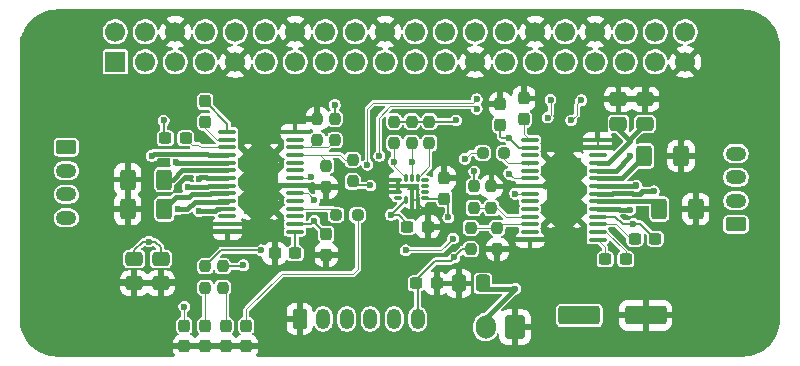
<source format=gbr>
%TF.GenerationSoftware,KiCad,Pcbnew,9.0.7*%
%TF.CreationDate,2026-01-26T17:00:03+01:00*%
%TF.ProjectId,Robot,526f626f-742e-46b6-9963-61645f706362,rev?*%
%TF.SameCoordinates,Original*%
%TF.FileFunction,Copper,L1,Top*%
%TF.FilePolarity,Positive*%
%FSLAX46Y46*%
G04 Gerber Fmt 4.6, Leading zero omitted, Abs format (unit mm)*
G04 Created by KiCad (PCBNEW 9.0.7) date 2026-01-26 17:00:03*
%MOMM*%
%LPD*%
G01*
G04 APERTURE LIST*
G04 Aperture macros list*
%AMRoundRect*
0 Rectangle with rounded corners*
0 $1 Rounding radius*
0 $2 $3 $4 $5 $6 $7 $8 $9 X,Y pos of 4 corners*
0 Add a 4 corners polygon primitive as box body*
4,1,4,$2,$3,$4,$5,$6,$7,$8,$9,$2,$3,0*
0 Add four circle primitives for the rounded corners*
1,1,$1+$1,$2,$3*
1,1,$1+$1,$4,$5*
1,1,$1+$1,$6,$7*
1,1,$1+$1,$8,$9*
0 Add four rect primitives between the rounded corners*
20,1,$1+$1,$2,$3,$4,$5,0*
20,1,$1+$1,$4,$5,$6,$7,0*
20,1,$1+$1,$6,$7,$8,$9,0*
20,1,$1+$1,$8,$9,$2,$3,0*%
G04 Aperture macros list end*
%TA.AperFunction,SMDPad,CuDef*%
%ADD10RoundRect,0.250000X0.337500X0.475000X-0.337500X0.475000X-0.337500X-0.475000X0.337500X-0.475000X0*%
%TD*%
%TA.AperFunction,ComponentPad*%
%ADD11RoundRect,0.250000X-0.625000X0.350000X-0.625000X-0.350000X0.625000X-0.350000X0.625000X0.350000X0*%
%TD*%
%TA.AperFunction,ComponentPad*%
%ADD12O,1.750000X1.200000*%
%TD*%
%TA.AperFunction,SMDPad,CuDef*%
%ADD13RoundRect,0.237500X-0.250000X-0.237500X0.250000X-0.237500X0.250000X0.237500X-0.250000X0.237500X0*%
%TD*%
%TA.AperFunction,SMDPad,CuDef*%
%ADD14RoundRect,0.237500X-0.237500X0.250000X-0.237500X-0.250000X0.237500X-0.250000X0.237500X0.250000X0*%
%TD*%
%TA.AperFunction,SMDPad,CuDef*%
%ADD15RoundRect,0.250000X0.475000X-0.337500X0.475000X0.337500X-0.475000X0.337500X-0.475000X-0.337500X0*%
%TD*%
%TA.AperFunction,SMDPad,CuDef*%
%ADD16RoundRect,0.237500X0.237500X-0.300000X0.237500X0.300000X-0.237500X0.300000X-0.237500X-0.300000X0*%
%TD*%
%TA.AperFunction,SMDPad,CuDef*%
%ADD17RoundRect,0.237500X0.300000X0.237500X-0.300000X0.237500X-0.300000X-0.237500X0.300000X-0.237500X0*%
%TD*%
%TA.AperFunction,SMDPad,CuDef*%
%ADD18RoundRect,0.237500X0.237500X-0.250000X0.237500X0.250000X-0.237500X0.250000X-0.237500X-0.250000X0*%
%TD*%
%TA.AperFunction,SMDPad,CuDef*%
%ADD19RoundRect,0.100000X-0.637500X-0.100000X0.637500X-0.100000X0.637500X0.100000X-0.637500X0.100000X0*%
%TD*%
%TA.AperFunction,HeatsinkPad*%
%ADD20C,0.600000*%
%TD*%
%TA.AperFunction,HeatsinkPad*%
%ADD21R,2.850000X5.400000*%
%TD*%
%TA.AperFunction,ComponentPad*%
%ADD22C,5.400000*%
%TD*%
%TA.AperFunction,SMDPad,CuDef*%
%ADD23RoundRect,0.250000X0.400000X0.625000X-0.400000X0.625000X-0.400000X-0.625000X0.400000X-0.625000X0*%
%TD*%
%TA.AperFunction,SMDPad,CuDef*%
%ADD24RoundRect,0.250000X-0.475000X0.337500X-0.475000X-0.337500X0.475000X-0.337500X0.475000X0.337500X0*%
%TD*%
%TA.AperFunction,SMDPad,CuDef*%
%ADD25RoundRect,0.237500X0.237500X-0.287500X0.237500X0.287500X-0.237500X0.287500X-0.237500X-0.287500X0*%
%TD*%
%TA.AperFunction,SMDPad,CuDef*%
%ADD26RoundRect,0.237500X-0.237500X0.300000X-0.237500X-0.300000X0.237500X-0.300000X0.237500X0.300000X0*%
%TD*%
%TA.AperFunction,SMDPad,CuDef*%
%ADD27RoundRect,0.237500X-0.300000X-0.237500X0.300000X-0.237500X0.300000X0.237500X-0.300000X0.237500X0*%
%TD*%
%TA.AperFunction,SMDPad,CuDef*%
%ADD28RoundRect,0.250000X-0.400000X-0.625000X0.400000X-0.625000X0.400000X0.625000X-0.400000X0.625000X0*%
%TD*%
%TA.AperFunction,ComponentPad*%
%ADD29RoundRect,0.250000X0.600000X0.750000X-0.600000X0.750000X-0.600000X-0.750000X0.600000X-0.750000X0*%
%TD*%
%TA.AperFunction,ComponentPad*%
%ADD30O,1.700000X2.000000*%
%TD*%
%TA.AperFunction,ComponentPad*%
%ADD31RoundRect,0.250000X-0.350000X-0.625000X0.350000X-0.625000X0.350000X0.625000X-0.350000X0.625000X0*%
%TD*%
%TA.AperFunction,ComponentPad*%
%ADD32O,1.200000X1.750000*%
%TD*%
%TA.AperFunction,SMDPad,CuDef*%
%ADD33RoundRect,0.237500X0.250000X0.237500X-0.250000X0.237500X-0.250000X-0.237500X0.250000X-0.237500X0*%
%TD*%
%TA.AperFunction,SMDPad,CuDef*%
%ADD34RoundRect,0.100000X0.637500X0.100000X-0.637500X0.100000X-0.637500X-0.100000X0.637500X-0.100000X0*%
%TD*%
%TA.AperFunction,ComponentPad*%
%ADD35RoundRect,0.250000X0.625000X-0.350000X0.625000X0.350000X-0.625000X0.350000X-0.625000X-0.350000X0*%
%TD*%
%TA.AperFunction,SMDPad,CuDef*%
%ADD36RoundRect,0.250000X-1.500000X-0.550000X1.500000X-0.550000X1.500000X0.550000X-1.500000X0.550000X0*%
%TD*%
%TA.AperFunction,SMDPad,CuDef*%
%ADD37RoundRect,0.087500X-0.225000X-0.087500X0.225000X-0.087500X0.225000X0.087500X-0.225000X0.087500X0*%
%TD*%
%TA.AperFunction,SMDPad,CuDef*%
%ADD38RoundRect,0.087500X-0.087500X-0.225000X0.087500X-0.225000X0.087500X0.225000X-0.087500X0.225000X0*%
%TD*%
%TA.AperFunction,ComponentPad*%
%ADD39R,1.700000X1.700000*%
%TD*%
%TA.AperFunction,ComponentPad*%
%ADD40C,1.700000*%
%TD*%
%TA.AperFunction,ViaPad*%
%ADD41C,0.600000*%
%TD*%
%TA.AperFunction,Conductor*%
%ADD42C,0.200000*%
%TD*%
%TA.AperFunction,Conductor*%
%ADD43C,0.400000*%
%TD*%
%TA.AperFunction,Conductor*%
%ADD44C,0.100000*%
%TD*%
G04 APERTURE END LIST*
D10*
%TO.P,C21,1*%
%TO.N,VCC*%
X170537500Y-102800000D03*
%TO.P,C21,2*%
%TO.N,GND*%
X168462500Y-102800000D03*
%TD*%
D11*
%TO.P,J4,1,Pin_1*%
%TO.N,Net-(J4-Pin_1)*%
X135250000Y-91250000D03*
D12*
%TO.P,J4,2,Pin_2*%
%TO.N,Net-(J4-Pin_2)*%
X135250000Y-93250000D03*
%TO.P,J4,3,Pin_3*%
%TO.N,Net-(J4-Pin_3)*%
X135250000Y-95250000D03*
%TO.P,J4,4,Pin_4*%
%TO.N,Net-(J4-Pin_4)*%
X135250000Y-97250000D03*
%TD*%
D13*
%TO.P,R12,1*%
%TO.N,Net-(U1-DIAG)*%
X158087500Y-97000000D03*
%TO.P,R12,2*%
%TO.N,Net-(D1-A)*%
X159912500Y-97000000D03*
%TD*%
D14*
%TO.P,R3,1*%
%TO.N,+3.3V*%
X169750000Y-94587500D03*
%TO.P,R3,2*%
%TO.N,Net-(U2-MS1)*%
X169750000Y-96412500D03*
%TD*%
D15*
%TO.P,C2,1*%
%TO.N,VCC*%
X184250000Y-89287500D03*
%TO.P,C2,2*%
%TO.N,GND*%
X184250000Y-87212500D03*
%TD*%
D16*
%TO.P,C15,1*%
%TO.N,GND*%
X157250000Y-100362500D03*
%TO.P,C15,2*%
%TO.N,+3.3V*%
X157250000Y-98637500D03*
%TD*%
D17*
%TO.P,C12,1*%
%TO.N,GND*%
X165862500Y-98000000D03*
%TO.P,C12,2*%
%TO.N,+3.3V*%
X164137500Y-98000000D03*
%TD*%
D18*
%TO.P,R4,1*%
%TO.N,+3.3V*%
X169500000Y-99912500D03*
%TO.P,R4,2*%
%TO.N,Net-(U2-MS2)*%
X169500000Y-98087500D03*
%TD*%
D19*
%TO.P,U1,1,CPO*%
%TO.N,Net-(U1-CPO)*%
X148887500Y-89975000D03*
%TO.P,U1,2,CPI*%
%TO.N,Net-(U1-CPI)*%
X148887500Y-90625000D03*
%TO.P,U1,3,VCP*%
%TO.N,Net-(U1-VCP)*%
X148887500Y-91275000D03*
%TO.P,U1,4,VS*%
%TO.N,VCC*%
X148887500Y-91925000D03*
%TO.P,U1,5,OA2*%
%TO.N,Net-(J4-Pin_1)*%
X148887500Y-92575000D03*
%TO.P,U1,6,BRA*%
%TO.N,Net-(U1-BRA)*%
X148887500Y-93225000D03*
%TO.P,U1,7,OA1*%
%TO.N,Net-(J4-Pin_2)*%
X148887500Y-93875000D03*
%TO.P,U1,8,OB1*%
%TO.N,Net-(J4-Pin_3)*%
X148887500Y-94525000D03*
%TO.P,U1,9,BRB*%
%TO.N,Net-(U1-BRB)*%
X148887500Y-95175000D03*
%TO.P,U1,10,OB2*%
%TO.N,Net-(J4-Pin_4)*%
X148887500Y-95825000D03*
%TO.P,U1,11,VS*%
%TO.N,VCC*%
X148887500Y-96475000D03*
%TO.P,U1,12,VREF*%
%TO.N,unconnected-(U1-VREF-Pad12)*%
X148887500Y-97125000D03*
%TO.P,U1,13,TEST*%
%TO.N,GND*%
X148887500Y-97775000D03*
%TO.P,U1,14,GND*%
X148887500Y-98425000D03*
%TO.P,U1,15,5VOUT*%
%TO.N,Net-(U1-5VOUT)*%
X154612500Y-98425000D03*
%TO.P,U1,16,VCC_IO*%
%TO.N,+3.3V*%
X154612500Y-97775000D03*
%TO.P,U1,17,PDN_UART*%
%TO.N,unconnected-(U1-PDN_UART-Pad17)*%
X154612500Y-97125000D03*
%TO.P,U1,18,DIAG*%
%TO.N,Net-(U1-DIAG)*%
X154612500Y-96475000D03*
%TO.P,U1,19,SPREAD*%
%TO.N,unconnected-(U1-SPREAD-Pad19)*%
X154612500Y-95825000D03*
%TO.P,U1,20,DIR*%
%TO.N,DIR_RIGHT*%
X154612500Y-95175000D03*
%TO.P,U1,21,ENN*%
%TO.N,GND*%
X154612500Y-94525000D03*
%TO.P,U1,22,STEP*%
%TO.N,STEP_RIGHT*%
X154612500Y-93875000D03*
%TO.P,U1,23,NC*%
%TO.N,unconnected-(U1-NC-Pad23)*%
X154612500Y-93225000D03*
%TO.P,U1,24,CLK*%
%TO.N,unconnected-(U1-CLK-Pad24)*%
X154612500Y-92575000D03*
%TO.P,U1,25,MS1*%
%TO.N,Net-(U1-MS1)*%
X154612500Y-91925000D03*
%TO.P,U1,26,MS2*%
%TO.N,Net-(U1-MS2)*%
X154612500Y-91275000D03*
%TO.P,U1,27,INDEX*%
%TO.N,unconnected-(U1-INDEX-Pad27)*%
X154612500Y-90625000D03*
%TO.P,U1,28,GND*%
%TO.N,GND*%
X154612500Y-89975000D03*
D20*
%TO.P,U1,29,EPAD*%
X150625000Y-91800000D03*
X150625000Y-93400000D03*
X150625000Y-95000000D03*
X150625000Y-96600000D03*
D21*
X151750000Y-94200000D03*
D20*
X152875000Y-91800000D03*
X152875000Y-93400000D03*
X152875000Y-95000000D03*
X152875000Y-96600000D03*
%TD*%
D14*
%TO.P,R16,1*%
%TO.N,+3.3V*%
X158000000Y-88837500D03*
%TO.P,R16,2*%
%TO.N,Net-(U1-MS2)*%
X158000000Y-90662500D03*
%TD*%
D17*
%TO.P,C3,1*%
%TO.N,VCC*%
X185112500Y-99000000D03*
%TO.P,C3,2*%
%TO.N,Net-(U2-VCP)*%
X183387500Y-99000000D03*
%TD*%
D22*
%TO.P,H4,1,1*%
%TO.N,GND*%
X192500000Y-105800000D03*
%TD*%
D23*
%TO.P,R13,1*%
%TO.N,Net-(U1-BRB)*%
X143550000Y-96500000D03*
%TO.P,R13,2*%
%TO.N,GND*%
X140450000Y-96500000D03*
%TD*%
D24*
%TO.P,C11,1*%
%TO.N,VCC*%
X141000000Y-100712500D03*
%TO.P,C11,2*%
%TO.N,GND*%
X141000000Y-102787500D03*
%TD*%
D18*
%TO.P,R15,1*%
%TO.N,+3.3V*%
X159500000Y-94162500D03*
%TO.P,R15,2*%
%TO.N,Net-(U1-MS1)*%
X159500000Y-92337500D03*
%TD*%
D25*
%TO.P,D2,1,K*%
%TO.N,GND*%
X145250000Y-108125000D03*
%TO.P,D2,2,A*%
%TO.N,Net-(D2-A)*%
X145250000Y-106375000D03*
%TD*%
%TO.P,D5,1,K*%
%TO.N,GND*%
X148750000Y-108125000D03*
%TO.P,D5,2,A*%
%TO.N,Net-(D5-A)*%
X148750000Y-106375000D03*
%TD*%
D26*
%TO.P,C16,1*%
%TO.N,GND*%
X172000000Y-87637500D03*
%TO.P,C16,2*%
%TO.N,+3.3V*%
X172000000Y-89362500D03*
%TD*%
D14*
%TO.P,R19,1*%
%TO.N,+3.3V*%
X163000000Y-89087500D03*
%TO.P,R19,2*%
%TO.N,SDA_3V3*%
X163000000Y-90912500D03*
%TD*%
D26*
%TO.P,C6,1*%
%TO.N,Net-(U1-CPO)*%
X147000000Y-87387500D03*
%TO.P,C6,2*%
%TO.N,Net-(U1-CPI)*%
X147000000Y-89112500D03*
%TD*%
D14*
%TO.P,R9,1*%
%TO.N,Net-(U1-MS1)*%
X157250000Y-92837500D03*
%TO.P,R9,2*%
%TO.N,GND*%
X157250000Y-94662500D03*
%TD*%
D27*
%TO.P,C5,1*%
%TO.N,VCC*%
X143637500Y-90500000D03*
%TO.P,C5,2*%
%TO.N,Net-(U1-VCP)*%
X145362500Y-90500000D03*
%TD*%
D14*
%TO.P,R14,1*%
%TO.N,Net-(U2-MS2)*%
X171750000Y-98087500D03*
%TO.P,R14,2*%
%TO.N,GND*%
X171750000Y-99912500D03*
%TD*%
D18*
%TO.P,R10,1*%
%TO.N,Net-(U1-MS2)*%
X156500000Y-90662500D03*
%TO.P,R10,2*%
%TO.N,GND*%
X156500000Y-88837500D03*
%TD*%
D24*
%TO.P,C14,1*%
%TO.N,VCC*%
X143250000Y-100712500D03*
%TO.P,C14,2*%
%TO.N,GND*%
X143250000Y-102787500D03*
%TD*%
D23*
%TO.P,R11,1*%
%TO.N,Net-(U1-BRA)*%
X143550000Y-94000000D03*
%TO.P,R11,2*%
%TO.N,GND*%
X140450000Y-94000000D03*
%TD*%
D28*
%TO.P,R6,1*%
%TO.N,Net-(U2-BRA)*%
X185450000Y-96500000D03*
%TO.P,R6,2*%
%TO.N,GND*%
X188550000Y-96500000D03*
%TD*%
D25*
%TO.P,D1,1,K*%
%TO.N,GND*%
X150500000Y-108125000D03*
%TO.P,D1,2,A*%
%TO.N,Net-(D1-A)*%
X150500000Y-106375000D03*
%TD*%
D29*
%TO.P,J5,1,Pin_1*%
%TO.N,GND*%
X173250000Y-106500000D03*
D30*
%TO.P,J5,2,Pin_2*%
%TO.N,VCC*%
X170750000Y-106500000D03*
%TD*%
D31*
%TO.P,J2,1,Pin_1*%
%TO.N,GND*%
X155000000Y-105800000D03*
D32*
%TO.P,J2,2,Pin_2*%
%TO.N,CS*%
X157000000Y-105800000D03*
%TO.P,J2,3,Pin_3*%
%TO.N,MOSI*%
X159000000Y-105800000D03*
%TO.P,J2,4,Pin_4*%
%TO.N,MISO*%
X161000000Y-105800000D03*
%TO.P,J2,5,Pin_5*%
%TO.N,SCLK*%
X163000000Y-105800000D03*
%TO.P,J2,6,Pin_6*%
%TO.N,+3.3V*%
X165000000Y-105800000D03*
%TD*%
D14*
%TO.P,R1,1*%
%TO.N,VCC*%
X148500000Y-101337500D03*
%TO.P,R1,2*%
%TO.N,Net-(D5-A)*%
X148500000Y-103162500D03*
%TD*%
D33*
%TO.P,R7,1*%
%TO.N,Net-(U2-DIAG)*%
X172325000Y-91750000D03*
%TO.P,R7,2*%
%TO.N,Net-(D2-A)*%
X170500000Y-91750000D03*
%TD*%
D26*
%TO.P,C13,1*%
%TO.N,GND*%
X167250000Y-93887500D03*
%TO.P,C13,2*%
%TO.N,+3.3V*%
X167250000Y-95612500D03*
%TD*%
D34*
%TO.P,U2,1,CPO*%
%TO.N,Net-(U2-CPO)*%
X180237500Y-99100000D03*
%TO.P,U2,2,CPI*%
%TO.N,Net-(U2-CPI)*%
X180237500Y-98450000D03*
%TO.P,U2,3,VCP*%
%TO.N,Net-(U2-VCP)*%
X180237500Y-97800000D03*
%TO.P,U2,4,VS*%
%TO.N,VCC*%
X180237500Y-97150000D03*
%TO.P,U2,5,OA2*%
%TO.N,Net-(J3-Pin_1)*%
X180237500Y-96500000D03*
%TO.P,U2,6,BRA*%
%TO.N,Net-(U2-BRA)*%
X180237500Y-95850000D03*
%TO.P,U2,7,OA1*%
%TO.N,Net-(J3-Pin_2)*%
X180237500Y-95200000D03*
%TO.P,U2,8,OB1*%
%TO.N,Net-(J3-Pin_3)*%
X180237500Y-94550000D03*
%TO.P,U2,9,BRB*%
%TO.N,Net-(U2-BRB)*%
X180237500Y-93900000D03*
%TO.P,U2,10,OB2*%
%TO.N,Net-(J3-Pin_4)*%
X180237500Y-93250000D03*
%TO.P,U2,11,VS*%
%TO.N,VCC*%
X180237500Y-92600000D03*
%TO.P,U2,12,VREF*%
%TO.N,unconnected-(U2-VREF-Pad12)*%
X180237500Y-91950000D03*
%TO.P,U2,13,TEST*%
%TO.N,GND*%
X180237500Y-91300000D03*
%TO.P,U2,14,GND*%
X180237500Y-90650000D03*
%TO.P,U2,15,5VOUT*%
%TO.N,Net-(U2-5VOUT)*%
X174512500Y-90650000D03*
%TO.P,U2,16,VCC_IO*%
%TO.N,+3.3V*%
X174512500Y-91300000D03*
%TO.P,U2,17,PDN_UART*%
%TO.N,unconnected-(U2-PDN_UART-Pad17)*%
X174512500Y-91950000D03*
%TO.P,U2,18,DIAG*%
%TO.N,Net-(U2-DIAG)*%
X174512500Y-92600000D03*
%TO.P,U2,19,SPREAD*%
%TO.N,unconnected-(U2-SPREAD-Pad19)*%
X174512500Y-93250000D03*
%TO.P,U2,20,DIR*%
%TO.N,DIR_LEFT*%
X174512500Y-93900000D03*
%TO.P,U2,21,ENN*%
%TO.N,GND*%
X174512500Y-94550000D03*
%TO.P,U2,22,STEP*%
%TO.N,STEP_LEFT*%
X174512500Y-95200000D03*
%TO.P,U2,23,NC*%
%TO.N,unconnected-(U2-NC-Pad23)*%
X174512500Y-95850000D03*
%TO.P,U2,24,CLK*%
%TO.N,unconnected-(U2-CLK-Pad24)*%
X174512500Y-96500000D03*
%TO.P,U2,25,MS1*%
%TO.N,Net-(U2-MS1)*%
X174512500Y-97150000D03*
%TO.P,U2,26,MS2*%
%TO.N,Net-(U2-MS2)*%
X174512500Y-97800000D03*
%TO.P,U2,27,INDEX*%
%TO.N,unconnected-(U2-INDEX-Pad27)*%
X174512500Y-98450000D03*
%TO.P,U2,28,GND*%
%TO.N,GND*%
X174512500Y-99100000D03*
D20*
%TO.P,U2,29,EPAD*%
X178500000Y-97275000D03*
X178500000Y-95675000D03*
X178500000Y-94075000D03*
X178500000Y-92475000D03*
D21*
X177375000Y-94875000D03*
D20*
X176250000Y-97275000D03*
X176250000Y-95675000D03*
X176250000Y-94075000D03*
X176250000Y-92475000D03*
%TD*%
D28*
%TO.P,R8,1*%
%TO.N,Net-(U2-BRB)*%
X184200000Y-92000000D03*
%TO.P,R8,2*%
%TO.N,GND*%
X187300000Y-92000000D03*
%TD*%
D14*
%TO.P,R18,1*%
%TO.N,+3.3V*%
X166000000Y-89087500D03*
%TO.P,R18,2*%
%TO.N,Net-(U$1-CS)*%
X166000000Y-90912500D03*
%TD*%
D16*
%TO.P,C4,1*%
%TO.N,Net-(U2-5VOUT)*%
X174000000Y-88862500D03*
%TO.P,C4,2*%
%TO.N,GND*%
X174000000Y-87137500D03*
%TD*%
D22*
%TO.P,H1,1,1*%
%TO.N,GND*%
X134500000Y-82800000D03*
%TD*%
D25*
%TO.P,D6,1,K*%
%TO.N,GND*%
X147000000Y-108125000D03*
%TO.P,D6,2,A*%
%TO.N,Net-(D6-A)*%
X147000000Y-106375000D03*
%TD*%
D27*
%TO.P,C17,1*%
%TO.N,+3.3V*%
X164887500Y-102800000D03*
%TO.P,C17,2*%
%TO.N,GND*%
X166612500Y-102800000D03*
%TD*%
D22*
%TO.P,H2,1,1*%
%TO.N,GND*%
X192500000Y-82800000D03*
%TD*%
%TO.P,H3,1,1*%
%TO.N,GND*%
X134500000Y-105800000D03*
%TD*%
D14*
%TO.P,R2,1*%
%TO.N,+3.3V*%
X147000000Y-101337500D03*
%TO.P,R2,2*%
%TO.N,Net-(D6-A)*%
X147000000Y-103162500D03*
%TD*%
%TO.P,R20,1*%
%TO.N,+3.3V*%
X164500000Y-89087500D03*
%TO.P,R20,2*%
%TO.N,SCL_3V3*%
X164500000Y-90912500D03*
%TD*%
D17*
%TO.P,C7,1*%
%TO.N,Net-(U1-5VOUT)*%
X154612500Y-100250000D03*
%TO.P,C7,2*%
%TO.N,GND*%
X152887500Y-100250000D03*
%TD*%
D35*
%TO.P,J3,1,Pin_1*%
%TO.N,Net-(J3-Pin_1)*%
X191950000Y-97800000D03*
D12*
%TO.P,J3,2,Pin_2*%
%TO.N,Net-(J3-Pin_2)*%
X191950000Y-95800000D03*
%TO.P,J3,3,Pin_3*%
%TO.N,Net-(J3-Pin_3)*%
X191950000Y-93800000D03*
%TO.P,J3,4,Pin_4*%
%TO.N,Net-(J3-Pin_4)*%
X191950000Y-91800000D03*
%TD*%
D15*
%TO.P,C1,1*%
%TO.N,VCC*%
X182000000Y-89287500D03*
%TO.P,C1,2*%
%TO.N,GND*%
X182000000Y-87212500D03*
%TD*%
D18*
%TO.P,R5,1*%
%TO.N,Net-(U2-MS1)*%
X171250000Y-96412500D03*
%TO.P,R5,2*%
%TO.N,GND*%
X171250000Y-94587500D03*
%TD*%
D36*
%TO.P,C20,1*%
%TO.N,VCC*%
X178700000Y-105500000D03*
%TO.P,C20,2*%
%TO.N,GND*%
X184300000Y-105500000D03*
%TD*%
D37*
%TO.P,U$1,1,SDO*%
%TO.N,GND*%
X163337500Y-94050000D03*
%TO.P,U$1,2,SDX*%
X163337500Y-94550000D03*
%TO.P,U$1,3,SCX*%
X163337500Y-95050000D03*
%TO.P,U$1,4,INT1*%
%TO.N,unconnected-(U$1-INT1-Pad4)*%
X163337500Y-95550000D03*
D38*
%TO.P,U$1,5,VDDIO*%
%TO.N,+3.3V*%
X164000000Y-95712500D03*
%TO.P,U$1,6,GND*%
%TO.N,GND*%
X164500000Y-95712500D03*
%TO.P,U$1,7,GND*%
X165000000Y-95712500D03*
D37*
%TO.P,U$1,8,VDD*%
%TO.N,+3.3V*%
X165662500Y-95550000D03*
%TO.P,U$1,9,INT2*%
%TO.N,unconnected-(U$1-INT2-Pad9)*%
X165662500Y-95050000D03*
%TO.P,U$1,10,OCS_AUX*%
%TO.N,unconnected-(U$1-OCS_AUX-Pad10)*%
X165662500Y-94550000D03*
%TO.P,U$1,11,SDO_AUX*%
%TO.N,unconnected-(U$1-SDO_AUX-Pad11)*%
X165662500Y-94050000D03*
D38*
%TO.P,U$1,12,CS*%
%TO.N,Net-(U$1-CS)*%
X165000000Y-93887500D03*
%TO.P,U$1,13,SCL*%
%TO.N,SCL_3V3*%
X164500000Y-93887500D03*
%TO.P,U$1,14,SDA*%
%TO.N,SDA_3V3*%
X164000000Y-93887500D03*
%TD*%
D27*
%TO.P,C8,1*%
%TO.N,Net-(U2-CPO)*%
X180887500Y-100750000D03*
%TO.P,C8,2*%
%TO.N,Net-(U2-CPI)*%
X182612500Y-100750000D03*
%TD*%
D39*
%TO.P,J1,1,Pin_1*%
%TO.N,+3.3V*%
X139400000Y-84040000D03*
D40*
%TO.P,J1,2,Pin_2*%
%TO.N,unconnected-(J1-Pin_2-Pad2)*%
X139400000Y-81500000D03*
%TO.P,J1,3,Pin_3*%
%TO.N,SDA_3V3*%
X141940000Y-84040000D03*
%TO.P,J1,4,Pin_4*%
%TO.N,unconnected-(J1-Pin_4-Pad4)*%
X141940000Y-81500000D03*
%TO.P,J1,5,Pin_5*%
%TO.N,SCL_3V3*%
X144480000Y-84040000D03*
%TO.P,J1,6,Pin_6*%
%TO.N,GND*%
X144480000Y-81500000D03*
%TO.P,J1,7,Pin_7*%
%TO.N,unconnected-(J1-Pin_7-Pad7)*%
X147020000Y-84040000D03*
%TO.P,J1,8,Pin_8*%
%TO.N,unconnected-(J1-Pin_8-Pad8)*%
X147020000Y-81500000D03*
%TO.P,J1,9,Pin_9*%
%TO.N,GND*%
X149560000Y-84040000D03*
%TO.P,J1,10,Pin_10*%
%TO.N,unconnected-(J1-Pin_10-Pad10)*%
X149560000Y-81500000D03*
%TO.P,J1,11,Pin_11*%
%TO.N,unconnected-(J1-Pin_11-Pad11)*%
X152100000Y-84040000D03*
%TO.P,J1,12,Pin_12*%
%TO.N,unconnected-(J1-Pin_12-Pad12)*%
X152100000Y-81500000D03*
%TO.P,J1,13,Pin_13*%
%TO.N,unconnected-(J1-Pin_13-Pad13)*%
X154640000Y-84040000D03*
%TO.P,J1,14,Pin_14*%
%TO.N,GND*%
X154640000Y-81500000D03*
%TO.P,J1,15,Pin_15*%
%TO.N,unconnected-(J1-Pin_15-Pad15)*%
X157180000Y-84040000D03*
%TO.P,J1,16,Pin_16*%
%TO.N,unconnected-(J1-Pin_16-Pad16)*%
X157180000Y-81500000D03*
%TO.P,J1,17,Pin_17*%
%TO.N,unconnected-(J1-Pin_17-Pad17)*%
X159720000Y-84040000D03*
%TO.P,J1,18,Pin_18*%
%TO.N,unconnected-(J1-Pin_18-Pad18)*%
X159720000Y-81500000D03*
%TO.P,J1,19,Pin_19*%
%TO.N,MOSI*%
X162260000Y-84040000D03*
%TO.P,J1,20,Pin_20*%
%TO.N,GND*%
X162260000Y-81500000D03*
%TO.P,J1,21,Pin_21*%
%TO.N,MISO*%
X164800000Y-84040000D03*
%TO.P,J1,22,Pin_22*%
%TO.N,unconnected-(J1-Pin_22-Pad22)*%
X164800000Y-81500000D03*
%TO.P,J1,23,Pin_23*%
%TO.N,SCLK*%
X167340000Y-84040000D03*
%TO.P,J1,24,Pin_24*%
%TO.N,CS*%
X167340000Y-81500000D03*
%TO.P,J1,25,Pin_25*%
%TO.N,GND*%
X169880000Y-84040000D03*
%TO.P,J1,26,Pin_26*%
%TO.N,unconnected-(J1-Pin_26-Pad26)*%
X169880000Y-81500000D03*
%TO.P,J1,27,Pin_27*%
%TO.N,unconnected-(J1-Pin_27-Pad27)*%
X172420000Y-84040000D03*
%TO.P,J1,28,Pin_28*%
%TO.N,unconnected-(J1-Pin_28-Pad28)*%
X172420000Y-81500000D03*
%TO.P,J1,29,Pin_29*%
%TO.N,unconnected-(J1-Pin_29-Pad29)*%
X174960000Y-84040000D03*
%TO.P,J1,30,Pin_30*%
%TO.N,GND*%
X174960000Y-81500000D03*
%TO.P,J1,31,Pin_31*%
%TO.N,DIR_LEFT*%
X177500000Y-84040000D03*
%TO.P,J1,32,Pin_32*%
%TO.N,STEP_RIGHT*%
X177500000Y-81500000D03*
%TO.P,J1,33,Pin_33*%
%TO.N,STEP_LEFT*%
X180040000Y-84040000D03*
%TO.P,J1,34,Pin_34*%
%TO.N,GND*%
X180040000Y-81500000D03*
%TO.P,J1,35,Pin_35*%
%TO.N,unconnected-(J1-Pin_35-Pad35)*%
X182580000Y-84040000D03*
%TO.P,J1,36,Pin_36*%
%TO.N,DIR_RIGHT*%
X182580000Y-81500000D03*
%TO.P,J1,37,Pin_37*%
%TO.N,unconnected-(J1-Pin_37-Pad37)*%
X185120000Y-84040000D03*
%TO.P,J1,38,Pin_38*%
%TO.N,unconnected-(J1-Pin_38-Pad38)*%
X185120000Y-81500000D03*
%TO.P,J1,39,Pin_39*%
%TO.N,GND*%
X187660000Y-84040000D03*
%TO.P,J1,40,Pin_40*%
%TO.N,unconnected-(J1-Pin_40-Pad40)*%
X187660000Y-81500000D03*
%TD*%
D41*
%TO.N,VCC*%
X178700000Y-105500000D03*
X146500000Y-96700000D03*
X142250000Y-99250000D03*
X142500000Y-92000000D03*
X173250000Y-103250000D03*
X183250000Y-97750000D03*
X150250000Y-101250000D03*
X183000000Y-90750000D03*
X179750000Y-105500000D03*
X143500000Y-89000000D03*
X177750000Y-105500000D03*
%TO.N,GND*%
X174000000Y-86000000D03*
X184300000Y-105500000D03*
X156500000Y-87500000D03*
X140500000Y-92500000D03*
X172000000Y-86500000D03*
X139500000Y-102500000D03*
X145000000Y-102500000D03*
X182000000Y-86000000D03*
X168000000Y-92500000D03*
X184500000Y-86000000D03*
X156000000Y-94600000D03*
X140500000Y-98500000D03*
X171300000Y-93200000D03*
X150400000Y-97800000D03*
X188500000Y-98000000D03*
X187500000Y-90500000D03*
X165600000Y-96700000D03*
%TO.N,+3.3V*%
X168100000Y-100600000D03*
X158000000Y-87700000D03*
X161000000Y-94500000D03*
X156250000Y-97500000D03*
X172750000Y-90500000D03*
X168250000Y-89000000D03*
X151750000Y-100000000D03*
X162750000Y-97000000D03*
X167600000Y-97200000D03*
X169800000Y-93300000D03*
%TO.N,Net-(D2-A)*%
X164000000Y-100000000D03*
X169000000Y-92250000D03*
X145250000Y-104750000D03*
X168000000Y-99000000D03*
%TO.N,SCL_3V3*%
X164500000Y-92500000D03*
%TO.N,DIR_RIGHT*%
X161750000Y-92000000D03*
X170000000Y-88000000D03*
X156250000Y-95750000D03*
%TO.N,SDA_3V3*%
X163000000Y-92500000D03*
%TO.N,STEP_RIGHT*%
X156000000Y-93750000D03*
X170000000Y-87199997D03*
X160750000Y-92750000D03*
%TO.N,STEP_LEFT*%
X178000000Y-89000000D03*
X173250000Y-95200000D03*
X178860545Y-87281636D03*
%TO.N,DIR_LEFT*%
X176250000Y-87250000D03*
X176000000Y-88750000D03*
X172750000Y-93500000D03*
%TO.N,Net-(J3-Pin_2)*%
X185000000Y-95000000D03*
%TO.N,Net-(J3-Pin_4)*%
X183000000Y-92000000D03*
%TO.N,Net-(J3-Pin_3)*%
X183500000Y-94500000D03*
%TO.N,Net-(J3-Pin_1)*%
X183000000Y-96550000D03*
%TO.N,Net-(J4-Pin_3)*%
X145515538Y-94625000D03*
%TO.N,Net-(J4-Pin_4)*%
X144700000Y-96500000D03*
%TO.N,Net-(J4-Pin_1)*%
X144500000Y-92500000D03*
%TO.N,Net-(J4-Pin_2)*%
X146500000Y-93925000D03*
%TD*%
D42*
%TO.N,VCC*%
X180237500Y-97150000D02*
X181745792Y-97150000D01*
D43*
X148887500Y-91925000D02*
X147325000Y-91925000D01*
D42*
X142750000Y-99250000D02*
X143250000Y-99750000D01*
D43*
X183000000Y-90750000D02*
X182000000Y-89750000D01*
X148101001Y-96524000D02*
X148150001Y-96475000D01*
X173250000Y-103250000D02*
X170537500Y-103250000D01*
X147325000Y-91925000D02*
X147199000Y-91799000D01*
X183000000Y-90750000D02*
X183000000Y-90537500D01*
D42*
X148887500Y-96475000D02*
X148150001Y-96475000D01*
D43*
X183000000Y-90750000D02*
X181150000Y-92600000D01*
D42*
X170750000Y-107000000D02*
X170750000Y-105750000D01*
X150162500Y-101337500D02*
X148500000Y-101337500D01*
X142250000Y-99250000D02*
X141750000Y-99250000D01*
X143500000Y-89000000D02*
X143500000Y-90362500D01*
X182345792Y-97750000D02*
X183250000Y-97750000D01*
D43*
X146500000Y-96700000D02*
X147863708Y-96700000D01*
D42*
X141750000Y-99250000D02*
X141000000Y-100000000D01*
X182000000Y-89750000D02*
X182000000Y-89287500D01*
X142250000Y-99250000D02*
X142750000Y-99250000D01*
X183862500Y-97750000D02*
X185112500Y-99000000D01*
X183250000Y-97750000D02*
X183862500Y-97750000D01*
X141000000Y-100000000D02*
X141000000Y-100712500D01*
D43*
X181150000Y-92600000D02*
X180237500Y-92600000D01*
D42*
X143250000Y-99750000D02*
X143250000Y-100712500D01*
D43*
X142701000Y-91799000D02*
X142500000Y-92000000D01*
X148039708Y-96524000D02*
X148101001Y-96524000D01*
D42*
X143500000Y-90362500D02*
X143637500Y-90500000D01*
D43*
X183000000Y-90537500D02*
X184250000Y-89287500D01*
X147199000Y-91799000D02*
X142701000Y-91799000D01*
D42*
X150250000Y-101250000D02*
X150162500Y-101337500D01*
D43*
X147863708Y-96700000D02*
X148039708Y-96524000D01*
X170750000Y-105750000D02*
X173250000Y-103250000D01*
D42*
X181745792Y-97150000D02*
X182345792Y-97750000D01*
%TO.N,GND*%
X174475000Y-94587500D02*
X174512500Y-94550000D01*
X165600000Y-96700000D02*
X165000000Y-96100000D01*
X172000000Y-86500000D02*
X172000000Y-87637500D01*
X139500000Y-102500000D02*
X140712500Y-102500000D01*
X156500000Y-87500000D02*
X156500000Y-88837500D01*
X187500000Y-91800000D02*
X187300000Y-92000000D01*
X140712500Y-102500000D02*
X141000000Y-102787500D01*
X154612500Y-94525000D02*
X155925000Y-94525000D01*
X172650000Y-94550000D02*
X171300000Y-93200000D01*
X164500000Y-95712500D02*
X165000000Y-95712500D01*
X174000000Y-86000000D02*
X174000000Y-87137500D01*
X187500000Y-90500000D02*
X187500000Y-91800000D01*
X184500000Y-86000000D02*
X184500000Y-86962500D01*
X180237500Y-90650000D02*
X180237500Y-91300000D01*
X174512500Y-94550000D02*
X172650000Y-94550000D01*
X150400000Y-97800000D02*
X148912500Y-97800000D01*
X143537500Y-102500000D02*
X143250000Y-102787500D01*
X188500000Y-98000000D02*
X188500000Y-96550000D01*
X155925000Y-94525000D02*
X156000000Y-94600000D01*
X188500000Y-96550000D02*
X188550000Y-96500000D01*
X184500000Y-86962500D02*
X184250000Y-87212500D01*
X182000000Y-86000000D02*
X182000000Y-87212500D01*
X145000000Y-102500000D02*
X143537500Y-102500000D01*
X165000000Y-96100000D02*
X165000000Y-95712500D01*
X163337500Y-95050000D02*
X163337500Y-94550000D01*
D44*
%TO.N,Net-(U2-VCP)*%
X183125000Y-99112500D02*
X181812500Y-97800000D01*
X181812500Y-97800000D02*
X180237500Y-97800000D01*
%TO.N,Net-(U2-5VOUT)*%
X174000000Y-88862500D02*
X174000000Y-90137500D01*
X174000000Y-90137500D02*
X174512500Y-90650000D01*
%TO.N,Net-(U1-VCP)*%
X146637500Y-91275000D02*
X148887500Y-91275000D01*
X145931250Y-91068750D02*
X145362500Y-90500000D01*
X146431250Y-91068750D02*
X146637500Y-91275000D01*
X146431250Y-91068750D02*
X145931250Y-91068750D01*
%TO.N,Net-(U1-CPI)*%
X147975000Y-90625000D02*
X148887500Y-90625000D01*
X147000000Y-89112500D02*
X147000000Y-89650000D01*
X147000000Y-89650000D02*
X147975000Y-90625000D01*
D42*
%TO.N,Net-(U1-CPO)*%
X148887500Y-89275000D02*
X148887500Y-89975000D01*
X147000000Y-87387500D02*
X148887500Y-89275000D01*
%TO.N,Net-(U1-5VOUT)*%
X154612500Y-100250000D02*
X154612500Y-98425000D01*
D44*
%TO.N,Net-(U2-CPO)*%
X180887500Y-100750000D02*
X180887500Y-99750000D01*
X180887500Y-99750000D02*
X180237500Y-99100000D01*
%TO.N,Net-(U2-CPI)*%
X182612500Y-100750000D02*
X182612500Y-100087501D01*
X180974999Y-98450000D02*
X180237500Y-98450000D01*
X182612500Y-100087501D02*
X180974999Y-98450000D01*
D42*
%TO.N,+3.3V*%
X169800000Y-94537500D02*
X169750000Y-94587500D01*
X168787500Y-99912500D02*
X169500000Y-99912500D01*
X158000000Y-88837500D02*
X158000000Y-87700000D01*
X156250000Y-97500000D02*
X155975000Y-97775000D01*
X168100000Y-100600000D02*
X167800000Y-100900000D01*
X166000000Y-89087500D02*
X168162500Y-89087500D01*
X156250000Y-97500000D02*
X156250000Y-97637500D01*
X163000000Y-89087500D02*
X164500000Y-89087500D01*
X166500000Y-100900000D02*
X164887500Y-102512500D01*
X165725000Y-95612500D02*
X165662500Y-95550000D01*
X159837500Y-94500000D02*
X159500000Y-94162500D01*
X148337500Y-100000000D02*
X147000000Y-101337500D01*
X164887500Y-103000000D02*
X164887500Y-103137500D01*
X167600000Y-97200000D02*
X167600000Y-95962500D01*
X161000000Y-94500000D02*
X159837500Y-94500000D01*
X167250000Y-95612500D02*
X165725000Y-95612500D01*
X173550000Y-91300000D02*
X174512500Y-91300000D01*
X162750000Y-97000000D02*
X163387500Y-97000000D01*
X164887500Y-103137500D02*
X165000000Y-103250000D01*
X172137500Y-90500000D02*
X172000000Y-90362500D01*
X167800000Y-100900000D02*
X166500000Y-100900000D01*
X168100000Y-100600000D02*
X168787500Y-99912500D01*
X172750000Y-90500000D02*
X172137500Y-90500000D01*
X172750000Y-90500000D02*
X173550000Y-91300000D01*
X162750000Y-97000000D02*
X164000000Y-95750000D01*
X164500000Y-89087500D02*
X166000000Y-89087500D01*
X172000000Y-90362500D02*
X172000000Y-89612500D01*
X165000000Y-103250000D02*
X165000000Y-106000000D01*
X164000000Y-95750000D02*
X164000000Y-95712500D01*
X155975000Y-97775000D02*
X154612500Y-97775000D01*
X169800000Y-93300000D02*
X169800000Y-94537500D01*
X163387500Y-97000000D02*
X164137500Y-97750000D01*
X156250000Y-97637500D02*
X157250000Y-98637500D01*
X164887500Y-102512500D02*
X164887500Y-103000000D01*
X168162500Y-89087500D02*
X168250000Y-89000000D01*
X151750000Y-100000000D02*
X148337500Y-100000000D01*
X167600000Y-95962500D02*
X167250000Y-95612500D01*
D44*
%TO.N,Net-(D1-A)*%
X159912500Y-101587500D02*
X159500000Y-102000000D01*
X159912500Y-99250000D02*
X159912500Y-97000000D01*
X150500000Y-106375000D02*
X150500000Y-105000000D01*
X159500000Y-102000000D02*
X153500000Y-102000000D01*
X153500000Y-102000000D02*
X150500000Y-105000000D01*
X159912500Y-99250000D02*
X159912500Y-101587500D01*
%TO.N,Net-(D2-A)*%
X169000000Y-92250000D02*
X169500000Y-91750000D01*
X168000000Y-99000000D02*
X167000000Y-100000000D01*
X166000000Y-100000000D02*
X165500000Y-100000000D01*
X169500000Y-91750000D02*
X170500000Y-91750000D01*
X165500000Y-100000000D02*
X164000000Y-100000000D01*
X167000000Y-100000000D02*
X166000000Y-100000000D01*
X145250000Y-104750000D02*
X145250000Y-106375000D01*
%TO.N,Net-(D5-A)*%
X148750000Y-103412500D02*
X148500000Y-103162500D01*
X148750000Y-106375000D02*
X148750000Y-103412500D01*
%TO.N,Net-(D6-A)*%
X147000000Y-106375000D02*
X147000000Y-103162500D01*
%TO.N,SCL_3V3*%
X164500000Y-90912500D02*
X164500000Y-93887500D01*
%TO.N,DIR_RIGHT*%
X155675000Y-95175000D02*
X156250000Y-95750000D01*
X161750000Y-92000000D02*
X161750000Y-88750000D01*
X169801000Y-87801000D02*
X170000000Y-88000000D01*
X154612500Y-95175000D02*
X155675000Y-95175000D01*
X162699000Y-87801000D02*
X169801000Y-87801000D01*
X161750000Y-88750000D02*
X162699000Y-87801000D01*
%TO.N,SDA_3V3*%
X163000000Y-92500000D02*
X163000000Y-92887500D01*
X163000000Y-92887500D02*
X164000000Y-93887500D01*
X163000000Y-90912500D02*
X163000000Y-92500000D01*
%TO.N,STEP_RIGHT*%
X155750000Y-93750000D02*
X155625000Y-93875000D01*
X156000000Y-93750000D02*
X155750000Y-93750000D01*
X155625000Y-93875000D02*
X154612500Y-93875000D01*
X161250000Y-87500000D02*
X160750000Y-88000000D01*
X169699997Y-87500000D02*
X161250000Y-87500000D01*
X160750000Y-88000000D02*
X160750000Y-92750000D01*
X170000000Y-87199997D02*
X169699997Y-87500000D01*
%TO.N,STEP_LEFT*%
X178500000Y-87642182D02*
X178500000Y-88500000D01*
X173250000Y-95200000D02*
X174512500Y-95200000D01*
X178860545Y-87281636D02*
X178500000Y-87642182D01*
X178500000Y-88500000D02*
X178000000Y-89000000D01*
%TO.N,DIR_LEFT*%
X176250000Y-88500000D02*
X176000000Y-88750000D01*
X176250000Y-87250000D02*
X176250000Y-88500000D01*
X173150000Y-93900000D02*
X174512500Y-93900000D01*
X172750000Y-93500000D02*
X173150000Y-93900000D01*
D43*
%TO.N,Net-(J3-Pin_2)*%
X183790364Y-95201000D02*
X183209636Y-95201000D01*
X183159636Y-95151000D02*
X181499000Y-95151000D01*
X185000000Y-95000000D02*
X183991364Y-95000000D01*
X181499000Y-95151000D02*
X181450000Y-95200000D01*
X183209636Y-95201000D02*
X183159636Y-95151000D01*
D44*
X191500000Y-95800000D02*
X191174000Y-96126000D01*
D43*
X181450000Y-95200000D02*
X180237500Y-95200000D01*
X183991364Y-95000000D02*
X183790364Y-95201000D01*
%TO.N,Net-(J3-Pin_4)*%
X183000000Y-92000000D02*
X181750000Y-93250000D01*
X181750000Y-93250000D02*
X180237500Y-93250000D01*
%TO.N,Net-(J3-Pin_3)*%
X183500000Y-94500000D02*
X183450000Y-94550000D01*
X183450000Y-94550000D02*
X180237500Y-94550000D01*
%TO.N,Net-(J3-Pin_1)*%
X182047735Y-96500000D02*
X180237500Y-96500000D01*
X182097735Y-96550000D02*
X182047735Y-96500000D01*
X183000000Y-96550000D02*
X182097735Y-96550000D01*
%TO.N,Net-(J4-Pin_3)*%
X147302933Y-94525000D02*
X148887500Y-94525000D01*
X147202933Y-94625000D02*
X147302933Y-94525000D01*
X148838500Y-94574000D02*
X148887500Y-94525000D01*
X145515538Y-94625000D02*
X147202933Y-94625000D01*
%TO.N,Net-(J4-Pin_4)*%
X144700000Y-96500000D02*
X145500000Y-96500000D01*
X147901059Y-95874000D02*
X148838500Y-95874000D01*
X148838500Y-95874000D02*
X148887500Y-95825000D01*
X146111091Y-95888909D02*
X147886150Y-95888909D01*
X145500000Y-96500000D02*
X146111091Y-95888909D01*
X148175000Y-95825000D02*
X148887500Y-95825000D01*
X147886150Y-95888909D02*
X147901059Y-95874000D01*
D42*
%TO.N,Net-(J4-Pin_1)*%
X144500000Y-92500000D02*
X144575000Y-92575000D01*
D43*
X148861500Y-92601000D02*
X148887500Y-92575000D01*
X144575000Y-92575000D02*
X148887500Y-92575000D01*
%TO.N,Net-(J4-Pin_2)*%
X147076000Y-93826000D02*
X147125000Y-93875000D01*
X146599000Y-93826000D02*
X147076000Y-93826000D01*
X146500000Y-93925000D02*
X146599000Y-93826000D01*
X147125000Y-93875000D02*
X148887500Y-93875000D01*
D44*
%TO.N,Net-(U2-MS1)*%
X171750000Y-96412500D02*
X172487500Y-97150000D01*
X172487500Y-97150000D02*
X174512500Y-97150000D01*
X169500000Y-96412500D02*
X171750000Y-96412500D01*
%TO.N,Net-(U2-MS2)*%
X171750000Y-98087500D02*
X172037500Y-97800000D01*
X169500000Y-98087500D02*
X171750000Y-98087500D01*
X172037500Y-97800000D02*
X174512500Y-97800000D01*
D43*
%TO.N,Net-(U2-BRA)*%
X180237500Y-95850000D02*
X184800000Y-95850000D01*
X184800000Y-95850000D02*
X185450000Y-96500000D01*
D44*
%TO.N,Net-(U2-DIAG)*%
X172675000Y-92600000D02*
X174512500Y-92600000D01*
X174362500Y-92750000D02*
X174512500Y-92600000D01*
X172325000Y-92250000D02*
X172675000Y-92600000D01*
D43*
%TO.N,Net-(U2-BRB)*%
X182300000Y-93900000D02*
X180237500Y-93900000D01*
X184200000Y-92000000D02*
X182300000Y-93900000D01*
D44*
%TO.N,Net-(U1-MS1)*%
X158425000Y-91925000D02*
X156750000Y-91925000D01*
X157250000Y-92425000D02*
X156750000Y-91925000D01*
X158425000Y-91925000D02*
X158837500Y-92337500D01*
X158837500Y-92337500D02*
X159500000Y-92337500D01*
X156750000Y-91925000D02*
X154612500Y-91925000D01*
X157250000Y-92837500D02*
X157250000Y-92425000D01*
%TO.N,Net-(U1-MS2)*%
X158000000Y-90662500D02*
X157387500Y-91275000D01*
X156500000Y-90662500D02*
X155887500Y-91275000D01*
X155887500Y-91275000D02*
X154612500Y-91275000D01*
X157387500Y-91275000D02*
X154612500Y-91275000D01*
D43*
%TO.N,Net-(U1-BRA)*%
X145075000Y-93225000D02*
X144300000Y-94000000D01*
X148887500Y-93225000D02*
X145075000Y-93225000D01*
X144300000Y-94000000D02*
X143550000Y-94000000D01*
D44*
%TO.N,Net-(U1-DIAG)*%
X154637500Y-96500000D02*
X154612500Y-96475000D01*
X157812500Y-96475000D02*
X154612500Y-96475000D01*
X158087500Y-96750000D02*
X157812500Y-96475000D01*
D43*
%TO.N,Net-(U1-BRB)*%
X147451875Y-95226000D02*
X145905902Y-95226000D01*
X148575000Y-95175000D02*
X148887500Y-95175000D01*
X147502875Y-95175000D02*
X147451875Y-95226000D01*
X145631902Y-95500000D02*
X144550000Y-95500000D01*
X144550000Y-95500000D02*
X143550000Y-96500000D01*
X145905902Y-95226000D02*
X145631902Y-95500000D01*
X148887500Y-95175000D02*
X147502875Y-95175000D01*
D44*
%TO.N,Net-(U$1-CS)*%
X166000000Y-90912500D02*
X166000000Y-92887500D01*
X166000000Y-92887500D02*
X165000000Y-93887500D01*
%TD*%
%TA.AperFunction,Conductor*%
%TO.N,GND*%
G36*
X192502595Y-79600636D02*
G01*
X192829261Y-79617755D01*
X192839556Y-79618837D01*
X193160095Y-79669606D01*
X193170208Y-79671755D01*
X193399426Y-79733174D01*
X193483687Y-79755752D01*
X193493542Y-79758954D01*
X193606459Y-79802298D01*
X193796519Y-79875255D01*
X193805968Y-79879462D01*
X194095140Y-80026803D01*
X194104100Y-80031977D01*
X194376271Y-80208726D01*
X194384643Y-80214809D01*
X194545880Y-80345376D01*
X194636845Y-80419038D01*
X194644546Y-80425971D01*
X194874028Y-80655453D01*
X194880961Y-80663154D01*
X194941734Y-80738203D01*
X195027242Y-80843796D01*
X195085186Y-80915350D01*
X195091275Y-80923732D01*
X195266517Y-81193581D01*
X195268018Y-81195892D01*
X195273199Y-81204865D01*
X195305181Y-81267633D01*
X195420533Y-81494022D01*
X195424748Y-81503489D01*
X195541045Y-81806457D01*
X195544247Y-81816312D01*
X195628241Y-82129779D01*
X195630395Y-82139915D01*
X195681161Y-82460438D01*
X195682244Y-82470744D01*
X195695477Y-82723241D01*
X195698918Y-82788904D01*
X195699364Y-82797404D01*
X195699500Y-82802585D01*
X195699500Y-105797414D01*
X195699364Y-105802595D01*
X195682244Y-106129255D01*
X195681161Y-106139561D01*
X195630395Y-106460084D01*
X195628241Y-106470220D01*
X195544247Y-106783687D01*
X195541045Y-106793542D01*
X195424748Y-107096510D01*
X195420533Y-107105977D01*
X195273200Y-107395133D01*
X195268018Y-107404107D01*
X195091277Y-107676265D01*
X195085186Y-107684649D01*
X194880961Y-107936845D01*
X194874028Y-107944546D01*
X194644546Y-108174028D01*
X194636845Y-108180961D01*
X194384649Y-108385186D01*
X194376265Y-108391277D01*
X194104107Y-108568018D01*
X194095133Y-108573200D01*
X193805977Y-108720533D01*
X193796510Y-108724748D01*
X193493542Y-108841045D01*
X193483687Y-108844247D01*
X193170220Y-108928241D01*
X193160084Y-108930395D01*
X192839561Y-108981161D01*
X192829255Y-108982244D01*
X192502595Y-108999364D01*
X192497414Y-108999500D01*
X151419324Y-108999500D01*
X151361133Y-108980593D01*
X151325169Y-108931093D01*
X151325169Y-108869907D01*
X151335064Y-108848527D01*
X151410451Y-108726306D01*
X151464681Y-108562648D01*
X151475000Y-108461655D01*
X151475000Y-108375001D01*
X151474999Y-108375000D01*
X144275002Y-108375000D01*
X144275001Y-108375001D01*
X144275001Y-108461654D01*
X144285317Y-108562642D01*
X144285320Y-108562654D01*
X144339548Y-108726306D01*
X144414936Y-108848527D01*
X144429393Y-108907980D01*
X144406143Y-108964576D01*
X144354067Y-108996697D01*
X144330676Y-108999500D01*
X134502586Y-108999500D01*
X134497405Y-108999364D01*
X134170744Y-108982244D01*
X134160438Y-108981161D01*
X133839915Y-108930395D01*
X133829779Y-108928241D01*
X133516312Y-108844247D01*
X133506457Y-108841045D01*
X133203489Y-108724748D01*
X133194022Y-108720533D01*
X132904866Y-108573200D01*
X132895892Y-108568018D01*
X132732107Y-108461655D01*
X132623732Y-108391275D01*
X132615350Y-108385186D01*
X132602771Y-108375000D01*
X132363154Y-108180961D01*
X132355453Y-108174028D01*
X132125971Y-107944546D01*
X132119047Y-107936856D01*
X132047201Y-107848134D01*
X132047201Y-107848133D01*
X131998784Y-107788344D01*
X144275000Y-107788344D01*
X144275000Y-107874999D01*
X144275001Y-107875000D01*
X151474998Y-107875000D01*
X151474999Y-107874999D01*
X151474999Y-107788345D01*
X151464682Y-107687357D01*
X151464679Y-107687345D01*
X151410451Y-107523693D01*
X151319946Y-107376964D01*
X151198035Y-107255053D01*
X151051305Y-107164547D01*
X151046083Y-107162113D01*
X151047197Y-107159722D01*
X151006482Y-107129795D01*
X150987897Y-107071500D01*
X151007126Y-107013415D01*
X151028107Y-106992393D01*
X151050711Y-106975711D01*
X151129116Y-106869475D01*
X151172725Y-106744849D01*
X151175500Y-106715256D01*
X151175500Y-106034744D01*
X151172725Y-106005151D01*
X151129116Y-105880525D01*
X151108360Y-105852402D01*
X151050714Y-105774293D01*
X151050713Y-105774292D01*
X151050711Y-105774289D01*
X151050706Y-105774285D01*
X150944476Y-105695884D01*
X150816802Y-105651208D01*
X150768121Y-105614142D01*
X150750500Y-105557764D01*
X150750500Y-105144768D01*
X150752968Y-105137170D01*
X150751719Y-105129281D01*
X150753894Y-105125012D01*
X153900000Y-105125012D01*
X153900000Y-105549999D01*
X153900001Y-105550000D01*
X154719670Y-105550000D01*
X154699925Y-105569745D01*
X154650556Y-105655255D01*
X154625000Y-105750630D01*
X154625000Y-105849370D01*
X154650556Y-105944745D01*
X154699925Y-106030255D01*
X154719670Y-106050000D01*
X153900002Y-106050000D01*
X153900001Y-106050001D01*
X153900001Y-106474986D01*
X153910492Y-106577687D01*
X153910495Y-106577699D01*
X153965643Y-106744124D01*
X154057680Y-106893340D01*
X154181659Y-107017319D01*
X154330875Y-107109356D01*
X154497306Y-107164506D01*
X154600013Y-107174999D01*
X154750000Y-107174999D01*
X154750000Y-106080330D01*
X154769745Y-106100075D01*
X154855255Y-106149444D01*
X154950630Y-106175000D01*
X155049370Y-106175000D01*
X155144745Y-106149444D01*
X155230255Y-106100075D01*
X155250000Y-106080330D01*
X155250000Y-107174998D01*
X155250001Y-107174999D01*
X155399986Y-107174999D01*
X155502687Y-107164507D01*
X155502699Y-107164504D01*
X155669124Y-107109356D01*
X155818340Y-107017319D01*
X155942319Y-106893340D01*
X156034356Y-106744124D01*
X156089506Y-106577693D01*
X156099554Y-106479346D01*
X156124277Y-106423378D01*
X156177176Y-106392632D01*
X156238045Y-106398850D01*
X156283633Y-106439659D01*
X156289503Y-106451518D01*
X156290602Y-106454172D01*
X156290609Y-106454185D01*
X156333477Y-106518340D01*
X156378211Y-106585289D01*
X156489711Y-106696789D01*
X156545934Y-106734356D01*
X156620814Y-106784390D01*
X156620825Y-106784396D01*
X156658495Y-106799999D01*
X156766503Y-106844737D01*
X156921158Y-106875500D01*
X156921159Y-106875500D01*
X157078841Y-106875500D01*
X157078842Y-106875500D01*
X157233497Y-106844737D01*
X157379179Y-106784394D01*
X157510289Y-106696789D01*
X157621789Y-106585289D01*
X157709394Y-106454179D01*
X157769737Y-106308497D01*
X157800500Y-106153842D01*
X157800500Y-105446158D01*
X157800499Y-105446155D01*
X158199500Y-105446155D01*
X158199500Y-106153844D01*
X158230263Y-106308496D01*
X158230263Y-106308498D01*
X158290603Y-106454174D01*
X158290609Y-106454185D01*
X158333477Y-106518340D01*
X158378211Y-106585289D01*
X158489711Y-106696789D01*
X158545934Y-106734356D01*
X158620814Y-106784390D01*
X158620825Y-106784396D01*
X158658495Y-106799999D01*
X158766503Y-106844737D01*
X158921158Y-106875500D01*
X158921159Y-106875500D01*
X159078841Y-106875500D01*
X159078842Y-106875500D01*
X159233497Y-106844737D01*
X159379179Y-106784394D01*
X159510289Y-106696789D01*
X159621789Y-106585289D01*
X159709394Y-106454179D01*
X159769737Y-106308497D01*
X159800500Y-106153842D01*
X159800500Y-105446158D01*
X159800499Y-105446155D01*
X160199500Y-105446155D01*
X160199500Y-106153844D01*
X160230263Y-106308496D01*
X160230263Y-106308498D01*
X160290603Y-106454174D01*
X160290609Y-106454185D01*
X160333477Y-106518340D01*
X160378211Y-106585289D01*
X160489711Y-106696789D01*
X160545934Y-106734356D01*
X160620814Y-106784390D01*
X160620825Y-106784396D01*
X160658495Y-106799999D01*
X160766503Y-106844737D01*
X160921158Y-106875500D01*
X160921159Y-106875500D01*
X161078841Y-106875500D01*
X161078842Y-106875500D01*
X161233497Y-106844737D01*
X161379179Y-106784394D01*
X161510289Y-106696789D01*
X161621789Y-106585289D01*
X161709394Y-106454179D01*
X161769737Y-106308497D01*
X161800500Y-106153842D01*
X161800500Y-105446158D01*
X161800499Y-105446155D01*
X162199500Y-105446155D01*
X162199500Y-106153844D01*
X162230263Y-106308496D01*
X162230263Y-106308498D01*
X162290603Y-106454174D01*
X162290609Y-106454185D01*
X162333477Y-106518340D01*
X162378211Y-106585289D01*
X162489711Y-106696789D01*
X162545934Y-106734356D01*
X162620814Y-106784390D01*
X162620825Y-106784396D01*
X162658495Y-106799999D01*
X162766503Y-106844737D01*
X162921158Y-106875500D01*
X162921159Y-106875500D01*
X163078841Y-106875500D01*
X163078842Y-106875500D01*
X163233497Y-106844737D01*
X163379179Y-106784394D01*
X163510289Y-106696789D01*
X163621789Y-106585289D01*
X163709394Y-106454179D01*
X163769737Y-106308497D01*
X163800500Y-106153842D01*
X163800500Y-105446158D01*
X163769737Y-105291503D01*
X163724919Y-105183301D01*
X163709396Y-105145825D01*
X163709390Y-105145814D01*
X163661915Y-105074764D01*
X163621789Y-105014711D01*
X163510289Y-104903211D01*
X163439446Y-104855875D01*
X163379185Y-104815609D01*
X163379174Y-104815603D01*
X163233497Y-104755263D01*
X163078844Y-104724500D01*
X163078842Y-104724500D01*
X162921158Y-104724500D01*
X162921155Y-104724500D01*
X162766503Y-104755263D01*
X162766501Y-104755263D01*
X162620825Y-104815603D01*
X162620814Y-104815609D01*
X162489711Y-104903211D01*
X162489707Y-104903214D01*
X162378214Y-105014707D01*
X162378211Y-105014711D01*
X162290609Y-105145814D01*
X162290603Y-105145825D01*
X162230263Y-105291501D01*
X162230263Y-105291503D01*
X162199500Y-105446155D01*
X161800499Y-105446155D01*
X161769737Y-105291503D01*
X161724919Y-105183301D01*
X161709396Y-105145825D01*
X161709390Y-105145814D01*
X161661915Y-105074764D01*
X161621789Y-105014711D01*
X161510289Y-104903211D01*
X161439446Y-104855875D01*
X161379185Y-104815609D01*
X161379174Y-104815603D01*
X161233497Y-104755263D01*
X161078844Y-104724500D01*
X161078842Y-104724500D01*
X160921158Y-104724500D01*
X160921155Y-104724500D01*
X160766503Y-104755263D01*
X160766501Y-104755263D01*
X160620825Y-104815603D01*
X160620814Y-104815609D01*
X160489711Y-104903211D01*
X160489707Y-104903214D01*
X160378214Y-105014707D01*
X160378211Y-105014711D01*
X160290609Y-105145814D01*
X160290603Y-105145825D01*
X160230263Y-105291501D01*
X160230263Y-105291503D01*
X160199500Y-105446155D01*
X159800499Y-105446155D01*
X159769737Y-105291503D01*
X159724919Y-105183301D01*
X159709396Y-105145825D01*
X159709390Y-105145814D01*
X159661915Y-105074764D01*
X159621789Y-105014711D01*
X159510289Y-104903211D01*
X159439446Y-104855875D01*
X159379185Y-104815609D01*
X159379174Y-104815603D01*
X159233497Y-104755263D01*
X159078844Y-104724500D01*
X159078842Y-104724500D01*
X158921158Y-104724500D01*
X158921155Y-104724500D01*
X158766503Y-104755263D01*
X158766501Y-104755263D01*
X158620825Y-104815603D01*
X158620814Y-104815609D01*
X158489711Y-104903211D01*
X158489707Y-104903214D01*
X158378214Y-105014707D01*
X158378211Y-105014711D01*
X158290609Y-105145814D01*
X158290603Y-105145825D01*
X158230263Y-105291501D01*
X158230263Y-105291503D01*
X158199500Y-105446155D01*
X157800499Y-105446155D01*
X157769737Y-105291503D01*
X157724919Y-105183301D01*
X157709396Y-105145825D01*
X157709390Y-105145814D01*
X157661915Y-105074764D01*
X157621789Y-105014711D01*
X157510289Y-104903211D01*
X157439446Y-104855875D01*
X157379185Y-104815609D01*
X157379174Y-104815603D01*
X157233497Y-104755263D01*
X157078844Y-104724500D01*
X157078842Y-104724500D01*
X156921158Y-104724500D01*
X156921155Y-104724500D01*
X156766503Y-104755263D01*
X156766501Y-104755263D01*
X156620825Y-104815603D01*
X156620814Y-104815609D01*
X156489711Y-104903211D01*
X156489707Y-104903214D01*
X156378214Y-105014707D01*
X156378211Y-105014711D01*
X156290609Y-105145814D01*
X156290603Y-105145826D01*
X156289500Y-105148489D01*
X156288645Y-105149488D01*
X156288316Y-105150106D01*
X156288180Y-105150033D01*
X156249758Y-105195010D01*
X156190261Y-105209287D01*
X156133736Y-105185866D01*
X156101773Y-105133693D01*
X156099553Y-105120654D01*
X156089507Y-105022311D01*
X156089504Y-105022300D01*
X156034356Y-104855875D01*
X155942319Y-104706659D01*
X155818340Y-104582680D01*
X155669124Y-104490643D01*
X155502693Y-104435493D01*
X155399987Y-104425000D01*
X155250001Y-104425000D01*
X155250000Y-104425001D01*
X155250000Y-105519670D01*
X155230255Y-105499925D01*
X155144745Y-105450556D01*
X155049370Y-105425000D01*
X154950630Y-105425000D01*
X154855255Y-105450556D01*
X154769745Y-105499925D01*
X154750000Y-105519670D01*
X154750000Y-104425001D01*
X154749999Y-104425000D01*
X154600013Y-104425000D01*
X154600013Y-104425001D01*
X154497312Y-104435492D01*
X154497300Y-104435495D01*
X154330875Y-104490643D01*
X154181659Y-104582680D01*
X154057680Y-104706659D01*
X153965643Y-104855875D01*
X153910493Y-105022306D01*
X153900000Y-105125012D01*
X150753894Y-105125012D01*
X150762243Y-105108625D01*
X150769407Y-105086577D01*
X150779496Y-105074764D01*
X153344527Y-102509733D01*
X164149500Y-102509733D01*
X164149500Y-103090266D01*
X164152274Y-103119844D01*
X164152276Y-103119852D01*
X164195884Y-103244476D01*
X164255304Y-103324987D01*
X164274289Y-103350711D01*
X164274292Y-103350713D01*
X164274293Y-103350714D01*
X164380523Y-103429115D01*
X164380524Y-103429115D01*
X164380525Y-103429116D01*
X164505151Y-103472725D01*
X164532441Y-103475284D01*
X164534733Y-103475499D01*
X164534738Y-103475500D01*
X164534744Y-103475500D01*
X164600500Y-103475500D01*
X164658691Y-103494407D01*
X164694655Y-103543907D01*
X164699500Y-103574500D01*
X164699500Y-104716866D01*
X164680593Y-104775057D01*
X164638387Y-104808330D01*
X164620819Y-104815606D01*
X164620814Y-104815609D01*
X164489711Y-104903211D01*
X164489707Y-104903214D01*
X164378214Y-105014707D01*
X164378211Y-105014711D01*
X164290609Y-105145814D01*
X164290603Y-105145825D01*
X164230263Y-105291501D01*
X164230263Y-105291503D01*
X164199500Y-105446155D01*
X164199500Y-106153844D01*
X164230263Y-106308496D01*
X164230263Y-106308498D01*
X164290603Y-106454174D01*
X164290609Y-106454185D01*
X164333477Y-106518340D01*
X164378211Y-106585289D01*
X164489711Y-106696789D01*
X164545934Y-106734356D01*
X164620814Y-106784390D01*
X164620825Y-106784396D01*
X164658495Y-106799999D01*
X164766503Y-106844737D01*
X164921158Y-106875500D01*
X164921159Y-106875500D01*
X165078841Y-106875500D01*
X165078842Y-106875500D01*
X165233497Y-106844737D01*
X165379179Y-106784394D01*
X165510289Y-106696789D01*
X165621789Y-106585289D01*
X165709394Y-106454179D01*
X165769737Y-106308497D01*
X165782063Y-106246532D01*
X169699500Y-106246532D01*
X169699500Y-106753467D01*
X169739869Y-106956418D01*
X169819058Y-107147597D01*
X169920881Y-107299987D01*
X169934023Y-107319655D01*
X170080345Y-107465977D01*
X170252402Y-107580941D01*
X170443580Y-107660130D01*
X170646535Y-107700500D01*
X170646536Y-107700500D01*
X170853464Y-107700500D01*
X170853465Y-107700500D01*
X171056420Y-107660130D01*
X171247598Y-107580941D01*
X171419655Y-107465977D01*
X171565977Y-107319655D01*
X171680941Y-107147598D01*
X171709537Y-107078559D01*
X171749272Y-107032036D01*
X171808766Y-107017752D01*
X171865294Y-107041166D01*
X171897264Y-107093335D01*
X171900000Y-107116446D01*
X171900000Y-107299986D01*
X171910492Y-107402687D01*
X171910495Y-107402699D01*
X171965643Y-107569124D01*
X172057680Y-107718340D01*
X172181659Y-107842319D01*
X172330875Y-107934356D01*
X172497306Y-107989506D01*
X172600012Y-107999999D01*
X172999998Y-107999999D01*
X173000000Y-107999998D01*
X173000000Y-106933012D01*
X173057007Y-106965925D01*
X173184174Y-107000000D01*
X173315826Y-107000000D01*
X173442993Y-106965925D01*
X173500000Y-106933012D01*
X173500000Y-107999998D01*
X173500001Y-107999999D01*
X173899986Y-107999999D01*
X174002687Y-107989507D01*
X174002699Y-107989504D01*
X174169124Y-107934356D01*
X174318340Y-107842319D01*
X174442319Y-107718340D01*
X174534356Y-107569124D01*
X174589506Y-107402693D01*
X174600000Y-107299987D01*
X174600000Y-106750001D01*
X174599999Y-106750000D01*
X173683012Y-106750000D01*
X173715925Y-106692993D01*
X173750000Y-106565826D01*
X173750000Y-106434174D01*
X173715925Y-106307007D01*
X173683012Y-106250000D01*
X174599998Y-106250000D01*
X174599999Y-106249999D01*
X174599999Y-105700013D01*
X174589507Y-105597312D01*
X174589504Y-105597300D01*
X174534356Y-105430875D01*
X174442319Y-105281659D01*
X174318340Y-105157680D01*
X174169124Y-105065643D01*
X174002693Y-105010493D01*
X173899987Y-105000000D01*
X173500001Y-105000000D01*
X173500000Y-105000001D01*
X173500000Y-106066988D01*
X173442993Y-106034075D01*
X173315826Y-106000000D01*
X173184174Y-106000000D01*
X173057007Y-106034075D01*
X173000000Y-106066988D01*
X173000000Y-105000001D01*
X172999999Y-105000000D01*
X172600013Y-105000000D01*
X172497312Y-105010492D01*
X172497300Y-105010495D01*
X172330875Y-105065643D01*
X172190252Y-105152380D01*
X172130799Y-105166836D01*
X172074203Y-105143586D01*
X172042083Y-105091509D01*
X172046706Y-105030499D01*
X172068274Y-104998117D01*
X172170666Y-104895725D01*
X176749500Y-104895725D01*
X176749500Y-106104274D01*
X176752353Y-106134694D01*
X176752355Y-106134703D01*
X176797207Y-106262883D01*
X176877845Y-106372144D01*
X176877847Y-106372146D01*
X176877850Y-106372150D01*
X176877853Y-106372152D01*
X176877855Y-106372154D01*
X176987116Y-106452792D01*
X176987117Y-106452792D01*
X176987118Y-106452793D01*
X177115301Y-106497646D01*
X177145725Y-106500499D01*
X177145727Y-106500500D01*
X177145734Y-106500500D01*
X180254273Y-106500500D01*
X180254273Y-106500499D01*
X180284699Y-106497646D01*
X180412882Y-106452793D01*
X180522150Y-106372150D01*
X180602793Y-106262882D01*
X180647646Y-106134699D01*
X180650499Y-106104273D01*
X180650500Y-106104273D01*
X180650500Y-105750001D01*
X182050001Y-105750001D01*
X182050001Y-106099986D01*
X182060492Y-106202687D01*
X182060495Y-106202699D01*
X182115643Y-106369124D01*
X182207680Y-106518340D01*
X182331659Y-106642319D01*
X182480875Y-106734356D01*
X182647306Y-106789506D01*
X182750012Y-106799999D01*
X184049998Y-106799999D01*
X184050000Y-106799998D01*
X184050000Y-105750001D01*
X184550000Y-105750001D01*
X184550000Y-106799998D01*
X184550001Y-106799999D01*
X185849986Y-106799999D01*
X185952687Y-106789507D01*
X185952699Y-106789504D01*
X186119124Y-106734356D01*
X186268340Y-106642319D01*
X186392319Y-106518340D01*
X186484356Y-106369124D01*
X186539506Y-106202693D01*
X186550000Y-106099987D01*
X186550000Y-105750001D01*
X186549999Y-105750000D01*
X184550001Y-105750000D01*
X184550000Y-105750001D01*
X184050000Y-105750001D01*
X184049999Y-105750000D01*
X182050002Y-105750000D01*
X182050001Y-105750001D01*
X180650500Y-105750001D01*
X180650500Y-104900012D01*
X182050000Y-104900012D01*
X182050000Y-105249999D01*
X182050001Y-105250000D01*
X184049999Y-105250000D01*
X184050000Y-105249999D01*
X184050000Y-104200001D01*
X184550000Y-104200001D01*
X184550000Y-105249999D01*
X184550001Y-105250000D01*
X186549998Y-105250000D01*
X186549999Y-105249999D01*
X186549999Y-104900013D01*
X186539507Y-104797312D01*
X186539504Y-104797300D01*
X186484356Y-104630875D01*
X186392319Y-104481659D01*
X186268340Y-104357680D01*
X186119124Y-104265643D01*
X185952693Y-104210493D01*
X185849987Y-104200000D01*
X184550001Y-104200000D01*
X184550000Y-104200001D01*
X184050000Y-104200001D01*
X184049999Y-104200000D01*
X182750013Y-104200000D01*
X182647312Y-104210492D01*
X182647300Y-104210495D01*
X182480875Y-104265643D01*
X182331659Y-104357680D01*
X182207680Y-104481659D01*
X182115643Y-104630875D01*
X182060493Y-104797306D01*
X182050000Y-104900012D01*
X180650500Y-104900012D01*
X180650500Y-104895727D01*
X180650499Y-104895725D01*
X180647646Y-104865305D01*
X180647646Y-104865301D01*
X180602793Y-104737118D01*
X180587846Y-104716866D01*
X180522154Y-104627855D01*
X180522152Y-104627853D01*
X180522150Y-104627850D01*
X180522146Y-104627847D01*
X180522144Y-104627845D01*
X180412883Y-104547207D01*
X180284703Y-104502355D01*
X180284694Y-104502353D01*
X180254274Y-104499500D01*
X180254266Y-104499500D01*
X177145734Y-104499500D01*
X177145725Y-104499500D01*
X177115305Y-104502353D01*
X177115296Y-104502355D01*
X176987116Y-104547207D01*
X176877855Y-104627845D01*
X176877845Y-104627855D01*
X176797207Y-104737116D01*
X176752355Y-104865296D01*
X176752353Y-104865305D01*
X176749500Y-104895725D01*
X172170666Y-104895725D01*
X173297138Y-103769253D01*
X173341514Y-103743633D01*
X173443186Y-103716392D01*
X173557314Y-103650500D01*
X173650500Y-103557314D01*
X173686567Y-103494844D01*
X173716390Y-103443190D01*
X173716390Y-103443188D01*
X173716392Y-103443186D01*
X173750500Y-103315892D01*
X173750500Y-103184108D01*
X173716392Y-103056814D01*
X173716390Y-103056811D01*
X173716390Y-103056809D01*
X173650503Y-102942690D01*
X173650501Y-102942688D01*
X173650500Y-102942686D01*
X173557314Y-102849500D01*
X173557311Y-102849498D01*
X173557309Y-102849496D01*
X173443189Y-102783609D01*
X173443191Y-102783609D01*
X173393799Y-102770375D01*
X173315892Y-102749500D01*
X173184108Y-102749500D01*
X173056814Y-102783608D01*
X173056813Y-102783608D01*
X173056811Y-102783609D01*
X173008750Y-102811357D01*
X172965658Y-102836236D01*
X172916160Y-102849500D01*
X171424500Y-102849500D01*
X171366309Y-102830593D01*
X171330345Y-102781093D01*
X171325500Y-102750500D01*
X171325500Y-102270727D01*
X171325499Y-102270725D01*
X171322646Y-102240301D01*
X171277793Y-102112118D01*
X171265531Y-102095504D01*
X171197154Y-102002855D01*
X171197152Y-102002853D01*
X171197150Y-102002850D01*
X171197146Y-102002847D01*
X171197144Y-102002845D01*
X171087883Y-101922207D01*
X170959703Y-101877355D01*
X170959694Y-101877353D01*
X170929274Y-101874500D01*
X170929266Y-101874500D01*
X170145734Y-101874500D01*
X170145725Y-101874500D01*
X170115305Y-101877353D01*
X170115296Y-101877355D01*
X169987116Y-101922207D01*
X169877855Y-102002845D01*
X169877845Y-102002855D01*
X169797207Y-102112116D01*
X169752355Y-102240296D01*
X169752353Y-102240305D01*
X169749500Y-102270725D01*
X169749500Y-103329274D01*
X169752353Y-103359694D01*
X169752355Y-103359703D01*
X169797207Y-103487883D01*
X169877845Y-103597144D01*
X169877847Y-103597146D01*
X169877850Y-103597150D01*
X169877853Y-103597152D01*
X169877855Y-103597154D01*
X169987116Y-103677792D01*
X169987117Y-103677792D01*
X169987118Y-103677793D01*
X170115301Y-103722646D01*
X170145725Y-103725499D01*
X170145727Y-103725500D01*
X170145734Y-103725500D01*
X170929273Y-103725500D01*
X170929273Y-103725499D01*
X170959699Y-103722646D01*
X171087882Y-103677793D01*
X171091325Y-103675251D01*
X171098652Y-103669845D01*
X171156699Y-103650503D01*
X171157440Y-103650500D01*
X172044099Y-103650500D01*
X172102290Y-103669407D01*
X172138254Y-103718907D01*
X172138254Y-103780093D01*
X172114103Y-103819504D01*
X170652255Y-105281350D01*
X170601566Y-105308444D01*
X170443580Y-105339870D01*
X170443576Y-105339871D01*
X170252402Y-105419058D01*
X170080348Y-105534020D01*
X169934020Y-105680348D01*
X169819058Y-105852402D01*
X169739869Y-106043581D01*
X169699500Y-106246532D01*
X165782063Y-106246532D01*
X165800500Y-106153842D01*
X165800500Y-105446158D01*
X165769737Y-105291503D01*
X165724919Y-105183301D01*
X165709396Y-105145825D01*
X165709390Y-105145814D01*
X165661915Y-105074764D01*
X165621789Y-105014711D01*
X165510289Y-104903211D01*
X165439446Y-104855875D01*
X165379185Y-104815609D01*
X165379180Y-104815606D01*
X165361613Y-104808330D01*
X165315088Y-104768592D01*
X165300500Y-104716866D01*
X165300500Y-103532243D01*
X165319407Y-103474052D01*
X165366801Y-103438799D01*
X165394475Y-103429116D01*
X165396403Y-103427693D01*
X165506680Y-103346306D01*
X165508173Y-103348329D01*
X165552317Y-103325825D01*
X165612751Y-103335384D01*
X165652085Y-103371630D01*
X165730054Y-103498036D01*
X165851964Y-103619946D01*
X165998693Y-103710451D01*
X166162351Y-103764681D01*
X166263345Y-103774999D01*
X166362500Y-103774999D01*
X166362500Y-103050001D01*
X166862500Y-103050001D01*
X166862500Y-103774998D01*
X166862501Y-103774999D01*
X166961654Y-103774999D01*
X167062642Y-103764682D01*
X167062654Y-103764679D01*
X167226306Y-103710451D01*
X167349287Y-103634595D01*
X167408740Y-103620138D01*
X167465336Y-103643388D01*
X167485521Y-103666882D01*
X167532682Y-103743342D01*
X167656659Y-103867319D01*
X167805875Y-103959356D01*
X167972306Y-104014506D01*
X168075013Y-104024999D01*
X168212500Y-104024999D01*
X168212500Y-103050001D01*
X168712500Y-103050001D01*
X168712500Y-104024998D01*
X168712501Y-104024999D01*
X168849986Y-104024999D01*
X168952687Y-104014507D01*
X168952699Y-104014504D01*
X169119124Y-103959356D01*
X169268340Y-103867319D01*
X169392319Y-103743340D01*
X169484356Y-103594124D01*
X169539506Y-103427693D01*
X169550000Y-103324987D01*
X169550000Y-103050001D01*
X169549999Y-103050000D01*
X168712501Y-103050000D01*
X168712500Y-103050001D01*
X168212500Y-103050001D01*
X168212499Y-103050000D01*
X166862501Y-103050000D01*
X166862500Y-103050001D01*
X166362500Y-103050001D01*
X166362500Y-101825001D01*
X166862500Y-101825001D01*
X166862500Y-102549999D01*
X166862501Y-102550000D01*
X168212499Y-102550000D01*
X168212500Y-102549999D01*
X168212500Y-101575001D01*
X168712500Y-101575001D01*
X168712500Y-102549999D01*
X168712501Y-102550000D01*
X169549998Y-102550000D01*
X169549999Y-102549999D01*
X169549999Y-102275013D01*
X169539507Y-102172312D01*
X169539504Y-102172300D01*
X169484356Y-102005875D01*
X169392319Y-101856659D01*
X169268340Y-101732680D01*
X169119124Y-101640643D01*
X168952693Y-101585493D01*
X168849987Y-101575000D01*
X168712501Y-101575000D01*
X168712500Y-101575001D01*
X168212500Y-101575001D01*
X168212499Y-101575000D01*
X168075013Y-101575000D01*
X168075013Y-101575001D01*
X167972312Y-101585492D01*
X167972300Y-101585495D01*
X167805875Y-101640643D01*
X167656659Y-101732680D01*
X167532679Y-101856660D01*
X167485519Y-101933118D01*
X167438878Y-101972719D01*
X167377867Y-101977342D01*
X167349286Y-101965405D01*
X167226306Y-101889548D01*
X167062648Y-101835318D01*
X166961655Y-101825000D01*
X166862501Y-101825000D01*
X166862500Y-101825001D01*
X166362500Y-101825001D01*
X166362500Y-101825000D01*
X166263353Y-101825000D01*
X166246838Y-101826688D01*
X166187027Y-101813791D01*
X166146219Y-101768202D01*
X166140002Y-101707333D01*
X166166775Y-101658196D01*
X166595476Y-101229496D01*
X166649992Y-101201719D01*
X166665479Y-101200500D01*
X167839563Y-101200500D01*
X167839563Y-101200499D01*
X167915989Y-101180021D01*
X167984511Y-101140460D01*
X167995475Y-101129495D01*
X168049991Y-101101719D01*
X168065478Y-101100500D01*
X168165890Y-101100500D01*
X168165892Y-101100500D01*
X168293186Y-101066392D01*
X168293188Y-101066390D01*
X168293190Y-101066390D01*
X168407309Y-101000503D01*
X168407309Y-101000502D01*
X168407314Y-101000500D01*
X168500500Y-100907314D01*
X168504724Y-100899998D01*
X168566390Y-100793190D01*
X168566390Y-100793188D01*
X168566392Y-100793186D01*
X168600500Y-100665892D01*
X168600500Y-100565478D01*
X168602968Y-100557880D01*
X168601719Y-100549991D01*
X168612242Y-100529336D01*
X168619407Y-100507287D01*
X168629496Y-100495475D01*
X168740539Y-100384431D01*
X168795056Y-100356653D01*
X168855488Y-100366224D01*
X168890198Y-100395646D01*
X168949284Y-100475705D01*
X168949285Y-100475706D01*
X168949289Y-100475711D01*
X168949292Y-100475713D01*
X168949293Y-100475714D01*
X169055523Y-100554115D01*
X169055524Y-100554115D01*
X169055525Y-100554116D01*
X169180151Y-100597725D01*
X169207441Y-100600284D01*
X169209733Y-100600499D01*
X169209738Y-100600500D01*
X169209744Y-100600500D01*
X169790262Y-100600500D01*
X169790265Y-100600499D01*
X169819849Y-100597725D01*
X169944475Y-100554116D01*
X170050711Y-100475711D01*
X170129116Y-100369475D01*
X170172725Y-100244849D01*
X170175500Y-100215256D01*
X170175500Y-100162501D01*
X170775001Y-100162501D01*
X170775001Y-100211654D01*
X170785317Y-100312642D01*
X170785320Y-100312654D01*
X170839548Y-100476306D01*
X170930053Y-100623035D01*
X171051964Y-100744946D01*
X171198693Y-100835451D01*
X171362351Y-100889681D01*
X171463344Y-100899999D01*
X171499999Y-100899999D01*
X171500000Y-100899998D01*
X171500000Y-100162501D01*
X172000000Y-100162501D01*
X172000000Y-100899998D01*
X172000001Y-100899999D01*
X172036654Y-100899999D01*
X172137642Y-100889682D01*
X172137654Y-100889679D01*
X172301306Y-100835451D01*
X172448035Y-100744946D01*
X172569946Y-100623035D01*
X172660451Y-100476306D01*
X172714681Y-100312648D01*
X172725000Y-100211655D01*
X172725000Y-100162501D01*
X172724999Y-100162500D01*
X172000001Y-100162500D01*
X172000000Y-100162501D01*
X171500000Y-100162501D01*
X171499999Y-100162500D01*
X170775002Y-100162500D01*
X170775001Y-100162501D01*
X170175500Y-100162501D01*
X170175500Y-99609744D01*
X170175500Y-99609738D01*
X170175499Y-99609733D01*
X170172725Y-99580155D01*
X170172725Y-99580151D01*
X170129116Y-99455525D01*
X170126666Y-99452206D01*
X170050714Y-99349293D01*
X170050713Y-99349292D01*
X170050711Y-99349289D01*
X170050706Y-99349285D01*
X169944476Y-99270884D01*
X169819852Y-99227276D01*
X169819851Y-99227275D01*
X169819849Y-99227275D01*
X169819847Y-99227274D01*
X169819844Y-99227274D01*
X169790266Y-99224500D01*
X169790256Y-99224500D01*
X169209744Y-99224500D01*
X169209733Y-99224500D01*
X169180155Y-99227274D01*
X169180147Y-99227276D01*
X169055523Y-99270884D01*
X168949293Y-99349285D01*
X168949285Y-99349293D01*
X168870884Y-99455523D01*
X168870884Y-99455524D01*
X168839330Y-99545698D01*
X168802264Y-99594379D01*
X168777229Y-99606907D01*
X168761970Y-99612000D01*
X168747938Y-99612000D01*
X168671511Y-99632479D01*
X168640298Y-99650500D01*
X168631638Y-99655499D01*
X168631637Y-99655500D01*
X168619515Y-99662499D01*
X168605650Y-99670504D01*
X168602986Y-99672042D01*
X168204524Y-100070504D01*
X168150008Y-100098281D01*
X168134521Y-100099500D01*
X168034108Y-100099500D01*
X167970745Y-100116478D01*
X167906809Y-100133609D01*
X167792690Y-100199496D01*
X167699496Y-100292690D01*
X167633609Y-100406809D01*
X167633608Y-100406814D01*
X167603306Y-100519907D01*
X167601640Y-100526123D01*
X167568316Y-100577437D01*
X167511194Y-100599364D01*
X167506013Y-100599500D01*
X166460435Y-100599500D01*
X166384014Y-100619977D01*
X166384010Y-100619979D01*
X166315902Y-100659300D01*
X166315903Y-100659301D01*
X166315491Y-100659538D01*
X164879525Y-102095504D01*
X164825008Y-102123281D01*
X164809521Y-102124500D01*
X164534733Y-102124500D01*
X164505155Y-102127274D01*
X164505147Y-102127276D01*
X164380523Y-102170884D01*
X164274293Y-102249285D01*
X164274285Y-102249293D01*
X164195884Y-102355523D01*
X164152276Y-102480147D01*
X164152274Y-102480155D01*
X164149500Y-102509733D01*
X153344527Y-102509733D01*
X153574764Y-102279496D01*
X153629281Y-102251719D01*
X153644768Y-102250500D01*
X159549829Y-102250500D01*
X159607885Y-102226451D01*
X159641897Y-102212364D01*
X160124864Y-101729397D01*
X160163000Y-101637328D01*
X160163000Y-101537672D01*
X160163000Y-99934108D01*
X163499500Y-99934108D01*
X163499500Y-100065892D01*
X163525386Y-100162500D01*
X163533609Y-100193190D01*
X163599496Y-100307309D01*
X163599498Y-100307311D01*
X163599500Y-100307314D01*
X163692686Y-100400500D01*
X163692688Y-100400501D01*
X163692690Y-100400503D01*
X163806810Y-100466390D01*
X163806808Y-100466390D01*
X163806812Y-100466391D01*
X163806814Y-100466392D01*
X163934108Y-100500500D01*
X163934110Y-100500500D01*
X164065890Y-100500500D01*
X164065892Y-100500500D01*
X164193186Y-100466392D01*
X164193188Y-100466390D01*
X164193190Y-100466390D01*
X164307309Y-100400503D01*
X164307309Y-100400502D01*
X164307314Y-100400500D01*
X164400500Y-100307314D01*
X164404722Y-100300000D01*
X164450190Y-100259060D01*
X164490459Y-100250500D01*
X167049829Y-100250500D01*
X167095862Y-100231432D01*
X167141897Y-100212364D01*
X167830323Y-99523935D01*
X167884838Y-99496159D01*
X167925949Y-99498313D01*
X167934108Y-99500500D01*
X168065890Y-99500500D01*
X168065892Y-99500500D01*
X168193186Y-99466392D01*
X168193188Y-99466390D01*
X168193190Y-99466390D01*
X168307309Y-99400503D01*
X168307309Y-99400502D01*
X168307314Y-99400500D01*
X168400500Y-99307314D01*
X168410346Y-99290261D01*
X168466390Y-99193190D01*
X168466390Y-99193188D01*
X168466392Y-99193186D01*
X168500500Y-99065892D01*
X168500500Y-98934108D01*
X168466392Y-98806814D01*
X168466390Y-98806811D01*
X168466390Y-98806809D01*
X168400503Y-98692690D01*
X168400501Y-98692688D01*
X168400500Y-98692686D01*
X168307314Y-98599500D01*
X168307311Y-98599498D01*
X168307309Y-98599496D01*
X168193189Y-98533609D01*
X168193191Y-98533609D01*
X168143799Y-98520375D01*
X168065892Y-98499500D01*
X167934108Y-98499500D01*
X167856200Y-98520375D01*
X167806809Y-98533609D01*
X167692690Y-98599496D01*
X167599496Y-98692690D01*
X167533609Y-98806809D01*
X167522171Y-98849497D01*
X167500599Y-98930009D01*
X167499500Y-98934109D01*
X167499500Y-99065892D01*
X167501687Y-99074056D01*
X167498480Y-99135157D01*
X167476062Y-99169676D01*
X166925235Y-99720504D01*
X166870718Y-99748281D01*
X166855231Y-99749500D01*
X164490459Y-99749500D01*
X164432268Y-99730593D01*
X164404722Y-99699999D01*
X164400500Y-99692686D01*
X164307314Y-99599500D01*
X164307311Y-99599498D01*
X164307309Y-99599496D01*
X164193189Y-99533609D01*
X164193191Y-99533609D01*
X164113875Y-99512357D01*
X164065892Y-99499500D01*
X163934108Y-99499500D01*
X163886125Y-99512357D01*
X163806809Y-99533609D01*
X163692690Y-99599496D01*
X163599496Y-99692690D01*
X163533609Y-99806809D01*
X163526892Y-99831879D01*
X163499500Y-99934108D01*
X160163000Y-99934108D01*
X160163000Y-99200172D01*
X160163000Y-97770312D01*
X160181907Y-97712121D01*
X160231407Y-97676157D01*
X160240882Y-97673591D01*
X160244846Y-97672725D01*
X160244849Y-97672725D01*
X160369475Y-97629116D01*
X160475711Y-97550711D01*
X160554116Y-97444475D01*
X160597725Y-97319849D01*
X160600500Y-97290256D01*
X160600500Y-96934108D01*
X162249500Y-96934108D01*
X162249500Y-97065892D01*
X162266103Y-97127855D01*
X162283609Y-97193190D01*
X162349496Y-97307309D01*
X162349498Y-97307311D01*
X162349500Y-97307314D01*
X162442686Y-97400500D01*
X162442688Y-97400501D01*
X162442690Y-97400503D01*
X162556810Y-97466390D01*
X162556808Y-97466390D01*
X162556812Y-97466391D01*
X162556814Y-97466392D01*
X162684108Y-97500500D01*
X162684110Y-97500500D01*
X162815890Y-97500500D01*
X162815892Y-97500500D01*
X162943186Y-97466392D01*
X162943188Y-97466390D01*
X162943190Y-97466390D01*
X163057309Y-97400503D01*
X163057309Y-97400502D01*
X163057314Y-97400500D01*
X163128319Y-97329494D01*
X163135434Y-97325869D01*
X163140130Y-97319407D01*
X163162178Y-97312243D01*
X163182834Y-97301719D01*
X163198321Y-97300500D01*
X163222021Y-97300500D01*
X163280212Y-97319407D01*
X163292025Y-97329496D01*
X163420605Y-97458076D01*
X163448382Y-97512593D01*
X163444045Y-97560778D01*
X163402276Y-97680146D01*
X163402274Y-97680155D01*
X163399500Y-97709733D01*
X163399500Y-98290266D01*
X163402274Y-98319844D01*
X163402276Y-98319852D01*
X163445884Y-98444476D01*
X163519687Y-98544476D01*
X163524289Y-98550711D01*
X163524292Y-98550713D01*
X163524293Y-98550714D01*
X163630523Y-98629115D01*
X163630524Y-98629115D01*
X163630525Y-98629116D01*
X163755151Y-98672725D01*
X163782441Y-98675284D01*
X163784733Y-98675499D01*
X163784738Y-98675500D01*
X163784744Y-98675500D01*
X164490262Y-98675500D01*
X164490265Y-98675499D01*
X164519849Y-98672725D01*
X164644475Y-98629116D01*
X164721766Y-98572073D01*
X164756680Y-98546306D01*
X164758173Y-98548329D01*
X164802317Y-98525825D01*
X164862751Y-98535384D01*
X164902085Y-98571630D01*
X164980054Y-98698036D01*
X165101964Y-98819946D01*
X165248693Y-98910451D01*
X165412351Y-98964681D01*
X165513345Y-98974999D01*
X165612500Y-98974999D01*
X165612500Y-98250001D01*
X166112500Y-98250001D01*
X166112500Y-98974998D01*
X166112501Y-98974999D01*
X166211654Y-98974999D01*
X166312642Y-98964682D01*
X166312654Y-98964679D01*
X166476306Y-98910451D01*
X166623035Y-98819946D01*
X166744946Y-98698035D01*
X166835451Y-98551306D01*
X166889681Y-98387648D01*
X166900000Y-98286655D01*
X166900000Y-98250001D01*
X166899999Y-98250000D01*
X166112501Y-98250000D01*
X166112500Y-98250001D01*
X165612500Y-98250001D01*
X165612500Y-97784733D01*
X168824500Y-97784733D01*
X168824500Y-98390266D01*
X168827274Y-98419844D01*
X168827276Y-98419852D01*
X168870884Y-98544476D01*
X168933351Y-98629116D01*
X168949289Y-98650711D01*
X168949292Y-98650713D01*
X168949293Y-98650714D01*
X169055523Y-98729115D01*
X169055524Y-98729115D01*
X169055525Y-98729116D01*
X169180151Y-98772725D01*
X169204412Y-98775000D01*
X169209733Y-98775499D01*
X169209738Y-98775500D01*
X169209744Y-98775500D01*
X169790262Y-98775500D01*
X169790265Y-98775499D01*
X169819849Y-98772725D01*
X169944475Y-98729116D01*
X170050711Y-98650711D01*
X170129116Y-98544475D01*
X170172725Y-98419849D01*
X170172725Y-98419845D01*
X170173594Y-98415873D01*
X170204483Y-98363058D01*
X170260518Y-98338486D01*
X170270313Y-98338000D01*
X170979687Y-98338000D01*
X171037878Y-98356907D01*
X171073842Y-98406407D01*
X171076406Y-98415873D01*
X171077274Y-98419847D01*
X171120884Y-98544476D01*
X171183351Y-98629116D01*
X171199289Y-98650711D01*
X171199292Y-98650713D01*
X171199293Y-98650714D01*
X171305523Y-98729115D01*
X171305524Y-98729115D01*
X171305525Y-98729116D01*
X171314353Y-98732205D01*
X171361492Y-98748700D01*
X171410172Y-98785765D01*
X171427769Y-98844366D01*
X171407561Y-98902117D01*
X171359934Y-98936119D01*
X171198693Y-98989548D01*
X171051964Y-99080053D01*
X170930053Y-99201964D01*
X170839548Y-99348693D01*
X170785318Y-99512351D01*
X170775000Y-99613344D01*
X170775000Y-99662499D01*
X170775001Y-99662500D01*
X172724998Y-99662500D01*
X172724999Y-99662499D01*
X172724999Y-99613345D01*
X172714682Y-99512357D01*
X172714679Y-99512345D01*
X172660451Y-99348693D01*
X172643013Y-99320422D01*
X172630416Y-99300000D01*
X173282989Y-99300000D01*
X173290443Y-99356627D01*
X173290445Y-99356635D01*
X173350899Y-99502585D01*
X173350901Y-99502589D01*
X173447070Y-99627919D01*
X173447080Y-99627929D01*
X173572410Y-99724098D01*
X173572414Y-99724100D01*
X173718368Y-99784555D01*
X173718369Y-99784556D01*
X173835676Y-99799999D01*
X174312498Y-99799999D01*
X174312500Y-99799998D01*
X174312500Y-99300001D01*
X174712500Y-99300001D01*
X174712500Y-99799998D01*
X174712501Y-99799999D01*
X175189320Y-99799999D01*
X175189324Y-99799998D01*
X175306629Y-99784556D01*
X175306631Y-99784555D01*
X175452585Y-99724100D01*
X175452589Y-99724098D01*
X175577919Y-99627929D01*
X175577929Y-99627919D01*
X175674098Y-99502589D01*
X175674100Y-99502585D01*
X175734555Y-99356632D01*
X175742011Y-99300000D01*
X174712501Y-99300000D01*
X174712500Y-99300001D01*
X174312500Y-99300001D01*
X174312499Y-99300000D01*
X173282989Y-99300000D01*
X172630416Y-99300000D01*
X172569945Y-99201964D01*
X172569945Y-99201963D01*
X172448035Y-99080053D01*
X172301306Y-98989548D01*
X172140065Y-98936119D01*
X172090775Y-98899868D01*
X172072207Y-98841568D01*
X172091452Y-98783488D01*
X172138505Y-98748700D01*
X172194475Y-98729116D01*
X172203081Y-98722765D01*
X172220730Y-98709739D01*
X172300711Y-98650711D01*
X172379116Y-98544475D01*
X172422725Y-98419849D01*
X172425500Y-98390256D01*
X172425500Y-98149500D01*
X172444407Y-98091309D01*
X172493907Y-98055345D01*
X172524500Y-98050500D01*
X173526819Y-98050500D01*
X173585010Y-98069407D01*
X173620974Y-98118907D01*
X173620974Y-98180093D01*
X173617388Y-98189478D01*
X173594104Y-98242212D01*
X173577414Y-98280011D01*
X173574500Y-98305130D01*
X173574500Y-98425476D01*
X173555593Y-98483667D01*
X173535768Y-98504018D01*
X173447077Y-98572073D01*
X173447070Y-98572080D01*
X173350901Y-98697410D01*
X173350899Y-98697414D01*
X173290444Y-98843367D01*
X173282988Y-98899999D01*
X173282988Y-98900000D01*
X175742011Y-98900000D01*
X175742011Y-98899999D01*
X175734556Y-98843372D01*
X175734554Y-98843364D01*
X175674100Y-98697414D01*
X175674098Y-98697410D01*
X175577929Y-98572080D01*
X175577923Y-98572074D01*
X175489231Y-98504018D01*
X175454576Y-98453593D01*
X175450499Y-98425476D01*
X175450499Y-98305139D01*
X175450499Y-98305136D01*
X175447585Y-98280009D01*
X175402206Y-98177235D01*
X175402205Y-98177234D01*
X175398500Y-98168843D01*
X175400875Y-98167794D01*
X175387462Y-98122261D01*
X175393665Y-98090405D01*
X175399076Y-98075894D01*
X175402206Y-98072765D01*
X175438377Y-97990845D01*
X175887706Y-97990845D01*
X176016645Y-98044255D01*
X176016651Y-98044257D01*
X176171204Y-98074999D01*
X176171208Y-98075000D01*
X176328792Y-98075000D01*
X176328795Y-98074999D01*
X176483348Y-98044257D01*
X176483354Y-98044255D01*
X176612292Y-97990846D01*
X176612291Y-97990845D01*
X178137706Y-97990845D01*
X178266645Y-98044255D01*
X178266651Y-98044257D01*
X178421204Y-98074999D01*
X178421208Y-98075000D01*
X178578792Y-98075000D01*
X178578795Y-98074999D01*
X178733348Y-98044257D01*
X178733354Y-98044255D01*
X178862292Y-97990846D01*
X178499999Y-97628553D01*
X178137706Y-97990845D01*
X176612291Y-97990845D01*
X176249999Y-97628553D01*
X175887706Y-97990845D01*
X175438377Y-97990845D01*
X175447585Y-97969991D01*
X175450500Y-97944865D01*
X175450499Y-97741283D01*
X175469406Y-97683094D01*
X175518906Y-97647130D01*
X175524653Y-97646791D01*
X175896446Y-97274999D01*
X175866610Y-97245163D01*
X176100000Y-97245163D01*
X176100000Y-97304837D01*
X176122836Y-97359968D01*
X176165032Y-97402164D01*
X176220163Y-97425000D01*
X176279837Y-97425000D01*
X176334968Y-97402164D01*
X176377164Y-97359968D01*
X176400000Y-97304837D01*
X176400000Y-97274999D01*
X176603553Y-97274999D01*
X176965846Y-97637292D01*
X177019255Y-97508354D01*
X177019257Y-97508348D01*
X177049999Y-97353795D01*
X177050000Y-97353792D01*
X177050000Y-97196207D01*
X177049999Y-97196204D01*
X177700000Y-97196204D01*
X177700000Y-97353795D01*
X177730742Y-97508349D01*
X177784152Y-97637292D01*
X178146446Y-97274999D01*
X178116610Y-97245163D01*
X178350000Y-97245163D01*
X178350000Y-97304837D01*
X178372836Y-97359968D01*
X178415032Y-97402164D01*
X178470163Y-97425000D01*
X178529837Y-97425000D01*
X178584968Y-97402164D01*
X178627164Y-97359968D01*
X178650000Y-97304837D01*
X178650000Y-97245163D01*
X178627164Y-97190032D01*
X178584968Y-97147836D01*
X178529837Y-97125000D01*
X178470163Y-97125000D01*
X178415032Y-97147836D01*
X178372836Y-97190032D01*
X178350000Y-97245163D01*
X178116610Y-97245163D01*
X177784153Y-96912706D01*
X177784152Y-96912706D01*
X177730743Y-97041647D01*
X177730743Y-97041649D01*
X177700000Y-97196204D01*
X177049999Y-97196204D01*
X177019257Y-97041651D01*
X177019255Y-97041645D01*
X176965845Y-96912706D01*
X176603553Y-97274999D01*
X176400000Y-97274999D01*
X176400000Y-97245163D01*
X176377164Y-97190032D01*
X176334968Y-97147836D01*
X176279837Y-97125000D01*
X176220163Y-97125000D01*
X176165032Y-97147836D01*
X176122836Y-97190032D01*
X176100000Y-97245163D01*
X175866610Y-97245163D01*
X175534152Y-96912705D01*
X175508576Y-96917793D01*
X175447815Y-96910601D01*
X175402885Y-96869068D01*
X175390949Y-96809058D01*
X175398698Y-96780707D01*
X175402203Y-96772767D01*
X175402206Y-96772765D01*
X175447585Y-96669991D01*
X175450500Y-96644865D01*
X175450500Y-96559153D01*
X175887706Y-96559153D01*
X176249999Y-96921445D01*
X176612292Y-96559152D01*
X176610432Y-96549800D01*
X176583416Y-96526726D01*
X176569132Y-96467232D01*
X176577361Y-96434789D01*
X176596891Y-96390846D01*
X178137705Y-96390846D01*
X178139565Y-96400197D01*
X178166582Y-96423272D01*
X178180866Y-96482766D01*
X178157451Y-96539294D01*
X178138988Y-96552708D01*
X178137706Y-96559153D01*
X178499999Y-96921445D01*
X178862292Y-96559152D01*
X178860432Y-96549800D01*
X178833416Y-96526726D01*
X178819132Y-96467232D01*
X178842547Y-96410704D01*
X178861011Y-96397288D01*
X178862292Y-96390846D01*
X178499999Y-96028553D01*
X178137705Y-96390846D01*
X176596891Y-96390846D01*
X176601630Y-96380184D01*
X176249999Y-96028553D01*
X175898367Y-96380184D01*
X175922638Y-96434790D01*
X175928994Y-96495644D01*
X175898368Y-96548613D01*
X175888574Y-96554787D01*
X175887706Y-96559153D01*
X175450500Y-96559153D01*
X175450499Y-96355136D01*
X175447585Y-96330009D01*
X175402206Y-96227235D01*
X175398388Y-96223417D01*
X175392813Y-96207219D01*
X175392504Y-96189376D01*
X175387462Y-96172261D01*
X175391967Y-96158393D01*
X175391754Y-96146043D01*
X175399638Y-96134785D01*
X175400526Y-96132052D01*
X175398500Y-96131158D01*
X175403658Y-96119476D01*
X175415499Y-96092656D01*
X175456299Y-96047062D01*
X175516108Y-96034156D01*
X175525378Y-96035547D01*
X175534152Y-96037292D01*
X175926283Y-95645163D01*
X176100000Y-95645163D01*
X176100000Y-95704837D01*
X176122836Y-95759968D01*
X176165032Y-95802164D01*
X176220163Y-95825000D01*
X176279837Y-95825000D01*
X176334968Y-95802164D01*
X176377164Y-95759968D01*
X176400000Y-95704837D01*
X176400000Y-95674999D01*
X176603553Y-95674999D01*
X176965846Y-96037292D01*
X177019255Y-95908354D01*
X177019257Y-95908348D01*
X177049999Y-95753795D01*
X177050000Y-95753792D01*
X177050000Y-95596207D01*
X177049999Y-95596204D01*
X177700000Y-95596204D01*
X177700000Y-95753795D01*
X177730742Y-95908349D01*
X177784152Y-96037292D01*
X178146446Y-95674999D01*
X178116610Y-95645163D01*
X178350000Y-95645163D01*
X178350000Y-95704837D01*
X178372836Y-95759968D01*
X178415032Y-95802164D01*
X178470163Y-95825000D01*
X178529837Y-95825000D01*
X178584968Y-95802164D01*
X178627164Y-95759968D01*
X178650000Y-95704837D01*
X178650000Y-95645163D01*
X178627164Y-95590032D01*
X178584968Y-95547836D01*
X178529837Y-95525000D01*
X178470163Y-95525000D01*
X178415032Y-95547836D01*
X178372836Y-95590032D01*
X178350000Y-95645163D01*
X178116610Y-95645163D01*
X177784153Y-95312706D01*
X177784152Y-95312706D01*
X177730744Y-95441646D01*
X177700000Y-95596204D01*
X177049999Y-95596204D01*
X177019256Y-95441646D01*
X177019255Y-95441645D01*
X176965845Y-95312706D01*
X176603553Y-95674999D01*
X176400000Y-95674999D01*
X176400000Y-95645163D01*
X176377164Y-95590032D01*
X176334968Y-95547836D01*
X176279837Y-95525000D01*
X176220163Y-95525000D01*
X176165032Y-95547836D01*
X176122836Y-95590032D01*
X176100000Y-95645163D01*
X175926283Y-95645163D01*
X176007457Y-95563989D01*
X176073223Y-95498223D01*
X176612292Y-94959152D01*
X176610432Y-94949800D01*
X176583416Y-94926726D01*
X176569132Y-94867232D01*
X176577361Y-94834789D01*
X176596891Y-94790846D01*
X178137705Y-94790846D01*
X178139565Y-94800197D01*
X178166582Y-94823272D01*
X178180866Y-94882766D01*
X178157451Y-94939294D01*
X178138988Y-94952708D01*
X178137706Y-94959153D01*
X178499999Y-95321445D01*
X178862292Y-94959152D01*
X178860432Y-94949800D01*
X178833416Y-94926726D01*
X178819132Y-94867232D01*
X178842547Y-94810704D01*
X178861011Y-94797288D01*
X178862292Y-94790846D01*
X178499999Y-94428553D01*
X178137705Y-94790846D01*
X176596891Y-94790846D01*
X176601630Y-94780184D01*
X176249999Y-94428553D01*
X175856847Y-94821704D01*
X175802331Y-94849481D01*
X175741899Y-94839910D01*
X175716841Y-94821704D01*
X175645136Y-94750000D01*
X173498105Y-94750000D01*
X173448607Y-94736738D01*
X173443186Y-94733608D01*
X173315892Y-94699500D01*
X173184108Y-94699500D01*
X173107638Y-94719990D01*
X173056809Y-94733609D01*
X172942690Y-94799496D01*
X172849496Y-94892690D01*
X172783609Y-95006809D01*
X172770660Y-95055136D01*
X172749500Y-95134108D01*
X172749500Y-95265892D01*
X172777948Y-95372062D01*
X172783609Y-95393190D01*
X172849496Y-95507309D01*
X172849498Y-95507311D01*
X172849500Y-95507314D01*
X172942686Y-95600500D01*
X172942688Y-95600501D01*
X172942690Y-95600503D01*
X173056810Y-95666390D01*
X173056808Y-95666390D01*
X173056812Y-95666391D01*
X173056814Y-95666392D01*
X173184108Y-95700500D01*
X173184110Y-95700500D01*
X173315890Y-95700500D01*
X173315892Y-95700500D01*
X173443186Y-95666392D01*
X173443187Y-95666391D01*
X173449454Y-95664712D01*
X173450263Y-95667731D01*
X173498458Y-95663862D01*
X173550678Y-95695748D01*
X173574182Y-95752239D01*
X173574500Y-95760163D01*
X173574500Y-95994859D01*
X173574501Y-95994864D01*
X173577414Y-96019990D01*
X173594358Y-96058363D01*
X173621341Y-96119475D01*
X173626500Y-96131157D01*
X173624126Y-96132205D01*
X173637537Y-96177757D01*
X173624477Y-96217949D01*
X173626500Y-96218843D01*
X173622794Y-96227234D01*
X173622794Y-96227235D01*
X173595342Y-96289409D01*
X173577414Y-96330011D01*
X173574500Y-96355130D01*
X173574500Y-96644859D01*
X173574501Y-96644864D01*
X173577414Y-96669990D01*
X173602150Y-96726011D01*
X173613062Y-96750725D01*
X173617384Y-96760512D01*
X173623592Y-96821382D01*
X173592836Y-96874275D01*
X173536864Y-96898989D01*
X173526819Y-96899500D01*
X172632268Y-96899500D01*
X172574077Y-96880593D01*
X172562264Y-96870504D01*
X171954496Y-96262735D01*
X171926719Y-96208218D01*
X171925500Y-96192731D01*
X171925500Y-96109738D01*
X171925499Y-96109733D01*
X171924071Y-96094502D01*
X171922725Y-96080151D01*
X171879116Y-95955525D01*
X171870012Y-95943190D01*
X171800714Y-95849293D01*
X171800713Y-95849292D01*
X171800711Y-95849289D01*
X171800706Y-95849285D01*
X171694477Y-95770884D01*
X171638506Y-95751299D01*
X171589826Y-95714233D01*
X171572230Y-95655632D01*
X171592439Y-95597881D01*
X171640066Y-95563880D01*
X171801305Y-95510451D01*
X171948035Y-95419946D01*
X172069946Y-95298035D01*
X172160451Y-95151306D01*
X172214681Y-94987648D01*
X172225000Y-94886655D01*
X172225000Y-94837501D01*
X172224999Y-94837500D01*
X171349000Y-94837500D01*
X171290809Y-94818593D01*
X171254845Y-94769093D01*
X171250000Y-94738500D01*
X171250000Y-94587501D01*
X171249999Y-94587500D01*
X171099000Y-94587500D01*
X171040809Y-94568593D01*
X171004845Y-94519093D01*
X171000000Y-94488500D01*
X171000000Y-93600001D01*
X171500000Y-93600001D01*
X171500000Y-94337499D01*
X171500001Y-94337500D01*
X172224998Y-94337500D01*
X172224999Y-94337499D01*
X172224999Y-94288345D01*
X172214682Y-94187357D01*
X172214679Y-94187345D01*
X172160451Y-94023693D01*
X172069946Y-93876964D01*
X171948035Y-93755053D01*
X171801306Y-93664548D01*
X171637648Y-93610318D01*
X171536655Y-93600000D01*
X171500001Y-93600000D01*
X171500000Y-93600001D01*
X171000000Y-93600001D01*
X171000000Y-93600000D01*
X170963357Y-93600000D01*
X170963351Y-93600001D01*
X170862357Y-93610317D01*
X170862345Y-93610320D01*
X170698693Y-93664548D01*
X170551964Y-93755053D01*
X170430055Y-93876962D01*
X170383629Y-93952229D01*
X170372793Y-93961428D01*
X170365702Y-93973746D01*
X170350052Y-93980736D01*
X170336987Y-93991829D01*
X170322814Y-93992902D01*
X170309836Y-93998700D01*
X170295967Y-93994937D01*
X170275977Y-93996452D01*
X170249972Y-93986051D01*
X170245096Y-93983243D01*
X170194475Y-93945884D01*
X170158097Y-93933154D01*
X170150103Y-93928552D01*
X170135481Y-93912352D01*
X170118121Y-93899134D01*
X170115244Y-93889930D01*
X170109108Y-93883132D01*
X170107039Y-93863679D01*
X170100500Y-93842756D01*
X170100500Y-93748321D01*
X170119407Y-93690130D01*
X170129490Y-93678323D01*
X170200500Y-93607314D01*
X170220738Y-93572261D01*
X170266390Y-93493190D01*
X170266390Y-93493188D01*
X170266392Y-93493186D01*
X170300500Y-93365892D01*
X170300500Y-93234108D01*
X170266392Y-93106814D01*
X170266390Y-93106811D01*
X170266390Y-93106809D01*
X170200503Y-92992690D01*
X170200501Y-92992688D01*
X170200500Y-92992686D01*
X170107314Y-92899500D01*
X170107311Y-92899498D01*
X170107309Y-92899496D01*
X169993189Y-92833609D01*
X169993191Y-92833609D01*
X169927068Y-92815892D01*
X169865892Y-92799500D01*
X169734108Y-92799500D01*
X169672932Y-92815892D01*
X169606809Y-92833609D01*
X169492690Y-92899496D01*
X169399496Y-92992690D01*
X169333609Y-93106809D01*
X169321902Y-93150500D01*
X169299500Y-93234108D01*
X169299500Y-93365892D01*
X169313996Y-93419991D01*
X169333609Y-93493190D01*
X169399496Y-93607309D01*
X169399498Y-93607311D01*
X169399500Y-93607314D01*
X169470505Y-93678319D01*
X169474130Y-93685434D01*
X169480593Y-93690130D01*
X169487756Y-93712178D01*
X169498281Y-93732834D01*
X169499500Y-93748321D01*
X169499500Y-93807764D01*
X169480593Y-93865955D01*
X169433198Y-93901208D01*
X169305523Y-93945884D01*
X169199293Y-94024285D01*
X169199285Y-94024293D01*
X169120884Y-94130523D01*
X169077276Y-94255147D01*
X169077274Y-94255155D01*
X169074500Y-94284733D01*
X169074500Y-94890266D01*
X169077274Y-94919844D01*
X169077276Y-94919852D01*
X169120884Y-95044476D01*
X169188059Y-95135495D01*
X169199289Y-95150711D01*
X169199292Y-95150713D01*
X169199293Y-95150714D01*
X169305523Y-95229115D01*
X169305524Y-95229115D01*
X169305525Y-95229116D01*
X169430151Y-95272725D01*
X169457441Y-95275284D01*
X169459733Y-95275499D01*
X169459738Y-95275500D01*
X169459744Y-95275500D01*
X170040262Y-95275500D01*
X170040265Y-95275499D01*
X170069849Y-95272725D01*
X170194475Y-95229116D01*
X170240583Y-95195086D01*
X170298627Y-95175746D01*
X170356958Y-95194217D01*
X170383629Y-95222770D01*
X170430054Y-95298036D01*
X170551964Y-95419946D01*
X170698693Y-95510451D01*
X170859934Y-95563880D01*
X170909224Y-95600131D01*
X170927792Y-95658431D01*
X170908547Y-95716510D01*
X170861493Y-95751299D01*
X170805522Y-95770884D01*
X170699293Y-95849285D01*
X170699285Y-95849293D01*
X170620884Y-95955523D01*
X170593444Y-96033942D01*
X170556378Y-96082623D01*
X170497778Y-96100219D01*
X170440026Y-96080010D01*
X170406556Y-96033942D01*
X170384132Y-95969859D01*
X170379116Y-95955525D01*
X170370012Y-95943190D01*
X170300714Y-95849293D01*
X170300713Y-95849292D01*
X170300711Y-95849289D01*
X170300706Y-95849285D01*
X170194476Y-95770884D01*
X170069852Y-95727276D01*
X170069851Y-95727275D01*
X170069849Y-95727275D01*
X170069847Y-95727274D01*
X170069844Y-95727274D01*
X170040266Y-95724500D01*
X170040256Y-95724500D01*
X169459744Y-95724500D01*
X169459733Y-95724500D01*
X169430155Y-95727274D01*
X169430147Y-95727276D01*
X169305523Y-95770884D01*
X169199293Y-95849285D01*
X169199285Y-95849293D01*
X169120884Y-95955523D01*
X169077276Y-96080147D01*
X169077274Y-96080155D01*
X169074500Y-96109733D01*
X169074500Y-96715266D01*
X169077274Y-96744844D01*
X169077276Y-96744852D01*
X169120884Y-96869476D01*
X169198589Y-96974763D01*
X169199289Y-96975711D01*
X169199292Y-96975713D01*
X169199293Y-96975714D01*
X169305523Y-97054115D01*
X169305524Y-97054115D01*
X169305525Y-97054116D01*
X169430151Y-97097725D01*
X169457441Y-97100284D01*
X169459733Y-97100499D01*
X169459738Y-97100500D01*
X169459744Y-97100500D01*
X170040262Y-97100500D01*
X170040265Y-97100499D01*
X170069849Y-97097725D01*
X170194475Y-97054116D01*
X170300711Y-96975711D01*
X170379116Y-96869475D01*
X170406556Y-96791057D01*
X170443621Y-96742377D01*
X170502222Y-96724780D01*
X170559973Y-96744988D01*
X170593444Y-96791057D01*
X170620884Y-96869476D01*
X170698589Y-96974763D01*
X170699289Y-96975711D01*
X170699292Y-96975713D01*
X170699293Y-96975714D01*
X170805523Y-97054115D01*
X170805524Y-97054115D01*
X170805525Y-97054116D01*
X170930151Y-97097725D01*
X170957441Y-97100284D01*
X170959733Y-97100499D01*
X170959738Y-97100500D01*
X170959744Y-97100500D01*
X171540262Y-97100500D01*
X171540265Y-97100499D01*
X171569849Y-97097725D01*
X171694475Y-97054116D01*
X171800711Y-96975711D01*
X171800715Y-96975706D01*
X171805954Y-96970468D01*
X171807242Y-96971756D01*
X171849353Y-96941636D01*
X171910537Y-96942090D01*
X171949250Y-96966011D01*
X172248720Y-97265480D01*
X172276498Y-97319997D01*
X172266927Y-97380429D01*
X172223662Y-97423694D01*
X172163230Y-97433265D01*
X172146019Y-97428928D01*
X172069853Y-97402276D01*
X172069844Y-97402274D01*
X172040266Y-97399500D01*
X172040256Y-97399500D01*
X171459744Y-97399500D01*
X171459733Y-97399500D01*
X171430155Y-97402274D01*
X171430147Y-97402276D01*
X171305523Y-97445884D01*
X171199293Y-97524285D01*
X171199285Y-97524293D01*
X171120884Y-97630523D01*
X171077274Y-97755152D01*
X171076406Y-97759127D01*
X171045517Y-97811942D01*
X170989482Y-97836514D01*
X170979687Y-97837000D01*
X170270313Y-97837000D01*
X170212122Y-97818093D01*
X170176158Y-97768593D01*
X170173594Y-97759127D01*
X170172725Y-97755152D01*
X170172723Y-97755147D01*
X170129116Y-97630525D01*
X170128828Y-97630135D01*
X170050714Y-97524293D01*
X170050713Y-97524292D01*
X170050711Y-97524289D01*
X170050706Y-97524285D01*
X169944476Y-97445884D01*
X169819852Y-97402276D01*
X169819851Y-97402275D01*
X169819849Y-97402275D01*
X169819847Y-97402274D01*
X169819844Y-97402274D01*
X169790266Y-97399500D01*
X169790256Y-97399500D01*
X169209744Y-97399500D01*
X169209733Y-97399500D01*
X169180155Y-97402274D01*
X169180147Y-97402276D01*
X169055523Y-97445884D01*
X168949293Y-97524285D01*
X168949285Y-97524293D01*
X168870884Y-97630523D01*
X168827276Y-97755147D01*
X168827274Y-97755155D01*
X168824500Y-97784733D01*
X165612500Y-97784733D01*
X165612500Y-97025001D01*
X166112500Y-97025001D01*
X166112500Y-97749999D01*
X166112501Y-97750000D01*
X166899998Y-97750000D01*
X166899999Y-97749999D01*
X166899999Y-97713345D01*
X166889682Y-97612357D01*
X166889679Y-97612345D01*
X166835451Y-97448693D01*
X166744946Y-97301964D01*
X166623035Y-97180053D01*
X166476306Y-97089548D01*
X166312648Y-97035318D01*
X166211655Y-97025000D01*
X166112501Y-97025000D01*
X166112500Y-97025001D01*
X165612500Y-97025001D01*
X165612500Y-97025000D01*
X165513345Y-97025000D01*
X165513345Y-97025001D01*
X165412357Y-97035317D01*
X165412345Y-97035320D01*
X165248693Y-97089548D01*
X165101964Y-97180053D01*
X164980053Y-97301964D01*
X164902085Y-97428369D01*
X164855444Y-97467970D01*
X164794433Y-97472593D01*
X164757888Y-97452057D01*
X164756680Y-97453694D01*
X164644476Y-97370884D01*
X164519852Y-97327276D01*
X164519851Y-97327275D01*
X164519849Y-97327275D01*
X164519847Y-97327274D01*
X164519844Y-97327274D01*
X164490266Y-97324500D01*
X164490256Y-97324500D01*
X164177979Y-97324500D01*
X164119788Y-97305593D01*
X164107975Y-97295504D01*
X163846079Y-97033608D01*
X163572011Y-96759540D01*
X163572008Y-96759538D01*
X163567422Y-96754952D01*
X163568542Y-96753831D01*
X163538317Y-96709854D01*
X163539918Y-96648690D01*
X163563234Y-96611735D01*
X163837675Y-96337294D01*
X163892188Y-96309519D01*
X163952620Y-96319090D01*
X163986215Y-96347030D01*
X163993485Y-96356504D01*
X163993492Y-96356511D01*
X164116217Y-96450682D01*
X164259132Y-96509878D01*
X164324999Y-96518550D01*
X164325000Y-96518549D01*
X164325000Y-96133508D01*
X164333436Y-96093520D01*
X164349422Y-96057314D01*
X164372707Y-96004580D01*
X164375500Y-95980505D01*
X164375499Y-95444496D01*
X164372707Y-95420420D01*
X164343182Y-95353553D01*
X164333436Y-95331480D01*
X164325000Y-95291491D01*
X164325000Y-94906450D01*
X164324999Y-94906449D01*
X164675000Y-94906449D01*
X164675000Y-96518548D01*
X164737077Y-96510377D01*
X164762920Y-96510377D01*
X164824999Y-96518549D01*
X164825000Y-96518549D01*
X164825000Y-94906450D01*
X164824999Y-94906449D01*
X164762921Y-94914622D01*
X164737078Y-94914622D01*
X164675000Y-94906449D01*
X164324999Y-94906449D01*
X164252699Y-94915968D01*
X164252436Y-94913973D01*
X164239707Y-94913303D01*
X164217960Y-94916165D01*
X164209791Y-94911729D01*
X164200509Y-94911241D01*
X164183466Y-94897433D01*
X164164192Y-94886967D01*
X164160190Y-94878576D01*
X164152968Y-94872725D01*
X164137854Y-94831740D01*
X164135377Y-94812916D01*
X164135378Y-94787078D01*
X164143551Y-94725000D01*
X163512501Y-94725000D01*
X163512500Y-94725001D01*
X163512500Y-94951000D01*
X163493593Y-95009191D01*
X163444093Y-95045155D01*
X163413500Y-95050000D01*
X163337501Y-95050000D01*
X163337500Y-95050001D01*
X163337500Y-95075500D01*
X163318593Y-95133691D01*
X163269093Y-95169655D01*
X163238501Y-95174500D01*
X163069499Y-95174500D01*
X163069496Y-95174501D01*
X163045418Y-95177293D01*
X162956480Y-95216564D01*
X162916491Y-95225000D01*
X162531450Y-95225000D01*
X162540121Y-95290867D01*
X162599317Y-95433782D01*
X162693488Y-95556507D01*
X162693492Y-95556511D01*
X162788268Y-95629236D01*
X162822923Y-95679661D01*
X162826341Y-95696371D01*
X162827293Y-95704581D01*
X162870381Y-95802164D01*
X162870785Y-95803079D01*
X162946921Y-95879215D01*
X163045420Y-95922707D01*
X163069495Y-95925500D01*
X163160521Y-95925499D01*
X163218710Y-95944406D01*
X163254674Y-95993905D01*
X163254675Y-96055091D01*
X163230524Y-96094502D01*
X162854524Y-96470503D01*
X162800007Y-96498281D01*
X162784520Y-96499500D01*
X162684108Y-96499500D01*
X162613012Y-96518550D01*
X162556809Y-96533609D01*
X162442690Y-96599496D01*
X162349496Y-96692690D01*
X162283609Y-96806809D01*
X162270078Y-96857309D01*
X162249500Y-96934108D01*
X160600500Y-96934108D01*
X160600500Y-96709744D01*
X160600500Y-96709738D01*
X160600499Y-96709733D01*
X160598900Y-96692686D01*
X160597725Y-96680151D01*
X160554116Y-96555525D01*
X160553571Y-96554787D01*
X160475714Y-96449293D01*
X160475713Y-96449292D01*
X160475711Y-96449289D01*
X160475707Y-96449286D01*
X160475705Y-96449284D01*
X160369476Y-96370884D01*
X160244852Y-96327276D01*
X160244851Y-96327275D01*
X160244849Y-96327275D01*
X160244847Y-96327274D01*
X160244844Y-96327274D01*
X160215266Y-96324500D01*
X160215256Y-96324500D01*
X159609744Y-96324500D01*
X159609733Y-96324500D01*
X159580155Y-96327274D01*
X159580147Y-96327276D01*
X159455523Y-96370884D01*
X159349295Y-96449284D01*
X159349285Y-96449293D01*
X159270884Y-96555523D01*
X159227276Y-96680147D01*
X159227274Y-96680155D01*
X159224500Y-96709733D01*
X159224500Y-97290266D01*
X159227274Y-97319844D01*
X159227276Y-97319852D01*
X159270884Y-97444476D01*
X159331963Y-97527235D01*
X159349289Y-97550711D01*
X159349292Y-97550713D01*
X159349293Y-97550714D01*
X159455523Y-97629115D01*
X159455524Y-97629115D01*
X159455525Y-97629116D01*
X159508974Y-97647819D01*
X159580147Y-97672724D01*
X159580150Y-97672724D01*
X159580151Y-97672725D01*
X159580152Y-97672725D01*
X159584118Y-97673591D01*
X159636936Y-97704475D01*
X159661513Y-97760508D01*
X159662000Y-97770312D01*
X159662000Y-101442731D01*
X159643093Y-101500922D01*
X159633004Y-101512735D01*
X159425235Y-101720504D01*
X159370718Y-101748281D01*
X159355231Y-101749500D01*
X153561359Y-101749500D01*
X153561351Y-101749499D01*
X153549828Y-101749499D01*
X153450173Y-101749499D01*
X153396239Y-101771839D01*
X153358103Y-101787634D01*
X153287635Y-101858102D01*
X153287636Y-101858103D01*
X153287635Y-101858104D01*
X150358103Y-104787635D01*
X150358103Y-104787636D01*
X150358102Y-104787635D01*
X150287635Y-104858103D01*
X150249500Y-104950171D01*
X150249500Y-105557764D01*
X150230593Y-105615955D01*
X150183198Y-105651208D01*
X150055523Y-105695884D01*
X149949293Y-105774285D01*
X149949285Y-105774293D01*
X149870884Y-105880523D01*
X149827276Y-106005147D01*
X149827274Y-106005155D01*
X149824500Y-106034733D01*
X149824500Y-106715266D01*
X149827274Y-106744844D01*
X149827276Y-106744852D01*
X149870884Y-106869476D01*
X149949285Y-106975706D01*
X149949289Y-106975711D01*
X149949292Y-106975713D01*
X149949293Y-106975714D01*
X149971892Y-106992393D01*
X150007485Y-107042160D01*
X150007027Y-107103344D01*
X149970694Y-107152574D01*
X149953537Y-107161298D01*
X149953917Y-107162113D01*
X149948694Y-107164547D01*
X149801964Y-107255053D01*
X149801963Y-107255054D01*
X149695004Y-107362014D01*
X149640487Y-107389791D01*
X149580055Y-107380220D01*
X149554996Y-107362014D01*
X149448035Y-107255053D01*
X149301305Y-107164547D01*
X149296083Y-107162113D01*
X149297197Y-107159722D01*
X149256482Y-107129795D01*
X149237897Y-107071500D01*
X149257126Y-107013415D01*
X149278107Y-106992393D01*
X149300711Y-106975711D01*
X149379116Y-106869475D01*
X149422725Y-106744849D01*
X149425500Y-106715256D01*
X149425500Y-106034744D01*
X149425500Y-106034738D01*
X149425499Y-106034733D01*
X149422725Y-106005155D01*
X149422725Y-106005151D01*
X149379116Y-105880525D01*
X149358360Y-105852402D01*
X149300714Y-105774293D01*
X149300713Y-105774292D01*
X149300711Y-105774289D01*
X149300706Y-105774285D01*
X149194476Y-105695884D01*
X149066802Y-105651208D01*
X149018121Y-105614142D01*
X149000500Y-105557764D01*
X149000500Y-103812745D01*
X149019407Y-103754554D01*
X149040715Y-103733088D01*
X149050711Y-103725711D01*
X149129116Y-103619475D01*
X149172725Y-103494849D01*
X149175500Y-103465256D01*
X149175500Y-102859744D01*
X149175500Y-102859738D01*
X149175499Y-102859733D01*
X149174539Y-102849496D01*
X149172725Y-102830151D01*
X149129116Y-102705525D01*
X149050711Y-102599289D01*
X149050706Y-102599285D01*
X148944476Y-102520884D01*
X148819852Y-102477276D01*
X148819851Y-102477275D01*
X148819849Y-102477275D01*
X148819847Y-102477274D01*
X148819844Y-102477274D01*
X148790266Y-102474500D01*
X148790256Y-102474500D01*
X148209744Y-102474500D01*
X148209733Y-102474500D01*
X148180155Y-102477274D01*
X148180147Y-102477276D01*
X148055523Y-102520884D01*
X147949293Y-102599285D01*
X147949285Y-102599293D01*
X147870884Y-102705523D01*
X147843444Y-102783942D01*
X147806378Y-102832623D01*
X147747778Y-102850219D01*
X147690026Y-102830010D01*
X147656556Y-102783942D01*
X147629115Y-102705523D01*
X147550714Y-102599293D01*
X147550713Y-102599292D01*
X147550711Y-102599289D01*
X147550706Y-102599285D01*
X147444476Y-102520884D01*
X147319852Y-102477276D01*
X147319851Y-102477275D01*
X147319849Y-102477275D01*
X147319847Y-102477274D01*
X147319844Y-102477274D01*
X147290266Y-102474500D01*
X147290256Y-102474500D01*
X146709744Y-102474500D01*
X146709733Y-102474500D01*
X146680155Y-102477274D01*
X146680147Y-102477276D01*
X146555523Y-102520884D01*
X146449293Y-102599285D01*
X146449285Y-102599293D01*
X146370884Y-102705523D01*
X146327276Y-102830147D01*
X146327274Y-102830155D01*
X146324500Y-102859733D01*
X146324500Y-103465266D01*
X146327274Y-103494844D01*
X146327276Y-103494852D01*
X146370884Y-103619476D01*
X146449133Y-103725500D01*
X146449289Y-103725711D01*
X146449292Y-103725713D01*
X146449293Y-103725714D01*
X146555523Y-103804115D01*
X146555524Y-103804115D01*
X146555525Y-103804116D01*
X146680151Y-103847725D01*
X146683198Y-103848791D01*
X146731878Y-103885856D01*
X146749500Y-103942235D01*
X146749500Y-105557764D01*
X146730593Y-105615955D01*
X146683198Y-105651208D01*
X146555523Y-105695884D01*
X146449293Y-105774285D01*
X146449285Y-105774293D01*
X146370884Y-105880523D01*
X146327276Y-106005147D01*
X146327274Y-106005155D01*
X146324500Y-106034733D01*
X146324500Y-106715266D01*
X146327274Y-106744844D01*
X146327276Y-106744852D01*
X146370884Y-106869476D01*
X146449285Y-106975706D01*
X146449289Y-106975711D01*
X146449292Y-106975713D01*
X146449293Y-106975714D01*
X146471892Y-106992393D01*
X146507485Y-107042160D01*
X146507027Y-107103344D01*
X146470694Y-107152574D01*
X146453537Y-107161298D01*
X146453917Y-107162113D01*
X146448694Y-107164547D01*
X146301964Y-107255053D01*
X146301963Y-107255054D01*
X146195004Y-107362014D01*
X146140487Y-107389791D01*
X146080055Y-107380220D01*
X146054996Y-107362014D01*
X145948035Y-107255053D01*
X145801305Y-107164547D01*
X145796083Y-107162113D01*
X145797197Y-107159722D01*
X145756482Y-107129795D01*
X145737897Y-107071500D01*
X145757126Y-107013415D01*
X145778107Y-106992393D01*
X145800711Y-106975711D01*
X145879116Y-106869475D01*
X145922725Y-106744849D01*
X145925500Y-106715256D01*
X145925500Y-106034744D01*
X145925500Y-106034738D01*
X145925499Y-106034733D01*
X145922725Y-106005155D01*
X145922725Y-106005151D01*
X145879116Y-105880525D01*
X145858360Y-105852402D01*
X145800714Y-105774293D01*
X145800713Y-105774292D01*
X145800711Y-105774289D01*
X145800706Y-105774285D01*
X145694476Y-105695884D01*
X145566802Y-105651208D01*
X145518121Y-105614142D01*
X145500500Y-105557764D01*
X145500500Y-105240458D01*
X145519407Y-105182267D01*
X145549999Y-105154722D01*
X145557314Y-105150500D01*
X145650500Y-105057314D01*
X145670712Y-105022306D01*
X145716390Y-104943190D01*
X145716390Y-104943188D01*
X145716392Y-104943186D01*
X145750500Y-104815892D01*
X145750500Y-104684108D01*
X145716392Y-104556814D01*
X145716390Y-104556811D01*
X145716390Y-104556809D01*
X145650503Y-104442690D01*
X145650501Y-104442688D01*
X145650500Y-104442686D01*
X145557314Y-104349500D01*
X145557311Y-104349498D01*
X145557309Y-104349496D01*
X145443189Y-104283609D01*
X145443191Y-104283609D01*
X145376139Y-104265643D01*
X145315892Y-104249500D01*
X145184108Y-104249500D01*
X145123861Y-104265643D01*
X145056809Y-104283609D01*
X144942690Y-104349496D01*
X144849496Y-104442690D01*
X144783609Y-104556809D01*
X144783608Y-104556814D01*
X144749500Y-104684108D01*
X144749500Y-104815892D01*
X144772040Y-104900012D01*
X144783609Y-104943190D01*
X144849496Y-105057309D01*
X144849498Y-105057311D01*
X144849500Y-105057314D01*
X144942686Y-105150500D01*
X144949998Y-105154721D01*
X144990939Y-105200187D01*
X144999500Y-105240458D01*
X144999500Y-105557764D01*
X144980593Y-105615955D01*
X144933198Y-105651208D01*
X144805523Y-105695884D01*
X144699293Y-105774285D01*
X144699285Y-105774293D01*
X144620884Y-105880523D01*
X144577276Y-106005147D01*
X144577274Y-106005155D01*
X144574500Y-106034733D01*
X144574500Y-106715266D01*
X144577274Y-106744844D01*
X144577276Y-106744852D01*
X144620884Y-106869476D01*
X144699285Y-106975706D01*
X144699289Y-106975711D01*
X144699292Y-106975713D01*
X144699293Y-106975714D01*
X144721892Y-106992393D01*
X144757485Y-107042160D01*
X144757027Y-107103344D01*
X144720694Y-107152574D01*
X144703537Y-107161298D01*
X144703917Y-107162113D01*
X144698694Y-107164547D01*
X144551964Y-107255053D01*
X144430053Y-107376964D01*
X144339548Y-107523693D01*
X144285318Y-107687351D01*
X144275000Y-107788344D01*
X131998784Y-107788344D01*
X131927649Y-107700500D01*
X131914809Y-107684643D01*
X131908722Y-107676265D01*
X131846818Y-107580941D01*
X131731977Y-107404100D01*
X131726803Y-107395140D01*
X131579462Y-107105968D01*
X131575255Y-107096519D01*
X131488102Y-106869476D01*
X131458954Y-106793542D01*
X131455752Y-106783687D01*
X131402591Y-106585288D01*
X131371755Y-106470208D01*
X131369606Y-106460095D01*
X131318837Y-106139556D01*
X131317755Y-106129255D01*
X131316445Y-106104266D01*
X131300636Y-105802595D01*
X131300500Y-105797414D01*
X131300500Y-103037501D01*
X139775001Y-103037501D01*
X139775001Y-103174986D01*
X139785492Y-103277687D01*
X139785495Y-103277699D01*
X139840643Y-103444124D01*
X139932680Y-103593340D01*
X140056659Y-103717319D01*
X140205875Y-103809356D01*
X140372306Y-103864506D01*
X140475013Y-103874999D01*
X140749998Y-103874999D01*
X140750000Y-103874998D01*
X140750000Y-103037501D01*
X141250000Y-103037501D01*
X141250000Y-103874998D01*
X141250001Y-103874999D01*
X141524986Y-103874999D01*
X141627687Y-103864507D01*
X141627699Y-103864504D01*
X141794124Y-103809356D01*
X141943340Y-103717319D01*
X142054996Y-103605664D01*
X142109513Y-103577887D01*
X142169945Y-103587458D01*
X142195004Y-103605664D01*
X142306659Y-103717319D01*
X142455875Y-103809356D01*
X142622306Y-103864506D01*
X142725013Y-103874999D01*
X142999998Y-103874999D01*
X143000000Y-103874998D01*
X143000000Y-103037501D01*
X143500000Y-103037501D01*
X143500000Y-103874998D01*
X143500001Y-103874999D01*
X143774986Y-103874999D01*
X143877687Y-103864507D01*
X143877699Y-103864504D01*
X144044124Y-103809356D01*
X144193340Y-103717319D01*
X144317319Y-103593340D01*
X144409356Y-103444124D01*
X144464506Y-103277693D01*
X144475000Y-103174987D01*
X144475000Y-103037501D01*
X144474999Y-103037500D01*
X143500001Y-103037500D01*
X143500000Y-103037501D01*
X143000000Y-103037501D01*
X142999999Y-103037500D01*
X141250001Y-103037500D01*
X141250000Y-103037501D01*
X140750000Y-103037501D01*
X140749999Y-103037500D01*
X139775002Y-103037500D01*
X139775001Y-103037501D01*
X131300500Y-103037501D01*
X131300500Y-102400012D01*
X139775000Y-102400012D01*
X139775000Y-102537499D01*
X139775001Y-102537500D01*
X140749999Y-102537500D01*
X140750000Y-102537499D01*
X140750000Y-101700001D01*
X141250000Y-101700001D01*
X141250000Y-102537499D01*
X141250001Y-102537500D01*
X142999999Y-102537500D01*
X143000000Y-102537499D01*
X143000000Y-101700001D01*
X143500000Y-101700001D01*
X143500000Y-102537499D01*
X143500001Y-102537500D01*
X144474998Y-102537500D01*
X144474999Y-102537499D01*
X144474999Y-102400013D01*
X144464507Y-102297312D01*
X144464504Y-102297300D01*
X144409356Y-102130875D01*
X144317319Y-101981659D01*
X144193340Y-101857680D01*
X144044124Y-101765643D01*
X143877693Y-101710493D01*
X143774987Y-101700000D01*
X143500001Y-101700000D01*
X143500000Y-101700001D01*
X143000000Y-101700001D01*
X142999999Y-101700000D01*
X142725013Y-101700000D01*
X142622312Y-101710492D01*
X142622300Y-101710495D01*
X142455875Y-101765643D01*
X142306659Y-101857680D01*
X142195004Y-101969336D01*
X142140487Y-101997113D01*
X142080055Y-101987542D01*
X142054996Y-101969336D01*
X141943340Y-101857680D01*
X141794124Y-101765643D01*
X141627693Y-101710493D01*
X141524987Y-101700000D01*
X141250001Y-101700000D01*
X141250000Y-101700001D01*
X140750000Y-101700001D01*
X140749999Y-101700000D01*
X140475013Y-101700000D01*
X140372312Y-101710492D01*
X140372300Y-101710495D01*
X140205875Y-101765643D01*
X140056659Y-101857680D01*
X139932680Y-101981659D01*
X139840643Y-102130875D01*
X139785493Y-102297306D01*
X139775000Y-102400012D01*
X131300500Y-102400012D01*
X131300500Y-100320725D01*
X140074500Y-100320725D01*
X140074500Y-101104274D01*
X140077353Y-101134694D01*
X140077355Y-101134703D01*
X140122207Y-101262883D01*
X140202845Y-101372144D01*
X140202847Y-101372146D01*
X140202850Y-101372150D01*
X140202853Y-101372152D01*
X140202855Y-101372154D01*
X140312116Y-101452792D01*
X140312117Y-101452792D01*
X140312118Y-101452793D01*
X140440301Y-101497646D01*
X140470725Y-101500499D01*
X140470727Y-101500500D01*
X140470734Y-101500500D01*
X141529273Y-101500500D01*
X141529273Y-101500499D01*
X141559699Y-101497646D01*
X141687882Y-101452793D01*
X141797150Y-101372150D01*
X141877793Y-101262882D01*
X141922646Y-101134699D01*
X141925499Y-101104273D01*
X141925500Y-101104273D01*
X141925500Y-100320727D01*
X141925499Y-100320725D01*
X141922646Y-100290301D01*
X141877793Y-100162118D01*
X141847361Y-100120884D01*
X141797154Y-100052855D01*
X141797152Y-100052853D01*
X141797150Y-100052850D01*
X141797146Y-100052847D01*
X141797144Y-100052845D01*
X141687884Y-99972208D01*
X141687882Y-99972207D01*
X141672442Y-99966804D01*
X141662422Y-99963298D01*
X141613743Y-99926231D01*
X141596147Y-99867631D01*
X141616356Y-99809879D01*
X141625099Y-99799870D01*
X141788577Y-99636392D01*
X141843090Y-99608618D01*
X141903522Y-99618189D01*
X141928579Y-99636394D01*
X141942684Y-99650498D01*
X141942690Y-99650503D01*
X142056810Y-99716390D01*
X142056808Y-99716390D01*
X142056812Y-99716391D01*
X142056814Y-99716392D01*
X142184108Y-99750500D01*
X142184110Y-99750500D01*
X142315890Y-99750500D01*
X142315892Y-99750500D01*
X142443186Y-99716392D01*
X142443188Y-99716390D01*
X142443190Y-99716390D01*
X142557314Y-99650500D01*
X142571416Y-99636398D01*
X142585387Y-99629278D01*
X142596476Y-99618190D01*
X142611961Y-99615737D01*
X142625931Y-99608619D01*
X142641420Y-99611071D01*
X142656908Y-99608619D01*
X142670877Y-99615736D01*
X142686364Y-99618189D01*
X142711425Y-99636396D01*
X142830525Y-99755496D01*
X142858302Y-99810013D01*
X142848731Y-99870445D01*
X142805466Y-99913710D01*
X142760521Y-99924500D01*
X142720725Y-99924500D01*
X142690305Y-99927353D01*
X142690296Y-99927355D01*
X142562116Y-99972207D01*
X142452855Y-100052845D01*
X142452845Y-100052855D01*
X142372207Y-100162116D01*
X142327355Y-100290296D01*
X142327353Y-100290305D01*
X142324500Y-100320725D01*
X142324500Y-101104274D01*
X142327353Y-101134694D01*
X142327355Y-101134703D01*
X142372207Y-101262883D01*
X142452845Y-101372144D01*
X142452847Y-101372146D01*
X142452850Y-101372150D01*
X142452853Y-101372152D01*
X142452855Y-101372154D01*
X142562116Y-101452792D01*
X142562117Y-101452792D01*
X142562118Y-101452793D01*
X142690301Y-101497646D01*
X142720725Y-101500499D01*
X142720727Y-101500500D01*
X142720734Y-101500500D01*
X143779273Y-101500500D01*
X143779273Y-101500499D01*
X143809699Y-101497646D01*
X143937882Y-101452793D01*
X144047150Y-101372150D01*
X144127793Y-101262882D01*
X144172646Y-101134699D01*
X144175499Y-101104273D01*
X144175500Y-101104273D01*
X144175500Y-101034733D01*
X146324500Y-101034733D01*
X146324500Y-101640266D01*
X146327274Y-101669844D01*
X146327276Y-101669852D01*
X146370884Y-101794476D01*
X146441050Y-101889548D01*
X146449289Y-101900711D01*
X146449292Y-101900713D01*
X146449293Y-101900714D01*
X146555523Y-101979115D01*
X146555524Y-101979115D01*
X146555525Y-101979116D01*
X146680151Y-102022725D01*
X146707441Y-102025284D01*
X146709733Y-102025499D01*
X146709738Y-102025500D01*
X146709744Y-102025500D01*
X147290262Y-102025500D01*
X147290265Y-102025499D01*
X147319849Y-102022725D01*
X147444475Y-101979116D01*
X147550711Y-101900711D01*
X147629116Y-101794475D01*
X147656556Y-101716057D01*
X147693621Y-101667377D01*
X147752222Y-101649780D01*
X147809973Y-101669988D01*
X147843444Y-101716057D01*
X147870884Y-101794476D01*
X147941050Y-101889548D01*
X147949289Y-101900711D01*
X147949292Y-101900713D01*
X147949293Y-101900714D01*
X148055523Y-101979115D01*
X148055524Y-101979115D01*
X148055525Y-101979116D01*
X148180151Y-102022725D01*
X148207441Y-102025284D01*
X148209733Y-102025499D01*
X148209738Y-102025500D01*
X148209744Y-102025500D01*
X148790262Y-102025500D01*
X148790265Y-102025499D01*
X148819849Y-102022725D01*
X148944475Y-101979116D01*
X149050711Y-101900711D01*
X149129116Y-101794475D01*
X149156439Y-101716392D01*
X149160670Y-101704302D01*
X149197736Y-101655621D01*
X149254114Y-101638000D01*
X149894508Y-101638000D01*
X149944008Y-101651264D01*
X150056810Y-101716390D01*
X150056808Y-101716390D01*
X150056812Y-101716391D01*
X150056814Y-101716392D01*
X150184108Y-101750500D01*
X150184110Y-101750500D01*
X150315890Y-101750500D01*
X150315892Y-101750500D01*
X150443186Y-101716392D01*
X150443188Y-101716390D01*
X150443190Y-101716390D01*
X150557309Y-101650503D01*
X150557309Y-101650502D01*
X150557314Y-101650500D01*
X150650500Y-101557314D01*
X150683302Y-101500499D01*
X150716390Y-101443190D01*
X150716390Y-101443188D01*
X150716392Y-101443186D01*
X150750500Y-101315892D01*
X150750500Y-101184108D01*
X150716392Y-101056814D01*
X150716390Y-101056811D01*
X150716390Y-101056809D01*
X150650503Y-100942690D01*
X150650501Y-100942688D01*
X150650500Y-100942686D01*
X150557314Y-100849500D01*
X150557311Y-100849498D01*
X150557309Y-100849496D01*
X150443189Y-100783609D01*
X150443191Y-100783609D01*
X150393799Y-100770375D01*
X150315892Y-100749500D01*
X150184108Y-100749500D01*
X150106200Y-100770375D01*
X150056809Y-100783609D01*
X149942690Y-100849496D01*
X149849499Y-100942687D01*
X149823626Y-100987501D01*
X149778156Y-101028441D01*
X149737890Y-101037000D01*
X149254114Y-101037000D01*
X149195923Y-101018093D01*
X149160670Y-100970698D01*
X149132320Y-100889682D01*
X149129116Y-100880525D01*
X149128076Y-100879116D01*
X149050714Y-100774293D01*
X149050713Y-100774292D01*
X149050711Y-100774289D01*
X149017123Y-100749500D01*
X148944476Y-100695884D01*
X148819852Y-100652276D01*
X148819851Y-100652275D01*
X148819849Y-100652275D01*
X148819847Y-100652274D01*
X148819844Y-100652274D01*
X148790266Y-100649500D01*
X148790256Y-100649500D01*
X148351978Y-100649500D01*
X148293787Y-100630593D01*
X148257823Y-100581093D01*
X148257823Y-100519907D01*
X148281973Y-100480497D01*
X148432975Y-100329495D01*
X148487491Y-100301719D01*
X148502978Y-100300500D01*
X151301679Y-100300500D01*
X151359870Y-100319407D01*
X151371676Y-100329490D01*
X151442686Y-100400500D01*
X151442688Y-100400501D01*
X151442690Y-100400503D01*
X151556810Y-100466390D01*
X151556808Y-100466390D01*
X151556812Y-100466391D01*
X151556814Y-100466392D01*
X151684108Y-100500500D01*
X151684110Y-100500500D01*
X151756906Y-100500500D01*
X151815097Y-100519407D01*
X151851061Y-100568907D01*
X151855393Y-100589438D01*
X151860317Y-100637643D01*
X151860320Y-100637654D01*
X151914548Y-100801306D01*
X152005053Y-100948035D01*
X152126964Y-101069946D01*
X152273693Y-101160451D01*
X152437351Y-101214681D01*
X152538345Y-101224999D01*
X152637500Y-101224999D01*
X152637500Y-99275001D01*
X153137500Y-99275001D01*
X153137500Y-101224998D01*
X153137501Y-101224999D01*
X153236654Y-101224999D01*
X153337642Y-101214682D01*
X153337654Y-101214679D01*
X153501306Y-101160451D01*
X153648035Y-101069946D01*
X153769943Y-100948038D01*
X153847913Y-100821630D01*
X153894554Y-100782029D01*
X153955565Y-100777406D01*
X153992112Y-100797942D01*
X153993320Y-100796306D01*
X154105523Y-100879115D01*
X154105524Y-100879115D01*
X154105525Y-100879116D01*
X154230151Y-100922725D01*
X154257441Y-100925284D01*
X154259733Y-100925499D01*
X154259738Y-100925500D01*
X154259744Y-100925500D01*
X154965262Y-100925500D01*
X154965265Y-100925499D01*
X154994849Y-100922725D01*
X155119475Y-100879116D01*
X155225711Y-100800711D01*
X155304116Y-100694475D01*
X155332800Y-100612501D01*
X156275001Y-100612501D01*
X156275001Y-100711654D01*
X156285317Y-100812642D01*
X156285320Y-100812654D01*
X156339548Y-100976306D01*
X156430053Y-101123035D01*
X156551964Y-101244946D01*
X156698693Y-101335451D01*
X156862351Y-101389681D01*
X156963344Y-101399999D01*
X156999999Y-101399999D01*
X157000000Y-101399998D01*
X157000000Y-100612501D01*
X157500000Y-100612501D01*
X157500000Y-101399998D01*
X157500001Y-101399999D01*
X157536654Y-101399999D01*
X157637642Y-101389682D01*
X157637654Y-101389679D01*
X157801306Y-101335451D01*
X157948035Y-101244946D01*
X158069946Y-101123035D01*
X158160451Y-100976306D01*
X158214681Y-100812648D01*
X158225000Y-100711655D01*
X158225000Y-100612501D01*
X158224999Y-100612500D01*
X157500001Y-100612500D01*
X157500000Y-100612501D01*
X157000000Y-100612501D01*
X156999999Y-100612500D01*
X156275002Y-100612500D01*
X156275001Y-100612501D01*
X155332800Y-100612501D01*
X155347725Y-100569849D01*
X155350500Y-100540256D01*
X155350500Y-99959744D01*
X155350500Y-99959738D01*
X155350499Y-99959733D01*
X155347725Y-99930155D01*
X155347725Y-99930151D01*
X155304116Y-99805525D01*
X155288640Y-99784556D01*
X155225714Y-99699293D01*
X155225713Y-99699292D01*
X155225711Y-99699289D01*
X155225706Y-99699285D01*
X155119476Y-99620884D01*
X154994847Y-99577274D01*
X154990873Y-99576406D01*
X154938058Y-99545517D01*
X154913486Y-99489482D01*
X154913000Y-99479687D01*
X154913000Y-98924499D01*
X154931907Y-98866308D01*
X154981407Y-98830344D01*
X155012000Y-98825499D01*
X155294861Y-98825499D01*
X155294864Y-98825499D01*
X155319991Y-98822585D01*
X155422765Y-98777206D01*
X155502206Y-98697765D01*
X155547585Y-98594991D01*
X155550500Y-98569865D01*
X155550499Y-98280136D01*
X155547585Y-98255009D01*
X155529692Y-98214487D01*
X155523485Y-98153619D01*
X155554241Y-98100725D01*
X155610213Y-98076011D01*
X155620258Y-98075500D01*
X156014563Y-98075500D01*
X156014563Y-98075499D01*
X156090989Y-98055021D01*
X156121287Y-98037528D01*
X156181132Y-98024807D01*
X156237029Y-98049692D01*
X156240790Y-98053261D01*
X156545504Y-98357975D01*
X156573281Y-98412492D01*
X156574500Y-98427979D01*
X156574500Y-98990266D01*
X156577274Y-99019844D01*
X156577276Y-99019852D01*
X156620884Y-99144476D01*
X156703694Y-99256680D01*
X156701673Y-99258171D01*
X156724177Y-99302338D01*
X156714606Y-99362770D01*
X156678369Y-99402085D01*
X156551964Y-99480053D01*
X156430053Y-99601964D01*
X156339548Y-99748693D01*
X156285318Y-99912351D01*
X156275000Y-100013344D01*
X156275000Y-100112499D01*
X156275001Y-100112500D01*
X158224998Y-100112500D01*
X158224999Y-100112499D01*
X158224999Y-100013345D01*
X158214682Y-99912357D01*
X158214679Y-99912345D01*
X158160451Y-99748693D01*
X158069946Y-99601964D01*
X157948036Y-99480054D01*
X157821630Y-99402085D01*
X157782029Y-99355444D01*
X157777406Y-99294434D01*
X157797946Y-99257890D01*
X157796306Y-99256680D01*
X157879115Y-99144476D01*
X157879114Y-99144476D01*
X157879116Y-99144475D01*
X157922725Y-99019849D01*
X157925500Y-98990256D01*
X157925500Y-98284744D01*
X157925500Y-98284738D01*
X157925499Y-98284733D01*
X157922725Y-98255155D01*
X157922725Y-98255151D01*
X157879116Y-98130525D01*
X157877703Y-98128611D01*
X157800714Y-98024293D01*
X157800713Y-98024292D01*
X157800711Y-98024289D01*
X157800706Y-98024285D01*
X157694476Y-97945884D01*
X157569852Y-97902276D01*
X157569851Y-97902275D01*
X157569849Y-97902275D01*
X157569847Y-97902274D01*
X157569844Y-97902274D01*
X157540266Y-97899500D01*
X157540256Y-97899500D01*
X156977979Y-97899500D01*
X156919788Y-97880593D01*
X156907975Y-97870504D01*
X156759822Y-97722351D01*
X156732045Y-97667834D01*
X156734200Y-97626723D01*
X156750500Y-97565892D01*
X156750500Y-97434108D01*
X156716392Y-97306814D01*
X156716390Y-97306811D01*
X156716390Y-97306809D01*
X156650503Y-97192690D01*
X156650501Y-97192688D01*
X156650500Y-97192686D01*
X156557314Y-97099500D01*
X156557311Y-97099498D01*
X156557309Y-97099496D01*
X156443189Y-97033609D01*
X156443191Y-97033609D01*
X156393799Y-97020375D01*
X156315892Y-96999500D01*
X156184108Y-96999500D01*
X156106200Y-97020375D01*
X156056809Y-97033609D01*
X155942690Y-97099496D01*
X155849496Y-97192690D01*
X155783609Y-97306809D01*
X155778125Y-97327276D01*
X155758337Y-97401125D01*
X155756867Y-97403389D01*
X155756867Y-97406093D01*
X155740330Y-97428853D01*
X155725015Y-97452437D01*
X155722492Y-97453405D01*
X155720903Y-97455593D01*
X155694145Y-97464286D01*
X155667894Y-97474364D01*
X155662712Y-97474500D01*
X155620258Y-97474500D01*
X155562067Y-97455593D01*
X155526103Y-97406093D01*
X155526103Y-97344907D01*
X155529693Y-97335513D01*
X155533951Y-97325869D01*
X155547585Y-97294991D01*
X155550500Y-97269865D01*
X155550499Y-96980136D01*
X155547585Y-96955009D01*
X155507615Y-96864487D01*
X155501408Y-96803618D01*
X155532164Y-96750725D01*
X155588136Y-96726011D01*
X155598181Y-96725500D01*
X157300500Y-96725500D01*
X157358691Y-96744407D01*
X157394655Y-96793907D01*
X157399500Y-96824500D01*
X157399500Y-97290266D01*
X157402274Y-97319844D01*
X157402276Y-97319852D01*
X157445884Y-97444476D01*
X157506963Y-97527235D01*
X157524289Y-97550711D01*
X157524292Y-97550713D01*
X157524293Y-97550714D01*
X157630523Y-97629115D01*
X157630524Y-97629115D01*
X157630525Y-97629116D01*
X157755151Y-97672725D01*
X157782441Y-97675284D01*
X157784733Y-97675499D01*
X157784738Y-97675500D01*
X157784744Y-97675500D01*
X158390262Y-97675500D01*
X158390265Y-97675499D01*
X158419849Y-97672725D01*
X158544475Y-97629116D01*
X158650711Y-97550711D01*
X158729116Y-97444475D01*
X158772725Y-97319849D01*
X158775500Y-97290256D01*
X158775500Y-96709744D01*
X158775500Y-96709738D01*
X158775499Y-96709733D01*
X158773900Y-96692686D01*
X158772725Y-96680151D01*
X158729116Y-96555525D01*
X158728571Y-96554787D01*
X158650714Y-96449293D01*
X158650713Y-96449292D01*
X158650711Y-96449289D01*
X158650707Y-96449286D01*
X158650705Y-96449284D01*
X158544476Y-96370884D01*
X158419852Y-96327276D01*
X158419851Y-96327275D01*
X158419849Y-96327275D01*
X158419847Y-96327274D01*
X158419844Y-96327274D01*
X158390266Y-96324500D01*
X158390256Y-96324500D01*
X158057269Y-96324500D01*
X157999078Y-96305593D01*
X157987266Y-96295504D01*
X157954396Y-96262635D01*
X157862329Y-96224500D01*
X157862328Y-96224500D01*
X156722321Y-96224500D01*
X156664130Y-96205593D01*
X156628166Y-96156093D01*
X156628166Y-96094907D01*
X156647570Y-96063242D01*
X156646551Y-96062460D01*
X156650496Y-96057317D01*
X156650500Y-96057314D01*
X156650503Y-96057309D01*
X156716390Y-95943190D01*
X156716390Y-95943188D01*
X156716392Y-95943186D01*
X156750500Y-95815892D01*
X156750500Y-95737883D01*
X156769407Y-95679692D01*
X156818907Y-95643728D01*
X156859563Y-95639396D01*
X156963346Y-95649999D01*
X156999999Y-95649999D01*
X157000000Y-95649998D01*
X157000000Y-94912501D01*
X157500000Y-94912501D01*
X157500000Y-95649998D01*
X157500001Y-95649999D01*
X157536654Y-95649999D01*
X157637642Y-95639682D01*
X157637654Y-95639679D01*
X157801306Y-95585451D01*
X157948035Y-95494946D01*
X158069946Y-95373035D01*
X158160451Y-95226306D01*
X158214681Y-95062648D01*
X158225000Y-94961655D01*
X158225000Y-94912501D01*
X158224999Y-94912500D01*
X157500001Y-94912500D01*
X157500000Y-94912501D01*
X157000000Y-94912501D01*
X156999999Y-94912500D01*
X156275002Y-94912500D01*
X156275001Y-94912501D01*
X156275001Y-94961654D01*
X156285317Y-95062642D01*
X156285320Y-95062657D01*
X156304110Y-95119361D01*
X156304264Y-95145860D01*
X156306717Y-95172248D01*
X156304440Y-95176084D01*
X156304466Y-95180545D01*
X156289014Y-95202073D01*
X156275488Y-95224864D01*
X156271607Y-95226326D01*
X156268790Y-95230253D01*
X156219297Y-95249075D01*
X156214724Y-95249500D01*
X156184108Y-95249500D01*
X156167846Y-95253857D01*
X156159488Y-95254634D01*
X156137428Y-95249666D01*
X156114843Y-95248482D01*
X156105648Y-95242510D01*
X156099797Y-95241193D01*
X156094713Y-95235408D01*
X156080322Y-95226062D01*
X155959785Y-95105525D01*
X155823143Y-94968882D01*
X155795366Y-94914366D01*
X155801683Y-94860993D01*
X155834556Y-94781630D01*
X155842011Y-94725000D01*
X153503554Y-94725000D01*
X153228554Y-95000000D01*
X153590846Y-95362292D01*
X153599621Y-95360547D01*
X153603519Y-95361008D01*
X153607081Y-95359357D01*
X153633573Y-95364565D01*
X153660382Y-95367739D01*
X153663264Y-95370403D01*
X153667117Y-95371161D01*
X153683356Y-95388976D01*
X153705312Y-95409272D01*
X153708749Y-95415998D01*
X153709137Y-95416835D01*
X153722794Y-95447765D01*
X153724071Y-95449042D01*
X153728389Y-95458353D01*
X153731112Y-95480934D01*
X153737537Y-95502757D01*
X153734770Y-95511269D01*
X153735715Y-95519098D01*
X153727346Y-95534119D01*
X153724477Y-95542949D01*
X153726500Y-95543843D01*
X153722794Y-95552234D01*
X153722794Y-95552235D01*
X153701646Y-95600131D01*
X153677414Y-95655011D01*
X153674500Y-95680130D01*
X153674500Y-95969859D01*
X153674501Y-95969864D01*
X153677414Y-95994990D01*
X153703952Y-96055091D01*
X153719750Y-96090872D01*
X153726301Y-96105707D01*
X153732509Y-96166577D01*
X153701753Y-96219470D01*
X153645781Y-96244184D01*
X153616423Y-96242793D01*
X153590846Y-96237705D01*
X153228553Y-96599999D01*
X153603317Y-96974763D01*
X153616944Y-96976376D01*
X153661875Y-97017907D01*
X153674500Y-97066284D01*
X153674500Y-97269859D01*
X153674501Y-97269864D01*
X153677414Y-97294990D01*
X153698710Y-97343219D01*
X153721897Y-97395734D01*
X153726500Y-97406157D01*
X153724126Y-97407205D01*
X153737537Y-97452757D01*
X153724477Y-97492949D01*
X153726500Y-97493843D01*
X153722794Y-97502234D01*
X153722794Y-97502235D01*
X153685618Y-97586430D01*
X153677414Y-97605011D01*
X153674500Y-97630130D01*
X153674500Y-97919859D01*
X153674501Y-97919864D01*
X153677414Y-97944990D01*
X153690665Y-97975000D01*
X153721245Y-98044257D01*
X153726500Y-98056157D01*
X153724126Y-98057205D01*
X153737537Y-98102757D01*
X153724477Y-98142949D01*
X153726500Y-98143843D01*
X153722794Y-98152234D01*
X153722794Y-98152235D01*
X153686385Y-98234694D01*
X153677414Y-98255011D01*
X153674500Y-98280130D01*
X153674500Y-98569859D01*
X153674501Y-98569864D01*
X153677414Y-98594990D01*
X153702015Y-98650706D01*
X153722794Y-98697765D01*
X153802235Y-98777206D01*
X153905009Y-98822585D01*
X153930135Y-98825500D01*
X154213000Y-98825499D01*
X154271190Y-98844406D01*
X154307154Y-98893906D01*
X154312000Y-98924499D01*
X154312000Y-99479687D01*
X154293093Y-99537878D01*
X154243593Y-99573842D01*
X154234127Y-99576406D01*
X154230152Y-99577274D01*
X154105523Y-99620884D01*
X153993320Y-99703694D01*
X153991830Y-99701675D01*
X153947640Y-99724180D01*
X153887210Y-99714596D01*
X153847914Y-99678369D01*
X153769945Y-99551963D01*
X153648035Y-99430053D01*
X153501306Y-99339548D01*
X153337648Y-99285318D01*
X153236655Y-99275000D01*
X153137501Y-99275000D01*
X153137500Y-99275001D01*
X152637500Y-99275001D01*
X152637500Y-99275000D01*
X152538345Y-99275000D01*
X152538345Y-99275001D01*
X152437357Y-99285317D01*
X152437345Y-99285320D01*
X152273693Y-99339548D01*
X152126964Y-99430053D01*
X152126958Y-99430058D01*
X152046686Y-99510330D01*
X151992169Y-99538107D01*
X151950032Y-99533127D01*
X151949453Y-99535288D01*
X151943188Y-99533609D01*
X151943186Y-99533608D01*
X151815892Y-99499500D01*
X151684108Y-99499500D01*
X151636125Y-99512357D01*
X151556809Y-99533609D01*
X151442690Y-99599496D01*
X151442689Y-99599497D01*
X151442686Y-99599499D01*
X151442686Y-99599500D01*
X151371680Y-99670505D01*
X151317166Y-99698281D01*
X151301679Y-99699500D01*
X148377062Y-99699500D01*
X148297938Y-99699500D01*
X148251161Y-99712033D01*
X148221507Y-99719979D01*
X148152993Y-99759536D01*
X147292025Y-100620504D01*
X147237508Y-100648281D01*
X147222021Y-100649500D01*
X146709733Y-100649500D01*
X146680155Y-100652274D01*
X146680147Y-100652276D01*
X146555523Y-100695884D01*
X146449293Y-100774285D01*
X146449285Y-100774293D01*
X146370884Y-100880523D01*
X146327276Y-101005147D01*
X146327274Y-101005155D01*
X146324500Y-101034733D01*
X144175500Y-101034733D01*
X144175500Y-100320727D01*
X144175499Y-100320725D01*
X144172646Y-100290301D01*
X144127793Y-100162118D01*
X144097361Y-100120884D01*
X144047154Y-100052855D01*
X144047152Y-100052853D01*
X144047150Y-100052850D01*
X144047146Y-100052847D01*
X144047144Y-100052845D01*
X143937883Y-99972207D01*
X143809703Y-99927355D01*
X143809694Y-99927353D01*
X143779274Y-99924500D01*
X143779266Y-99924500D01*
X143649500Y-99924500D01*
X143636951Y-99920422D01*
X143623773Y-99921099D01*
X143608566Y-99911200D01*
X143591309Y-99905593D01*
X143583552Y-99894916D01*
X143572495Y-99887719D01*
X143566972Y-99872096D01*
X143555345Y-99856093D01*
X143550630Y-99830574D01*
X143550500Y-99828040D01*
X143550500Y-99710438D01*
X143545743Y-99692686D01*
X143530022Y-99634012D01*
X143490460Y-99565489D01*
X142934511Y-99009540D01*
X142934508Y-99009538D01*
X142917121Y-98999499D01*
X142917121Y-98999500D01*
X142865989Y-98969979D01*
X142865988Y-98969978D01*
X142865987Y-98969978D01*
X142789564Y-98949500D01*
X142789562Y-98949500D01*
X142698321Y-98949500D01*
X142640130Y-98930593D01*
X142628323Y-98920509D01*
X142557314Y-98849500D01*
X142557311Y-98849498D01*
X142557309Y-98849496D01*
X142443189Y-98783609D01*
X142443191Y-98783609D01*
X142393799Y-98770375D01*
X142315892Y-98749500D01*
X142184108Y-98749500D01*
X142106200Y-98770375D01*
X142056809Y-98783609D01*
X141942690Y-98849496D01*
X141942689Y-98849497D01*
X141942686Y-98849499D01*
X141942686Y-98849500D01*
X141871680Y-98920505D01*
X141817166Y-98948281D01*
X141801679Y-98949500D01*
X141710435Y-98949500D01*
X141634012Y-98969978D01*
X141582879Y-98999500D01*
X141582878Y-98999499D01*
X141565491Y-99009538D01*
X140815489Y-99759540D01*
X140815488Y-99759539D01*
X140759539Y-99815489D01*
X140725181Y-99875000D01*
X140679712Y-99915941D01*
X140639445Y-99924500D01*
X140470725Y-99924500D01*
X140440305Y-99927353D01*
X140440296Y-99927355D01*
X140312116Y-99972207D01*
X140202855Y-100052845D01*
X140202845Y-100052855D01*
X140122207Y-100162116D01*
X140077355Y-100290296D01*
X140077353Y-100290305D01*
X140074500Y-100320725D01*
X131300500Y-100320725D01*
X131300500Y-98625000D01*
X147657989Y-98625000D01*
X147665443Y-98681627D01*
X147665445Y-98681635D01*
X147725899Y-98827585D01*
X147725901Y-98827589D01*
X147822070Y-98952919D01*
X147822080Y-98952929D01*
X147947410Y-99049098D01*
X147947414Y-99049100D01*
X148093368Y-99109555D01*
X148093369Y-99109556D01*
X148210676Y-99124999D01*
X148687498Y-99124999D01*
X148687500Y-99124998D01*
X148687500Y-98625001D01*
X149087500Y-98625001D01*
X149087500Y-99124998D01*
X149087501Y-99124999D01*
X149564320Y-99124999D01*
X149564324Y-99124998D01*
X149681629Y-99109556D01*
X149681631Y-99109555D01*
X149827585Y-99049100D01*
X149827589Y-99049098D01*
X149952919Y-98952929D01*
X149952929Y-98952919D01*
X150049098Y-98827589D01*
X150049100Y-98827585D01*
X150109555Y-98681632D01*
X150117011Y-98625000D01*
X149087501Y-98625000D01*
X149087500Y-98625001D01*
X148687500Y-98625001D01*
X148687499Y-98625000D01*
X147657989Y-98625000D01*
X131300500Y-98625000D01*
X131300500Y-97171155D01*
X134174500Y-97171155D01*
X134174500Y-97328844D01*
X134183166Y-97372410D01*
X134203473Y-97474500D01*
X134205263Y-97483496D01*
X134205263Y-97483498D01*
X134265603Y-97629174D01*
X134265609Y-97629185D01*
X134308188Y-97692907D01*
X134353211Y-97760289D01*
X134464711Y-97871789D01*
X134536653Y-97919859D01*
X134595814Y-97959390D01*
X134595825Y-97959396D01*
X134649638Y-97981685D01*
X134741503Y-98019737D01*
X134896158Y-98050500D01*
X134896159Y-98050500D01*
X135603841Y-98050500D01*
X135603842Y-98050500D01*
X135758497Y-98019737D01*
X135866502Y-97975000D01*
X147657989Y-97975000D01*
X147665443Y-98031627D01*
X147665444Y-98031631D01*
X147678071Y-98062115D01*
X147680358Y-98091195D01*
X147683524Y-98120197D01*
X147661683Y-98225000D01*
X150117011Y-98225000D01*
X150117011Y-98224999D01*
X150109556Y-98168371D01*
X150109555Y-98168367D01*
X150096929Y-98137886D01*
X150092128Y-98076890D01*
X150096930Y-98062113D01*
X150109554Y-98031637D01*
X150109556Y-98031629D01*
X150117011Y-97975000D01*
X147657989Y-97975000D01*
X135866502Y-97975000D01*
X135904179Y-97959394D01*
X136035289Y-97871789D01*
X136146789Y-97760289D01*
X136234394Y-97629179D01*
X136294737Y-97483497D01*
X136325500Y-97328842D01*
X136325500Y-97171158D01*
X136294737Y-97016503D01*
X136269266Y-96955009D01*
X136234396Y-96870825D01*
X136234390Y-96870813D01*
X136163015Y-96763995D01*
X136153664Y-96750001D01*
X139300001Y-96750001D01*
X139300001Y-97174986D01*
X139310492Y-97277687D01*
X139310495Y-97277699D01*
X139365643Y-97444124D01*
X139457680Y-97593340D01*
X139581659Y-97717319D01*
X139730875Y-97809356D01*
X139897306Y-97864506D01*
X140000013Y-97874999D01*
X140199998Y-97874999D01*
X140200000Y-97874998D01*
X140200000Y-96750001D01*
X140700000Y-96750001D01*
X140700000Y-97874998D01*
X140700001Y-97874999D01*
X140899986Y-97874999D01*
X141002687Y-97864507D01*
X141002699Y-97864504D01*
X141169124Y-97809356D01*
X141318340Y-97717319D01*
X141442319Y-97593340D01*
X141534356Y-97444124D01*
X141589506Y-97277693D01*
X141600000Y-97174987D01*
X141600000Y-96750001D01*
X141599999Y-96750000D01*
X140700001Y-96750000D01*
X140700000Y-96750001D01*
X140200000Y-96750001D01*
X140199999Y-96750000D01*
X139300002Y-96750000D01*
X139300001Y-96750001D01*
X136153664Y-96750001D01*
X136152170Y-96747765D01*
X136146789Y-96739711D01*
X136035289Y-96628211D01*
X135983059Y-96593312D01*
X135904185Y-96540609D01*
X135904174Y-96540603D01*
X135758497Y-96480263D01*
X135603844Y-96449500D01*
X135603842Y-96449500D01*
X134896158Y-96449500D01*
X134896155Y-96449500D01*
X134741503Y-96480263D01*
X134741501Y-96480263D01*
X134595825Y-96540603D01*
X134595814Y-96540609D01*
X134464711Y-96628211D01*
X134464707Y-96628214D01*
X134353214Y-96739707D01*
X134353211Y-96739711D01*
X134265609Y-96870814D01*
X134265603Y-96870825D01*
X134205263Y-97016501D01*
X134205263Y-97016503D01*
X134174500Y-97171155D01*
X131300500Y-97171155D01*
X131300500Y-95171155D01*
X134174500Y-95171155D01*
X134174500Y-95328844D01*
X134193727Y-95425500D01*
X134205242Y-95483393D01*
X134205263Y-95483496D01*
X134205263Y-95483498D01*
X134265603Y-95629174D01*
X134265609Y-95629185D01*
X134313261Y-95700500D01*
X134353211Y-95760289D01*
X134464711Y-95871789D01*
X134526388Y-95913000D01*
X134595814Y-95959390D01*
X134595825Y-95959396D01*
X134621098Y-95969864D01*
X134741503Y-96019737D01*
X134896158Y-96050500D01*
X134896159Y-96050500D01*
X135603841Y-96050500D01*
X135603842Y-96050500D01*
X135758497Y-96019737D01*
X135904179Y-95959394D01*
X136035289Y-95871789D01*
X136082066Y-95825012D01*
X139300000Y-95825012D01*
X139300000Y-96249999D01*
X139300001Y-96250000D01*
X140199999Y-96250000D01*
X140200000Y-96249999D01*
X140200000Y-94250001D01*
X140700000Y-94250001D01*
X140700000Y-96249999D01*
X140700001Y-96250000D01*
X141599998Y-96250000D01*
X141599999Y-96249999D01*
X141599999Y-95825013D01*
X141589507Y-95722312D01*
X141589504Y-95722300D01*
X141534356Y-95555875D01*
X141442319Y-95406659D01*
X141355664Y-95320004D01*
X141327887Y-95265487D01*
X141337458Y-95205055D01*
X141355664Y-95179996D01*
X141442320Y-95093339D01*
X141442322Y-95093337D01*
X141534356Y-94944124D01*
X141589506Y-94777693D01*
X141600000Y-94674987D01*
X141600000Y-94250001D01*
X141599999Y-94250000D01*
X140700001Y-94250000D01*
X140700000Y-94250001D01*
X140200000Y-94250001D01*
X140199999Y-94250000D01*
X139300002Y-94250000D01*
X139300001Y-94250001D01*
X139300001Y-94674986D01*
X139310492Y-94777687D01*
X139310495Y-94777699D01*
X139365643Y-94944124D01*
X139457678Y-95093337D01*
X139457679Y-95093339D01*
X139544336Y-95179996D01*
X139572113Y-95234513D01*
X139562542Y-95294945D01*
X139544336Y-95320004D01*
X139457680Y-95406659D01*
X139365643Y-95555875D01*
X139310493Y-95722306D01*
X139300000Y-95825012D01*
X136082066Y-95825012D01*
X136146789Y-95760289D01*
X136234394Y-95629179D01*
X136294737Y-95483497D01*
X136325500Y-95328842D01*
X136325500Y-95171158D01*
X136294737Y-95016503D01*
X136269496Y-94955565D01*
X136234396Y-94870825D01*
X136234390Y-94870814D01*
X136191957Y-94807310D01*
X136146789Y-94739711D01*
X136035289Y-94628211D01*
X135947777Y-94569737D01*
X135904185Y-94540609D01*
X135904174Y-94540603D01*
X135758497Y-94480263D01*
X135603844Y-94449500D01*
X135603842Y-94449500D01*
X134896158Y-94449500D01*
X134896155Y-94449500D01*
X134741503Y-94480263D01*
X134741501Y-94480263D01*
X134595825Y-94540603D01*
X134595814Y-94540609D01*
X134464711Y-94628211D01*
X134464707Y-94628214D01*
X134353214Y-94739707D01*
X134353211Y-94739711D01*
X134265609Y-94870814D01*
X134265603Y-94870825D01*
X134205263Y-95016501D01*
X134205263Y-95016503D01*
X134174500Y-95171155D01*
X131300500Y-95171155D01*
X131300500Y-93171155D01*
X134174500Y-93171155D01*
X134174500Y-93328844D01*
X134184221Y-93377711D01*
X134204391Y-93479115D01*
X134205263Y-93483496D01*
X134205263Y-93483498D01*
X134265603Y-93629174D01*
X134265609Y-93629185D01*
X134303652Y-93686119D01*
X134353211Y-93760289D01*
X134464711Y-93871789D01*
X134542876Y-93924017D01*
X134595814Y-93959390D01*
X134595825Y-93959396D01*
X134647346Y-93980736D01*
X134741503Y-94019737D01*
X134896158Y-94050500D01*
X134896159Y-94050500D01*
X135603841Y-94050500D01*
X135603842Y-94050500D01*
X135758497Y-94019737D01*
X135904179Y-93959394D01*
X136035289Y-93871789D01*
X136146789Y-93760289D01*
X136234394Y-93629179D01*
X136294737Y-93483497D01*
X136325500Y-93328842D01*
X136325500Y-93325012D01*
X139300000Y-93325012D01*
X139300000Y-93749999D01*
X139300001Y-93750000D01*
X140199999Y-93750000D01*
X140200000Y-93749999D01*
X140200000Y-92625001D01*
X140700000Y-92625001D01*
X140700000Y-93749999D01*
X140700001Y-93750000D01*
X141599998Y-93750000D01*
X141599999Y-93749999D01*
X141599999Y-93325013D01*
X141589507Y-93222312D01*
X141589504Y-93222300D01*
X141534356Y-93055875D01*
X141442319Y-92906659D01*
X141318340Y-92782680D01*
X141169124Y-92690643D01*
X141002693Y-92635493D01*
X140899987Y-92625000D01*
X140700001Y-92625000D01*
X140700000Y-92625001D01*
X140200000Y-92625001D01*
X140199999Y-92625000D01*
X140000013Y-92625000D01*
X139897312Y-92635492D01*
X139897300Y-92635495D01*
X139730875Y-92690643D01*
X139581659Y-92782680D01*
X139457680Y-92906659D01*
X139365643Y-93055875D01*
X139310493Y-93222306D01*
X139300000Y-93325012D01*
X136325500Y-93325012D01*
X136325500Y-93171158D01*
X136294737Y-93016503D01*
X136264757Y-92944124D01*
X136234396Y-92870825D01*
X136234390Y-92870814D01*
X136195334Y-92812364D01*
X136146789Y-92739711D01*
X136035289Y-92628211D01*
X135969196Y-92584049D01*
X135904185Y-92540609D01*
X135904174Y-92540603D01*
X135758497Y-92480263D01*
X135603844Y-92449500D01*
X135603842Y-92449500D01*
X134896158Y-92449500D01*
X134896155Y-92449500D01*
X134741503Y-92480263D01*
X134741501Y-92480263D01*
X134595825Y-92540603D01*
X134595814Y-92540609D01*
X134464711Y-92628211D01*
X134464707Y-92628214D01*
X134353214Y-92739707D01*
X134353211Y-92739711D01*
X134265609Y-92870814D01*
X134265603Y-92870825D01*
X134205263Y-93016501D01*
X134205263Y-93016503D01*
X134174500Y-93171155D01*
X131300500Y-93171155D01*
X131300500Y-90845725D01*
X134174500Y-90845725D01*
X134174500Y-91654274D01*
X134177353Y-91684694D01*
X134177355Y-91684703D01*
X134222207Y-91812883D01*
X134302845Y-91922144D01*
X134302847Y-91922146D01*
X134302850Y-91922150D01*
X134302853Y-91922152D01*
X134302855Y-91922154D01*
X134412116Y-92002792D01*
X134412117Y-92002792D01*
X134412118Y-92002793D01*
X134540301Y-92047646D01*
X134570725Y-92050499D01*
X134570727Y-92050500D01*
X134570734Y-92050500D01*
X135929273Y-92050500D01*
X135929273Y-92050499D01*
X135959699Y-92047646D01*
X136087882Y-92002793D01*
X136180947Y-91934108D01*
X141999500Y-91934108D01*
X141999500Y-92065892D01*
X142023594Y-92155814D01*
X142033609Y-92193190D01*
X142099496Y-92307309D01*
X142099498Y-92307311D01*
X142099500Y-92307314D01*
X142192686Y-92400500D01*
X142192688Y-92400501D01*
X142192690Y-92400503D01*
X142306810Y-92466390D01*
X142306808Y-92466390D01*
X142306812Y-92466391D01*
X142306814Y-92466392D01*
X142434108Y-92500500D01*
X142434110Y-92500500D01*
X142565890Y-92500500D01*
X142565892Y-92500500D01*
X142693186Y-92466392D01*
X142693188Y-92466390D01*
X142693190Y-92466390D01*
X142807309Y-92400503D01*
X142807309Y-92400502D01*
X142807314Y-92400500D01*
X142900500Y-92307314D01*
X142934168Y-92248998D01*
X142979637Y-92208059D01*
X143019904Y-92199500D01*
X143933344Y-92199500D01*
X143991535Y-92218407D01*
X144027499Y-92267907D01*
X144028970Y-92324119D01*
X143999500Y-92434108D01*
X143999500Y-92565892D01*
X144028682Y-92674800D01*
X144033609Y-92693190D01*
X144081420Y-92776000D01*
X144094142Y-92835848D01*
X144069255Y-92891744D01*
X144016267Y-92922337D01*
X143995684Y-92924500D01*
X143095725Y-92924500D01*
X143065305Y-92927353D01*
X143065296Y-92927355D01*
X142937116Y-92972207D01*
X142827855Y-93052845D01*
X142827845Y-93052855D01*
X142747207Y-93162116D01*
X142702355Y-93290296D01*
X142702353Y-93290305D01*
X142699500Y-93320725D01*
X142699500Y-94679274D01*
X142702353Y-94709694D01*
X142702355Y-94709703D01*
X142747207Y-94837883D01*
X142827845Y-94947144D01*
X142827847Y-94947146D01*
X142827850Y-94947150D01*
X142827853Y-94947152D01*
X142827855Y-94947154D01*
X142937116Y-95027792D01*
X142937117Y-95027792D01*
X142937118Y-95027793D01*
X143065301Y-95072646D01*
X143095725Y-95075499D01*
X143095727Y-95075500D01*
X143095734Y-95075500D01*
X144004273Y-95075500D01*
X144004273Y-95075499D01*
X144034699Y-95072646D01*
X144162882Y-95027793D01*
X144272150Y-94947150D01*
X144352793Y-94837882D01*
X144397646Y-94709699D01*
X144400499Y-94679273D01*
X144400500Y-94679273D01*
X144400500Y-94461592D01*
X144419407Y-94403401D01*
X144450000Y-94375855D01*
X144454585Y-94373207D01*
X144454588Y-94373207D01*
X144545913Y-94320480D01*
X145211896Y-93654495D01*
X145266413Y-93626719D01*
X145281900Y-93625500D01*
X145933076Y-93625500D01*
X145991267Y-93644407D01*
X146027231Y-93693907D01*
X146028702Y-93750120D01*
X145999500Y-93859108D01*
X145999500Y-93990892D01*
X146028702Y-94099879D01*
X146027231Y-94127957D01*
X146027231Y-94156093D01*
X146025641Y-94158280D01*
X146025500Y-94160978D01*
X146007811Y-94182822D01*
X145991267Y-94205593D01*
X145988694Y-94206428D01*
X145986995Y-94208528D01*
X145933076Y-94224500D01*
X145849378Y-94224500D01*
X145799879Y-94211236D01*
X145711080Y-94159968D01*
X145708726Y-94158609D01*
X145708725Y-94158608D01*
X145708724Y-94158608D01*
X145581430Y-94124500D01*
X145449646Y-94124500D01*
X145371738Y-94145375D01*
X145322347Y-94158609D01*
X145208228Y-94224496D01*
X145115034Y-94317690D01*
X145049147Y-94431809D01*
X145039207Y-94468906D01*
X145015038Y-94559108D01*
X145015038Y-94690892D01*
X145040811Y-94787078D01*
X145049147Y-94818190D01*
X145115034Y-94932309D01*
X145118987Y-94937460D01*
X145117392Y-94938683D01*
X145140998Y-94985013D01*
X145131427Y-95045445D01*
X145088162Y-95088710D01*
X145043217Y-95099500D01*
X144608806Y-95099500D01*
X144608790Y-95099499D01*
X144602727Y-95099499D01*
X144497273Y-95099499D01*
X144497270Y-95099499D01*
X144395413Y-95126792D01*
X144395409Y-95126794D01*
X144304087Y-95179519D01*
X144229519Y-95254086D01*
X144229520Y-95254087D01*
X144229518Y-95254089D01*
X144229517Y-95254089D01*
X144087313Y-95396292D01*
X144032797Y-95424069D01*
X144008075Y-95424856D01*
X144004277Y-95424500D01*
X144004266Y-95424500D01*
X143095734Y-95424500D01*
X143095725Y-95424500D01*
X143065305Y-95427353D01*
X143065296Y-95427355D01*
X142937116Y-95472207D01*
X142827855Y-95552845D01*
X142827845Y-95552855D01*
X142747207Y-95662116D01*
X142702355Y-95790296D01*
X142702353Y-95790305D01*
X142699500Y-95820725D01*
X142699500Y-97179274D01*
X142702353Y-97209694D01*
X142702355Y-97209703D01*
X142747207Y-97337883D01*
X142827845Y-97447144D01*
X142827847Y-97447146D01*
X142827850Y-97447150D01*
X142827853Y-97447152D01*
X142827855Y-97447154D01*
X142937116Y-97527792D01*
X142937117Y-97527792D01*
X142937118Y-97527793D01*
X143065301Y-97572646D01*
X143095725Y-97575499D01*
X143095727Y-97575500D01*
X143095734Y-97575500D01*
X144004273Y-97575500D01*
X144004273Y-97575499D01*
X144034699Y-97572646D01*
X144162882Y-97527793D01*
X144272150Y-97447150D01*
X144352793Y-97337882D01*
X144397646Y-97209699D01*
X144400499Y-97179273D01*
X144400500Y-97179273D01*
X144400500Y-97066924D01*
X144419407Y-97008733D01*
X144468907Y-96972769D01*
X144525120Y-96971297D01*
X144634108Y-97000500D01*
X144634110Y-97000500D01*
X144765890Y-97000500D01*
X144765892Y-97000500D01*
X144893186Y-96966392D01*
X144984341Y-96913763D01*
X145033840Y-96900500D01*
X145552725Y-96900500D01*
X145552727Y-96900500D01*
X145654588Y-96873207D01*
X145654590Y-96873205D01*
X145654592Y-96873205D01*
X145745908Y-96820483D01*
X145745908Y-96820482D01*
X145745913Y-96820480D01*
X145836197Y-96730195D01*
X145890712Y-96702418D01*
X145951145Y-96711989D01*
X145994409Y-96755253D01*
X146001826Y-96774574D01*
X146014368Y-96821382D01*
X146033609Y-96893190D01*
X146099496Y-97007309D01*
X146099498Y-97007311D01*
X146099500Y-97007314D01*
X146192686Y-97100500D01*
X146192688Y-97100501D01*
X146192690Y-97100503D01*
X146306810Y-97166390D01*
X146306808Y-97166390D01*
X146306812Y-97166391D01*
X146306814Y-97166392D01*
X146434108Y-97200500D01*
X146434110Y-97200500D01*
X146565890Y-97200500D01*
X146565892Y-97200500D01*
X146693186Y-97166392D01*
X146784341Y-97113763D01*
X146833840Y-97100500D01*
X147733794Y-97100500D01*
X147791985Y-97119407D01*
X147827949Y-97168907D01*
X147827949Y-97230093D01*
X147812336Y-97259767D01*
X147725901Y-97372410D01*
X147725899Y-97372414D01*
X147665444Y-97518367D01*
X147657988Y-97574999D01*
X147657988Y-97575000D01*
X150117011Y-97575000D01*
X150117011Y-97574999D01*
X150109556Y-97518372D01*
X150109554Y-97518365D01*
X150062272Y-97404215D01*
X150057471Y-97343219D01*
X150089441Y-97291050D01*
X150145969Y-97267635D01*
X150205464Y-97281919D01*
X150208738Y-97284015D01*
X150246051Y-97308947D01*
X150246059Y-97308951D01*
X150391650Y-97369257D01*
X150546204Y-97399999D01*
X150546208Y-97400000D01*
X150703792Y-97400000D01*
X150703795Y-97399999D01*
X150858348Y-97369257D01*
X150858354Y-97369255D01*
X150987292Y-97315846D01*
X150987291Y-97315845D01*
X152512706Y-97315845D01*
X152641645Y-97369255D01*
X152641651Y-97369257D01*
X152796204Y-97399999D01*
X152796208Y-97400000D01*
X152953792Y-97400000D01*
X152953795Y-97399999D01*
X153108348Y-97369257D01*
X153108354Y-97369255D01*
X153237292Y-97315846D01*
X152874999Y-96953553D01*
X152512706Y-97315845D01*
X150987291Y-97315845D01*
X150241609Y-96570163D01*
X150475000Y-96570163D01*
X150475000Y-96629837D01*
X150497836Y-96684968D01*
X150540032Y-96727164D01*
X150595163Y-96750000D01*
X150654837Y-96750000D01*
X150709968Y-96727164D01*
X150752164Y-96684968D01*
X150775000Y-96629837D01*
X150775000Y-96599999D01*
X150978553Y-96599999D01*
X151340846Y-96962292D01*
X151394255Y-96833354D01*
X151394257Y-96833348D01*
X151424999Y-96678795D01*
X151425000Y-96678792D01*
X151425000Y-96521207D01*
X151424999Y-96521204D01*
X152075000Y-96521204D01*
X152075000Y-96678795D01*
X152105742Y-96833349D01*
X152159152Y-96962292D01*
X152521446Y-96599999D01*
X152491610Y-96570163D01*
X152725000Y-96570163D01*
X152725000Y-96629837D01*
X152747836Y-96684968D01*
X152790032Y-96727164D01*
X152845163Y-96750000D01*
X152904837Y-96750000D01*
X152959968Y-96727164D01*
X153002164Y-96684968D01*
X153025000Y-96629837D01*
X153025000Y-96570163D01*
X153002164Y-96515032D01*
X152959968Y-96472836D01*
X152904837Y-96450000D01*
X152845163Y-96450000D01*
X152790032Y-96472836D01*
X152747836Y-96515032D01*
X152725000Y-96570163D01*
X152491610Y-96570163D01*
X152159153Y-96237706D01*
X152159152Y-96237706D01*
X152105743Y-96366647D01*
X152105743Y-96366649D01*
X152075000Y-96521204D01*
X151424999Y-96521204D01*
X151394257Y-96366651D01*
X151394255Y-96366645D01*
X151340845Y-96237706D01*
X150978553Y-96599999D01*
X150775000Y-96599999D01*
X150775000Y-96570163D01*
X150752164Y-96515032D01*
X150709968Y-96472836D01*
X150654837Y-96450000D01*
X150595163Y-96450000D01*
X150540032Y-96472836D01*
X150497836Y-96515032D01*
X150475000Y-96570163D01*
X150241609Y-96570163D01*
X149909151Y-96237705D01*
X149883576Y-96242793D01*
X149822815Y-96235601D01*
X149777885Y-96194068D01*
X149765949Y-96134058D01*
X149773698Y-96105707D01*
X149777203Y-96097767D01*
X149777206Y-96097765D01*
X149822585Y-95994991D01*
X149825500Y-95969865D01*
X149825500Y-95884153D01*
X150262706Y-95884153D01*
X150624999Y-96246445D01*
X150987292Y-95884152D01*
X150985432Y-95874800D01*
X150958416Y-95851726D01*
X150944132Y-95792232D01*
X150952361Y-95759789D01*
X150971891Y-95715846D01*
X152512705Y-95715846D01*
X152514565Y-95725197D01*
X152541582Y-95748272D01*
X152555866Y-95807766D01*
X152532451Y-95864294D01*
X152513988Y-95877708D01*
X152512706Y-95884153D01*
X152874999Y-96246445D01*
X153237292Y-95884152D01*
X153235432Y-95874800D01*
X153208416Y-95851726D01*
X153194132Y-95792232D01*
X153217547Y-95735704D01*
X153236011Y-95722288D01*
X153237292Y-95715846D01*
X152874999Y-95353553D01*
X152512705Y-95715846D01*
X150971891Y-95715846D01*
X150976630Y-95705184D01*
X150624999Y-95353553D01*
X150273367Y-95705184D01*
X150297638Y-95759790D01*
X150303994Y-95820644D01*
X150273368Y-95873613D01*
X150263574Y-95879787D01*
X150262706Y-95884153D01*
X149825500Y-95884153D01*
X149825499Y-95680136D01*
X149822585Y-95655009D01*
X149777206Y-95552235D01*
X149773388Y-95548417D01*
X149767813Y-95532219D01*
X149767504Y-95514376D01*
X149762462Y-95497261D01*
X149766967Y-95483393D01*
X149766754Y-95471043D01*
X149774638Y-95459785D01*
X149775526Y-95457052D01*
X149773500Y-95456158D01*
X149778649Y-95444496D01*
X149790499Y-95417656D01*
X149831299Y-95372062D01*
X149891108Y-95359156D01*
X149900378Y-95360547D01*
X149909152Y-95362292D01*
X150271446Y-94999999D01*
X150241610Y-94970163D01*
X150475000Y-94970163D01*
X150475000Y-95029837D01*
X150497836Y-95084968D01*
X150540032Y-95127164D01*
X150595163Y-95150000D01*
X150654837Y-95150000D01*
X150709968Y-95127164D01*
X150752164Y-95084968D01*
X150775000Y-95029837D01*
X150775000Y-94999999D01*
X150978553Y-94999999D01*
X151340846Y-95362292D01*
X151394255Y-95233354D01*
X151394257Y-95233348D01*
X151424999Y-95078795D01*
X151425000Y-95078792D01*
X151425000Y-94921207D01*
X151424999Y-94921204D01*
X152075000Y-94921204D01*
X152075000Y-95078795D01*
X152105742Y-95233349D01*
X152159152Y-95362292D01*
X152521446Y-94999999D01*
X152491610Y-94970163D01*
X152725000Y-94970163D01*
X152725000Y-95029837D01*
X152747836Y-95084968D01*
X152790032Y-95127164D01*
X152845163Y-95150000D01*
X152904837Y-95150000D01*
X152959968Y-95127164D01*
X153002164Y-95084968D01*
X153025000Y-95029837D01*
X153025000Y-94970163D01*
X153002164Y-94915032D01*
X152959968Y-94872836D01*
X152904837Y-94850000D01*
X152845163Y-94850000D01*
X152790032Y-94872836D01*
X152747836Y-94915032D01*
X152725000Y-94970163D01*
X152491610Y-94970163D01*
X152159153Y-94637706D01*
X152159152Y-94637706D01*
X152105743Y-94766647D01*
X152105743Y-94766649D01*
X152075000Y-94921204D01*
X151424999Y-94921204D01*
X151394257Y-94766651D01*
X151394255Y-94766645D01*
X151340845Y-94637706D01*
X150978553Y-94999999D01*
X150775000Y-94999999D01*
X150775000Y-94970163D01*
X150752164Y-94915032D01*
X150709968Y-94872836D01*
X150654837Y-94850000D01*
X150595163Y-94850000D01*
X150540032Y-94872836D01*
X150497836Y-94915032D01*
X150475000Y-94970163D01*
X150241610Y-94970163D01*
X149896680Y-94625233D01*
X149883050Y-94623620D01*
X149838121Y-94582086D01*
X149825499Y-94533716D01*
X149825499Y-94380136D01*
X149822585Y-94355009D01*
X149791299Y-94284153D01*
X150262706Y-94284153D01*
X150624999Y-94646445D01*
X150987292Y-94284152D01*
X150985432Y-94274800D01*
X150958416Y-94251726D01*
X150944132Y-94192232D01*
X150952361Y-94159789D01*
X150971891Y-94115846D01*
X152512705Y-94115846D01*
X152514565Y-94125197D01*
X152541582Y-94148272D01*
X152555866Y-94207766D01*
X152532451Y-94264294D01*
X152513988Y-94277708D01*
X152512706Y-94284153D01*
X152874999Y-94646445D01*
X153268150Y-94253295D01*
X153322667Y-94225517D01*
X153383099Y-94235088D01*
X153408157Y-94253294D01*
X153479863Y-94324999D01*
X153479864Y-94325000D01*
X155842011Y-94325000D01*
X155857053Y-94307846D01*
X155858090Y-94302258D01*
X155902474Y-94260142D01*
X155945091Y-94250500D01*
X156065890Y-94250500D01*
X156065892Y-94250500D01*
X156154036Y-94226882D01*
X156215136Y-94230085D01*
X156262685Y-94268590D01*
X156278521Y-94327690D01*
X156278144Y-94332571D01*
X156275000Y-94363344D01*
X156275000Y-94412499D01*
X156275001Y-94412500D01*
X158224998Y-94412500D01*
X158224999Y-94412499D01*
X158224999Y-94363345D01*
X158214682Y-94262357D01*
X158214679Y-94262345D01*
X158160451Y-94098693D01*
X158069946Y-93951964D01*
X157977715Y-93859733D01*
X158824500Y-93859733D01*
X158824500Y-94465266D01*
X158827274Y-94494844D01*
X158827276Y-94494852D01*
X158870884Y-94619476D01*
X158945067Y-94719991D01*
X158949289Y-94725711D01*
X158949292Y-94725713D01*
X158949293Y-94725714D01*
X159055523Y-94804115D01*
X159055524Y-94804115D01*
X159055525Y-94804116D01*
X159180151Y-94847725D01*
X159204412Y-94850000D01*
X159209733Y-94850499D01*
X159209738Y-94850500D01*
X159209744Y-94850500D01*
X159790262Y-94850500D01*
X159790265Y-94850499D01*
X159819849Y-94847725D01*
X159938931Y-94806055D01*
X159971628Y-94800500D01*
X160551679Y-94800500D01*
X160609870Y-94819407D01*
X160621676Y-94829490D01*
X160692686Y-94900500D01*
X160692688Y-94900501D01*
X160692690Y-94900503D01*
X160806810Y-94966390D01*
X160806808Y-94966390D01*
X160806812Y-94966391D01*
X160806814Y-94966392D01*
X160934108Y-95000500D01*
X160934110Y-95000500D01*
X161065890Y-95000500D01*
X161065892Y-95000500D01*
X161193186Y-94966392D01*
X161193188Y-94966390D01*
X161193190Y-94966390D01*
X161307309Y-94900503D01*
X161307309Y-94900502D01*
X161307314Y-94900500D01*
X161332815Y-94874999D01*
X162531448Y-94874999D01*
X162531449Y-94875000D01*
X163162499Y-94875000D01*
X163162500Y-94874999D01*
X163162500Y-94725001D01*
X163162499Y-94725000D01*
X162531450Y-94725000D01*
X162539622Y-94787077D01*
X162539622Y-94812921D01*
X162531448Y-94874999D01*
X161332815Y-94874999D01*
X161400500Y-94807314D01*
X161402347Y-94804115D01*
X161466390Y-94693190D01*
X161466390Y-94693188D01*
X161466392Y-94693186D01*
X161500500Y-94565892D01*
X161500500Y-94434108D01*
X161484662Y-94374999D01*
X162531448Y-94374999D01*
X162531449Y-94375000D01*
X163162499Y-94375000D01*
X163162500Y-94374999D01*
X163162500Y-94225001D01*
X163162499Y-94225000D01*
X162531450Y-94225000D01*
X162539622Y-94287077D01*
X162539622Y-94312921D01*
X162531448Y-94374999D01*
X161484662Y-94374999D01*
X161466392Y-94306814D01*
X161466390Y-94306811D01*
X161466390Y-94306809D01*
X161400503Y-94192690D01*
X161400501Y-94192688D01*
X161400500Y-94192686D01*
X161307314Y-94099500D01*
X161307311Y-94099498D01*
X161307309Y-94099496D01*
X161193189Y-94033609D01*
X161193191Y-94033609D01*
X161141414Y-94019736D01*
X161065892Y-93999500D01*
X160934108Y-93999500D01*
X160858586Y-94019736D01*
X160806809Y-94033609D01*
X160692690Y-94099496D01*
X160692689Y-94099497D01*
X160692686Y-94099499D01*
X160692686Y-94099500D01*
X160621680Y-94170505D01*
X160567166Y-94198281D01*
X160551679Y-94199500D01*
X160274500Y-94199500D01*
X160216309Y-94180593D01*
X160180345Y-94131093D01*
X160175500Y-94100500D01*
X160175500Y-93859738D01*
X160175499Y-93859733D01*
X160172725Y-93830155D01*
X160172725Y-93830151D01*
X160129116Y-93705525D01*
X160128735Y-93705009D01*
X160050714Y-93599293D01*
X160050713Y-93599292D01*
X160050711Y-93599289D01*
X160044041Y-93594366D01*
X159944476Y-93520884D01*
X159819852Y-93477276D01*
X159819851Y-93477275D01*
X159819849Y-93477275D01*
X159819847Y-93477274D01*
X159819844Y-93477274D01*
X159790266Y-93474500D01*
X159790256Y-93474500D01*
X159209744Y-93474500D01*
X159209733Y-93474500D01*
X159180155Y-93477274D01*
X159180147Y-93477276D01*
X159055523Y-93520884D01*
X158949293Y-93599285D01*
X158949285Y-93599293D01*
X158870884Y-93705523D01*
X158827276Y-93830147D01*
X158827274Y-93830155D01*
X158824500Y-93859733D01*
X157977715Y-93859733D01*
X157948035Y-93830053D01*
X157801306Y-93739548D01*
X157640065Y-93686119D01*
X157590775Y-93649868D01*
X157572207Y-93591568D01*
X157591452Y-93533488D01*
X157638505Y-93498700D01*
X157694475Y-93479116D01*
X157696970Y-93477275D01*
X157751073Y-93437345D01*
X157800711Y-93400711D01*
X157879116Y-93294475D01*
X157922725Y-93169849D01*
X157925500Y-93140256D01*
X157925500Y-92534744D01*
X157925500Y-92534738D01*
X157925499Y-92534733D01*
X157923123Y-92509394D01*
X157922725Y-92505151D01*
X157879116Y-92380525D01*
X157878076Y-92379116D01*
X157844254Y-92333288D01*
X157824912Y-92275241D01*
X157843383Y-92216910D01*
X157892613Y-92180577D01*
X157923909Y-92175500D01*
X158280231Y-92175500D01*
X158338422Y-92194407D01*
X158350235Y-92204496D01*
X158625136Y-92479397D01*
X158625135Y-92479397D01*
X158695603Y-92549864D01*
X158765776Y-92578931D01*
X158812302Y-92618667D01*
X158826458Y-92661145D01*
X158827274Y-92669845D01*
X158827276Y-92669852D01*
X158870884Y-92794476D01*
X158949284Y-92900705D01*
X158949285Y-92900706D01*
X158949289Y-92900711D01*
X158949292Y-92900713D01*
X158949293Y-92900714D01*
X159055523Y-92979115D01*
X159055524Y-92979115D01*
X159055525Y-92979116D01*
X159180151Y-93022725D01*
X159207441Y-93025284D01*
X159209733Y-93025499D01*
X159209738Y-93025500D01*
X159209744Y-93025500D01*
X159790262Y-93025500D01*
X159790265Y-93025499D01*
X159819849Y-93022725D01*
X159944475Y-92979116D01*
X160050711Y-92900711D01*
X160050716Y-92900705D01*
X160071336Y-92872765D01*
X160091150Y-92845916D01*
X160140916Y-92810325D01*
X160202100Y-92810781D01*
X160251330Y-92847114D01*
X160266430Y-92879079D01*
X160272226Y-92900706D01*
X160283609Y-92943190D01*
X160349496Y-93057309D01*
X160349498Y-93057311D01*
X160349500Y-93057314D01*
X160442686Y-93150500D01*
X160442688Y-93150501D01*
X160442690Y-93150503D01*
X160556810Y-93216390D01*
X160556808Y-93216390D01*
X160556812Y-93216391D01*
X160556814Y-93216392D01*
X160684108Y-93250500D01*
X160684110Y-93250500D01*
X160815890Y-93250500D01*
X160815892Y-93250500D01*
X160943186Y-93216392D01*
X160943188Y-93216390D01*
X160943190Y-93216390D01*
X161057309Y-93150503D01*
X161057309Y-93150502D01*
X161057314Y-93150500D01*
X161150500Y-93057314D01*
X161151831Y-93055009D01*
X161216390Y-92943190D01*
X161216390Y-92943188D01*
X161216392Y-92943186D01*
X161250500Y-92815892D01*
X161250500Y-92684108D01*
X161216392Y-92556814D01*
X161216390Y-92556811D01*
X161216390Y-92556809D01*
X161150503Y-92442690D01*
X161150501Y-92442688D01*
X161150500Y-92442686D01*
X161057314Y-92349500D01*
X161056429Y-92348989D01*
X161049997Y-92345275D01*
X161009058Y-92299804D01*
X161000500Y-92259540D01*
X161000500Y-88144768D01*
X161019407Y-88086577D01*
X161029496Y-88074764D01*
X161324764Y-87779496D01*
X161379281Y-87751719D01*
X161394768Y-87750500D01*
X162156233Y-87750500D01*
X162214424Y-87769407D01*
X162250388Y-87818907D01*
X162250388Y-87880093D01*
X162226236Y-87919502D01*
X161758892Y-88386846D01*
X161608102Y-88537636D01*
X161537635Y-88608103D01*
X161499500Y-88700171D01*
X161499500Y-91509540D01*
X161480593Y-91567731D01*
X161450003Y-91595275D01*
X161442688Y-91599498D01*
X161349496Y-91692690D01*
X161283609Y-91806809D01*
X161272170Y-91849500D01*
X161249500Y-91934108D01*
X161249500Y-92065892D01*
X161273594Y-92155814D01*
X161283609Y-92193190D01*
X161349496Y-92307309D01*
X161349498Y-92307311D01*
X161349500Y-92307314D01*
X161442686Y-92400500D01*
X161442688Y-92400501D01*
X161442690Y-92400503D01*
X161556810Y-92466390D01*
X161556808Y-92466390D01*
X161556812Y-92466391D01*
X161556814Y-92466392D01*
X161684108Y-92500500D01*
X161684110Y-92500500D01*
X161815890Y-92500500D01*
X161815892Y-92500500D01*
X161943186Y-92466392D01*
X161943188Y-92466390D01*
X161943190Y-92466390D01*
X162057309Y-92400503D01*
X162057309Y-92400502D01*
X162057314Y-92400500D01*
X162150500Y-92307314D01*
X162158018Y-92294292D01*
X162216390Y-92193190D01*
X162216390Y-92193188D01*
X162216392Y-92193186D01*
X162250500Y-92065892D01*
X162250500Y-91934108D01*
X162216392Y-91806814D01*
X162216390Y-91806811D01*
X162216390Y-91806809D01*
X162150503Y-91692690D01*
X162150501Y-91692688D01*
X162150500Y-91692686D01*
X162057314Y-91599500D01*
X162057311Y-91599498D01*
X162049997Y-91595275D01*
X162009058Y-91549804D01*
X162000500Y-91509540D01*
X162000500Y-90609733D01*
X162324500Y-90609733D01*
X162324500Y-91215266D01*
X162327274Y-91244844D01*
X162327276Y-91244852D01*
X162370884Y-91369476D01*
X162437501Y-91459739D01*
X162449289Y-91475711D01*
X162449292Y-91475713D01*
X162449293Y-91475714D01*
X162555523Y-91554115D01*
X162555524Y-91554115D01*
X162555525Y-91554116D01*
X162680151Y-91597725D01*
X162683198Y-91598791D01*
X162731878Y-91635856D01*
X162749500Y-91692235D01*
X162749500Y-92009540D01*
X162730593Y-92067731D01*
X162700003Y-92095275D01*
X162692688Y-92099498D01*
X162599496Y-92192690D01*
X162533609Y-92306809D01*
X162522616Y-92347836D01*
X162499500Y-92434108D01*
X162499500Y-92565892D01*
X162528682Y-92674800D01*
X162533609Y-92693190D01*
X162599496Y-92807309D01*
X162599498Y-92807311D01*
X162599500Y-92807314D01*
X162692686Y-92900500D01*
X162718202Y-92915231D01*
X162759144Y-92960700D01*
X162760167Y-92963082D01*
X162787634Y-93029394D01*
X162787635Y-93029395D01*
X162787636Y-93029397D01*
X162988169Y-93229930D01*
X163015946Y-93284446D01*
X163006375Y-93344878D01*
X162963110Y-93388143D01*
X162956051Y-93391397D01*
X162816216Y-93449318D01*
X162693492Y-93543488D01*
X162693488Y-93543492D01*
X162599317Y-93666217D01*
X162540121Y-93809131D01*
X162540120Y-93809131D01*
X162531449Y-93875000D01*
X163238500Y-93875000D01*
X163296691Y-93893907D01*
X163332655Y-93943407D01*
X163337500Y-93974000D01*
X163337500Y-94049999D01*
X163337501Y-94050000D01*
X163413500Y-94050000D01*
X163471691Y-94068907D01*
X163507655Y-94118407D01*
X163512500Y-94149000D01*
X163512500Y-94374999D01*
X163512501Y-94375000D01*
X163773111Y-94375000D01*
X163813095Y-94383434D01*
X163845420Y-94397707D01*
X163869495Y-94400500D01*
X164130504Y-94400499D01*
X164154580Y-94397707D01*
X164210012Y-94373230D01*
X164270879Y-94367022D01*
X164289986Y-94373230D01*
X164345420Y-94397707D01*
X164369495Y-94400500D01*
X164630504Y-94400499D01*
X164654580Y-94397707D01*
X164710012Y-94373230D01*
X164770879Y-94367022D01*
X164789986Y-94373230D01*
X164845420Y-94397707D01*
X164869495Y-94400500D01*
X165050499Y-94400499D01*
X165108690Y-94419406D01*
X165144654Y-94468906D01*
X165149500Y-94499498D01*
X165149500Y-94680500D01*
X165149501Y-94680503D01*
X165152293Y-94704581D01*
X165176768Y-94760013D01*
X165182976Y-94820883D01*
X165176768Y-94839986D01*
X165152294Y-94895416D01*
X165152292Y-94895423D01*
X165149500Y-94919488D01*
X165149500Y-95180500D01*
X165149500Y-95180502D01*
X165149501Y-95180504D01*
X165152293Y-95204580D01*
X165166565Y-95236903D01*
X165175000Y-95276888D01*
X165175000Y-95323109D01*
X165166565Y-95363096D01*
X165152293Y-95395420D01*
X165152292Y-95395420D01*
X165149500Y-95419491D01*
X165149500Y-95680500D01*
X165149500Y-95680502D01*
X165149501Y-95680504D01*
X165152293Y-95704580D01*
X165166565Y-95736903D01*
X165175000Y-95776888D01*
X165175000Y-96518549D01*
X165240863Y-96509879D01*
X165240872Y-96509877D01*
X165383782Y-96450682D01*
X165506507Y-96356511D01*
X165506511Y-96356507D01*
X165600682Y-96233782D01*
X165659877Y-96090872D01*
X165659879Y-96090864D01*
X165670318Y-96011577D01*
X165696659Y-95956352D01*
X165750430Y-95927157D01*
X165768467Y-95925499D01*
X165930504Y-95925499D01*
X165954580Y-95922707D01*
X165957459Y-95921436D01*
X165997448Y-95913000D01*
X166479687Y-95913000D01*
X166537878Y-95931907D01*
X166573842Y-95981407D01*
X166576406Y-95990873D01*
X166577274Y-95994847D01*
X166620884Y-96119476D01*
X166699285Y-96225706D01*
X166699289Y-96225711D01*
X166699292Y-96225713D01*
X166699293Y-96225714D01*
X166805523Y-96304115D01*
X166805524Y-96304115D01*
X166805525Y-96304116D01*
X166930151Y-96347725D01*
X166957441Y-96350284D01*
X166959733Y-96350499D01*
X166959738Y-96350500D01*
X166959744Y-96350500D01*
X167200500Y-96350500D01*
X167258691Y-96369407D01*
X167294655Y-96418907D01*
X167299500Y-96449500D01*
X167299500Y-96751679D01*
X167280593Y-96809870D01*
X167270509Y-96821676D01*
X167234877Y-96857309D01*
X167199497Y-96892689D01*
X167199496Y-96892690D01*
X167133609Y-97006809D01*
X167118021Y-97064987D01*
X167099500Y-97134108D01*
X167099500Y-97265892D01*
X167123053Y-97353792D01*
X167133609Y-97393190D01*
X167199496Y-97507309D01*
X167199498Y-97507311D01*
X167199500Y-97507314D01*
X167292686Y-97600500D01*
X167292688Y-97600501D01*
X167292690Y-97600503D01*
X167406810Y-97666390D01*
X167406808Y-97666390D01*
X167406812Y-97666391D01*
X167406814Y-97666392D01*
X167534108Y-97700500D01*
X167534110Y-97700500D01*
X167665890Y-97700500D01*
X167665892Y-97700500D01*
X167793186Y-97666392D01*
X167793188Y-97666390D01*
X167793190Y-97666390D01*
X167907309Y-97600503D01*
X167907309Y-97600502D01*
X167907314Y-97600500D01*
X168000500Y-97507314D01*
X168014251Y-97483497D01*
X168066390Y-97393190D01*
X168066390Y-97393188D01*
X168066392Y-97393186D01*
X168100500Y-97265892D01*
X168100500Y-97134108D01*
X168066392Y-97006814D01*
X168066390Y-97006811D01*
X168066390Y-97006809D01*
X168000503Y-96892690D01*
X168000501Y-96892688D01*
X168000500Y-96892686D01*
X167929494Y-96821680D01*
X167901719Y-96767166D01*
X167900500Y-96751679D01*
X167900500Y-96075183D01*
X167906056Y-96042484D01*
X167922725Y-95994849D01*
X167925500Y-95965256D01*
X167925500Y-95259744D01*
X167925500Y-95259738D01*
X167925499Y-95259733D01*
X167924970Y-95254089D01*
X167922725Y-95230151D01*
X167879116Y-95105525D01*
X167874669Y-95099500D01*
X167796306Y-94993320D01*
X167798326Y-94991829D01*
X167775822Y-94947661D01*
X167785393Y-94887229D01*
X167821630Y-94847913D01*
X167948038Y-94769943D01*
X168069946Y-94648035D01*
X168160451Y-94501306D01*
X168214681Y-94337648D01*
X168225000Y-94236655D01*
X168225000Y-94137501D01*
X168224999Y-94137500D01*
X167349000Y-94137500D01*
X167290809Y-94118593D01*
X167254845Y-94069093D01*
X167250000Y-94038500D01*
X167250000Y-93887501D01*
X167249999Y-93887500D01*
X167099000Y-93887500D01*
X167040809Y-93868593D01*
X167004845Y-93819093D01*
X167000000Y-93788500D01*
X167000000Y-92850001D01*
X167500000Y-92850001D01*
X167500000Y-93637499D01*
X167500001Y-93637500D01*
X168224998Y-93637500D01*
X168224999Y-93637499D01*
X168224999Y-93538343D01*
X168214682Y-93437357D01*
X168214679Y-93437345D01*
X168160451Y-93273693D01*
X168069946Y-93126964D01*
X167948035Y-93005053D01*
X167801306Y-92914548D01*
X167637648Y-92860318D01*
X167536655Y-92850000D01*
X167500001Y-92850000D01*
X167500000Y-92850001D01*
X167000000Y-92850001D01*
X167000000Y-92850000D01*
X166963357Y-92850000D01*
X166963351Y-92850001D01*
X166862357Y-92860317D01*
X166862345Y-92860320D01*
X166698693Y-92914548D01*
X166551964Y-93005053D01*
X166430053Y-93126964D01*
X166339548Y-93273693D01*
X166285318Y-93437351D01*
X166275000Y-93538343D01*
X166275000Y-93703699D01*
X166256093Y-93761890D01*
X166206593Y-93797854D01*
X166145407Y-93797854D01*
X166105998Y-93773704D01*
X166053079Y-93720785D01*
X165954580Y-93677293D01*
X165954577Y-93677292D01*
X165954576Y-93677292D01*
X165930511Y-93674500D01*
X165930505Y-93674500D01*
X165806267Y-93674500D01*
X165748076Y-93655593D01*
X165712112Y-93606093D01*
X165712112Y-93544907D01*
X165736263Y-93505497D01*
X166127970Y-93113789D01*
X166141895Y-93099864D01*
X166141897Y-93099864D01*
X166212364Y-93029397D01*
X166236053Y-92972207D01*
X166250501Y-92937327D01*
X166250501Y-92837672D01*
X166250500Y-92837669D01*
X166250500Y-92184108D01*
X168499500Y-92184108D01*
X168499500Y-92315892D01*
X168527875Y-92421789D01*
X168533609Y-92443190D01*
X168599496Y-92557309D01*
X168599498Y-92557311D01*
X168599500Y-92557314D01*
X168692686Y-92650500D01*
X168692688Y-92650501D01*
X168692690Y-92650503D01*
X168806810Y-92716390D01*
X168806808Y-92716390D01*
X168806812Y-92716391D01*
X168806814Y-92716392D01*
X168934108Y-92750500D01*
X168934110Y-92750500D01*
X169065890Y-92750500D01*
X169065892Y-92750500D01*
X169193186Y-92716392D01*
X169193188Y-92716390D01*
X169193190Y-92716390D01*
X169307309Y-92650503D01*
X169307309Y-92650502D01*
X169307314Y-92650500D01*
X169400500Y-92557314D01*
X169402532Y-92553795D01*
X169466390Y-92443190D01*
X169466390Y-92443188D01*
X169466392Y-92443186D01*
X169500500Y-92315892D01*
X169500500Y-92184108D01*
X169498314Y-92175949D01*
X169499396Y-92155281D01*
X169496159Y-92134836D01*
X169500961Y-92125410D01*
X169501515Y-92114848D01*
X169523935Y-92080323D01*
X169574765Y-92029495D01*
X169629282Y-92001719D01*
X169644767Y-92000500D01*
X169720264Y-92000500D01*
X169778455Y-92019407D01*
X169813708Y-92066802D01*
X169858384Y-92194476D01*
X169936785Y-92300706D01*
X169936789Y-92300711D01*
X169936792Y-92300713D01*
X169936793Y-92300714D01*
X170043023Y-92379115D01*
X170043024Y-92379115D01*
X170043025Y-92379116D01*
X170167651Y-92422725D01*
X170194941Y-92425284D01*
X170197233Y-92425499D01*
X170197238Y-92425500D01*
X170197244Y-92425500D01*
X170802762Y-92425500D01*
X170802765Y-92425499D01*
X170832349Y-92422725D01*
X170956975Y-92379116D01*
X171063211Y-92300711D01*
X171141616Y-92194475D01*
X171185225Y-92069849D01*
X171188000Y-92040256D01*
X171188000Y-91459744D01*
X171188000Y-91459739D01*
X171188000Y-91459738D01*
X171187999Y-91459733D01*
X171186753Y-91446445D01*
X171185225Y-91430151D01*
X171141616Y-91305525D01*
X171140576Y-91304116D01*
X171063214Y-91199293D01*
X171063213Y-91199292D01*
X171063211Y-91199289D01*
X171063206Y-91199285D01*
X170956976Y-91120884D01*
X170832352Y-91077276D01*
X170832351Y-91077275D01*
X170832349Y-91077275D01*
X170832347Y-91077274D01*
X170832344Y-91077274D01*
X170802766Y-91074500D01*
X170802756Y-91074500D01*
X170197244Y-91074500D01*
X170197233Y-91074500D01*
X170167655Y-91077274D01*
X170167647Y-91077276D01*
X170043023Y-91120884D01*
X169936793Y-91199285D01*
X169936785Y-91199293D01*
X169858384Y-91305523D01*
X169813708Y-91433198D01*
X169795833Y-91456673D01*
X169778455Y-91480593D01*
X169777347Y-91480952D01*
X169776642Y-91481879D01*
X169720264Y-91499500D01*
X169561359Y-91499500D01*
X169561351Y-91499499D01*
X169549828Y-91499499D01*
X169450172Y-91499499D01*
X169433599Y-91506364D01*
X169389815Y-91524500D01*
X169358103Y-91537635D01*
X169287635Y-91608102D01*
X169287636Y-91608103D01*
X169287635Y-91608104D01*
X169287634Y-91608104D01*
X169169675Y-91726062D01*
X169115159Y-91753839D01*
X169074056Y-91751687D01*
X169065892Y-91749500D01*
X168934108Y-91749500D01*
X168872335Y-91766052D01*
X168806809Y-91783609D01*
X168692690Y-91849496D01*
X168599496Y-91942690D01*
X168533609Y-92056809D01*
X168516290Y-92121445D01*
X168499500Y-92184108D01*
X166250500Y-92184108D01*
X166250500Y-91692235D01*
X166269407Y-91634044D01*
X166316802Y-91598791D01*
X166319848Y-91597725D01*
X166319849Y-91597725D01*
X166444475Y-91554116D01*
X166550711Y-91475711D01*
X166629116Y-91369475D01*
X166672725Y-91244849D01*
X166675500Y-91215256D01*
X166675500Y-90609744D01*
X166675500Y-90609738D01*
X166675499Y-90609733D01*
X166674607Y-90600219D01*
X166672725Y-90580151D01*
X166629116Y-90455525D01*
X166628735Y-90455009D01*
X166550714Y-90349293D01*
X166550713Y-90349292D01*
X166550711Y-90349289D01*
X166541911Y-90342794D01*
X166444476Y-90270884D01*
X166319852Y-90227276D01*
X166319851Y-90227275D01*
X166319849Y-90227275D01*
X166319847Y-90227274D01*
X166319844Y-90227274D01*
X166290266Y-90224500D01*
X166290256Y-90224500D01*
X165709744Y-90224500D01*
X165709733Y-90224500D01*
X165680155Y-90227274D01*
X165680147Y-90227276D01*
X165555523Y-90270884D01*
X165449293Y-90349285D01*
X165449285Y-90349293D01*
X165370884Y-90455523D01*
X165343444Y-90533942D01*
X165306378Y-90582623D01*
X165247778Y-90600219D01*
X165190026Y-90580010D01*
X165156556Y-90533942D01*
X165137728Y-90480136D01*
X165129116Y-90455525D01*
X165128735Y-90455009D01*
X165050714Y-90349293D01*
X165050713Y-90349292D01*
X165050711Y-90349289D01*
X165041911Y-90342794D01*
X164944476Y-90270884D01*
X164819852Y-90227276D01*
X164819851Y-90227275D01*
X164819849Y-90227275D01*
X164819847Y-90227274D01*
X164819844Y-90227274D01*
X164790266Y-90224500D01*
X164790256Y-90224500D01*
X164209744Y-90224500D01*
X164209733Y-90224500D01*
X164180155Y-90227274D01*
X164180147Y-90227276D01*
X164055523Y-90270884D01*
X163949293Y-90349285D01*
X163949285Y-90349293D01*
X163870884Y-90455523D01*
X163843444Y-90533942D01*
X163806378Y-90582623D01*
X163747778Y-90600219D01*
X163690026Y-90580010D01*
X163656556Y-90533942D01*
X163637728Y-90480136D01*
X163629116Y-90455525D01*
X163628735Y-90455009D01*
X163550714Y-90349293D01*
X163550713Y-90349292D01*
X163550711Y-90349289D01*
X163541911Y-90342794D01*
X163444476Y-90270884D01*
X163319852Y-90227276D01*
X163319851Y-90227275D01*
X163319849Y-90227275D01*
X163319847Y-90227274D01*
X163319844Y-90227274D01*
X163290266Y-90224500D01*
X163290256Y-90224500D01*
X162709744Y-90224500D01*
X162709733Y-90224500D01*
X162680155Y-90227274D01*
X162680147Y-90227276D01*
X162555523Y-90270884D01*
X162449293Y-90349285D01*
X162449285Y-90349293D01*
X162370884Y-90455523D01*
X162327276Y-90580147D01*
X162327274Y-90580155D01*
X162324500Y-90609733D01*
X162000500Y-90609733D01*
X162000500Y-88894768D01*
X162019407Y-88836577D01*
X162029496Y-88824765D01*
X162156669Y-88697591D01*
X162211186Y-88669813D01*
X162271618Y-88679384D01*
X162314882Y-88722649D01*
X162325241Y-88776831D01*
X162324500Y-88784737D01*
X162324500Y-89390266D01*
X162327274Y-89419844D01*
X162327276Y-89419852D01*
X162370884Y-89544476D01*
X162446260Y-89646607D01*
X162449289Y-89650711D01*
X162449292Y-89650713D01*
X162449293Y-89650714D01*
X162555523Y-89729115D01*
X162555524Y-89729115D01*
X162555525Y-89729116D01*
X162680151Y-89772725D01*
X162704412Y-89775000D01*
X162709733Y-89775499D01*
X162709738Y-89775500D01*
X162709744Y-89775500D01*
X163290262Y-89775500D01*
X163290265Y-89775499D01*
X163319849Y-89772725D01*
X163444475Y-89729116D01*
X163550711Y-89650711D01*
X163629116Y-89544475D01*
X163656556Y-89466057D01*
X163693621Y-89417377D01*
X163752222Y-89399780D01*
X163809973Y-89419988D01*
X163843444Y-89466057D01*
X163870884Y-89544476D01*
X163946260Y-89646607D01*
X163949289Y-89650711D01*
X163949292Y-89650713D01*
X163949293Y-89650714D01*
X164055523Y-89729115D01*
X164055524Y-89729115D01*
X164055525Y-89729116D01*
X164180151Y-89772725D01*
X164204412Y-89775000D01*
X164209733Y-89775499D01*
X164209738Y-89775500D01*
X164209744Y-89775500D01*
X164790262Y-89775500D01*
X164790265Y-89775499D01*
X164819849Y-89772725D01*
X164944475Y-89729116D01*
X165050711Y-89650711D01*
X165129116Y-89544475D01*
X165156556Y-89466057D01*
X165193621Y-89417377D01*
X165252222Y-89399780D01*
X165309973Y-89419988D01*
X165343444Y-89466057D01*
X165370884Y-89544476D01*
X165446260Y-89646607D01*
X165449289Y-89650711D01*
X165449292Y-89650713D01*
X165449293Y-89650714D01*
X165555523Y-89729115D01*
X165555524Y-89729115D01*
X165555525Y-89729116D01*
X165680151Y-89772725D01*
X165704412Y-89775000D01*
X165709733Y-89775499D01*
X165709738Y-89775500D01*
X165709744Y-89775500D01*
X166290262Y-89775500D01*
X166290265Y-89775499D01*
X166319849Y-89772725D01*
X166444475Y-89729116D01*
X166550711Y-89650711D01*
X166629116Y-89544475D01*
X166647065Y-89493177D01*
X166660670Y-89454302D01*
X166697736Y-89405621D01*
X166754114Y-89388000D01*
X167894508Y-89388000D01*
X167944008Y-89401264D01*
X168056810Y-89466390D01*
X168056808Y-89466390D01*
X168056812Y-89466391D01*
X168056814Y-89466392D01*
X168184108Y-89500500D01*
X168184110Y-89500500D01*
X168315890Y-89500500D01*
X168315892Y-89500500D01*
X168443186Y-89466392D01*
X168443188Y-89466390D01*
X168443190Y-89466390D01*
X168557309Y-89400503D01*
X168557309Y-89400502D01*
X168557314Y-89400500D01*
X168650500Y-89307314D01*
X168691998Y-89235438D01*
X168716390Y-89193190D01*
X168716390Y-89193188D01*
X168716392Y-89193186D01*
X168750500Y-89065892D01*
X168750500Y-88934108D01*
X168716392Y-88806814D01*
X168716390Y-88806811D01*
X168716390Y-88806809D01*
X168650503Y-88692690D01*
X168650501Y-88692688D01*
X168650500Y-88692686D01*
X168557314Y-88599500D01*
X168557311Y-88599498D01*
X168557309Y-88599496D01*
X168443189Y-88533609D01*
X168443191Y-88533609D01*
X168393799Y-88520375D01*
X168315892Y-88499500D01*
X168184108Y-88499500D01*
X168106200Y-88520375D01*
X168056809Y-88533609D01*
X167942690Y-88599496D01*
X167849499Y-88692687D01*
X167823626Y-88737501D01*
X167778156Y-88778441D01*
X167737890Y-88787000D01*
X166754114Y-88787000D01*
X166695923Y-88768093D01*
X166660670Y-88720698D01*
X166633095Y-88641897D01*
X166629116Y-88630525D01*
X166627145Y-88627855D01*
X166550714Y-88524293D01*
X166550713Y-88524292D01*
X166550711Y-88524289D01*
X166544825Y-88519945D01*
X166444476Y-88445884D01*
X166319852Y-88402276D01*
X166319851Y-88402275D01*
X166319849Y-88402275D01*
X166319847Y-88402274D01*
X166319844Y-88402274D01*
X166290266Y-88399500D01*
X166290256Y-88399500D01*
X165709744Y-88399500D01*
X165709733Y-88399500D01*
X165680155Y-88402274D01*
X165680147Y-88402276D01*
X165555523Y-88445884D01*
X165449293Y-88524285D01*
X165449285Y-88524293D01*
X165370884Y-88630523D01*
X165343444Y-88708942D01*
X165306378Y-88757623D01*
X165247778Y-88775219D01*
X165190026Y-88755010D01*
X165156556Y-88708942D01*
X165129115Y-88630523D01*
X165050714Y-88524293D01*
X165050713Y-88524292D01*
X165050711Y-88524289D01*
X165044825Y-88519945D01*
X164944476Y-88445884D01*
X164819852Y-88402276D01*
X164819851Y-88402275D01*
X164819849Y-88402275D01*
X164819847Y-88402274D01*
X164819844Y-88402274D01*
X164790266Y-88399500D01*
X164790256Y-88399500D01*
X164209744Y-88399500D01*
X164209733Y-88399500D01*
X164180155Y-88402274D01*
X164180147Y-88402276D01*
X164055523Y-88445884D01*
X163949293Y-88524285D01*
X163949285Y-88524293D01*
X163870884Y-88630523D01*
X163843444Y-88708942D01*
X163806378Y-88757623D01*
X163747778Y-88775219D01*
X163690026Y-88755010D01*
X163656556Y-88708942D01*
X163629115Y-88630523D01*
X163550714Y-88524293D01*
X163550713Y-88524292D01*
X163550711Y-88524289D01*
X163544825Y-88519945D01*
X163444476Y-88445884D01*
X163319852Y-88402276D01*
X163319851Y-88402275D01*
X163319849Y-88402275D01*
X163319847Y-88402274D01*
X163319844Y-88402274D01*
X163290266Y-88399500D01*
X163290256Y-88399500D01*
X162709744Y-88399500D01*
X162709737Y-88399500D01*
X162701831Y-88400241D01*
X162642130Y-88386846D01*
X162601705Y-88340917D01*
X162595996Y-88279999D01*
X162622591Y-88231669D01*
X162773765Y-88080496D01*
X162828281Y-88052719D01*
X162843768Y-88051500D01*
X169419678Y-88051500D01*
X169477869Y-88070407D01*
X169513833Y-88119907D01*
X169515303Y-88124871D01*
X169520635Y-88144768D01*
X169533609Y-88193190D01*
X169599496Y-88307309D01*
X169599498Y-88307311D01*
X169599500Y-88307314D01*
X169692686Y-88400500D01*
X169692688Y-88400501D01*
X169692690Y-88400503D01*
X169806810Y-88466390D01*
X169806808Y-88466390D01*
X169806812Y-88466391D01*
X169806814Y-88466392D01*
X169934108Y-88500500D01*
X169934110Y-88500500D01*
X170065890Y-88500500D01*
X170065892Y-88500500D01*
X170193186Y-88466392D01*
X170193188Y-88466390D01*
X170193190Y-88466390D01*
X170307309Y-88400503D01*
X170307309Y-88400502D01*
X170307314Y-88400500D01*
X170400500Y-88307314D01*
X170410781Y-88289507D01*
X170466390Y-88193190D01*
X170466390Y-88193188D01*
X170466392Y-88193186D01*
X170500500Y-88065892D01*
X170500500Y-87934108D01*
X170488012Y-87887501D01*
X171025001Y-87887501D01*
X171025001Y-87986654D01*
X171035317Y-88087642D01*
X171035320Y-88087654D01*
X171089548Y-88251306D01*
X171180053Y-88398035D01*
X171301963Y-88519945D01*
X171428369Y-88597914D01*
X171467970Y-88644555D01*
X171472593Y-88705565D01*
X171452059Y-88742113D01*
X171453694Y-88743320D01*
X171370884Y-88855523D01*
X171327276Y-88980147D01*
X171327274Y-88980155D01*
X171324500Y-89009733D01*
X171324500Y-89715266D01*
X171327274Y-89744844D01*
X171327276Y-89744852D01*
X171370884Y-89869476D01*
X171448395Y-89974500D01*
X171449289Y-89975711D01*
X171449292Y-89975713D01*
X171449293Y-89975714D01*
X171555523Y-90054115D01*
X171555524Y-90054115D01*
X171555525Y-90054116D01*
X171633198Y-90081295D01*
X171681878Y-90118360D01*
X171699500Y-90174739D01*
X171699500Y-90402064D01*
X171719977Y-90478485D01*
X171719979Y-90478489D01*
X171734083Y-90502919D01*
X171755238Y-90539560D01*
X171759539Y-90547009D01*
X171759541Y-90547012D01*
X171897039Y-90684511D01*
X171952989Y-90740460D01*
X172021507Y-90780019D01*
X172021511Y-90780021D01*
X172097935Y-90800499D01*
X172097937Y-90800500D01*
X172097938Y-90800500D01*
X172301679Y-90800500D01*
X172309237Y-90802955D01*
X172317086Y-90801706D01*
X172337727Y-90812212D01*
X172359870Y-90819407D01*
X172371625Y-90829439D01*
X172442686Y-90900500D01*
X172442960Y-90900658D01*
X172447749Y-90905439D01*
X172458864Y-90927210D01*
X172472719Y-90947358D01*
X172472546Y-90954009D01*
X172475571Y-90959933D01*
X172471766Y-90984079D01*
X172471133Y-91008523D01*
X172467084Y-91013802D01*
X172466049Y-91020373D01*
X172448776Y-91037674D01*
X172433898Y-91057074D01*
X172427389Y-91059095D01*
X172422820Y-91063673D01*
X172401967Y-91066993D01*
X172377803Y-91074500D01*
X172022233Y-91074500D01*
X171992655Y-91077274D01*
X171992647Y-91077276D01*
X171868023Y-91120884D01*
X171761793Y-91199285D01*
X171761785Y-91199293D01*
X171683384Y-91305523D01*
X171639776Y-91430147D01*
X171639774Y-91430155D01*
X171637000Y-91459733D01*
X171637000Y-92040266D01*
X171639774Y-92069844D01*
X171639776Y-92069852D01*
X171683384Y-92194476D01*
X171761785Y-92300706D01*
X171761789Y-92300711D01*
X171761792Y-92300713D01*
X171761793Y-92300714D01*
X171868023Y-92379115D01*
X171868024Y-92379115D01*
X171868025Y-92379116D01*
X171992651Y-92422725D01*
X172019941Y-92425284D01*
X172022233Y-92425499D01*
X172022238Y-92425500D01*
X172022244Y-92425500D01*
X172105232Y-92425500D01*
X172163423Y-92444407D01*
X172175235Y-92454496D01*
X172321239Y-92600499D01*
X172462635Y-92741895D01*
X172462636Y-92741897D01*
X172533103Y-92812364D01*
X172550075Y-92819394D01*
X172597299Y-92838955D01*
X172643825Y-92878692D01*
X172658108Y-92938187D01*
X172634693Y-92994715D01*
X172585037Y-93026045D01*
X172556814Y-93033607D01*
X172556810Y-93033609D01*
X172442690Y-93099496D01*
X172349496Y-93192690D01*
X172283609Y-93306809D01*
X172265798Y-93373281D01*
X172249500Y-93434108D01*
X172249500Y-93565892D01*
X172272001Y-93649868D01*
X172283609Y-93693190D01*
X172349496Y-93807309D01*
X172349498Y-93807311D01*
X172349500Y-93807314D01*
X172442686Y-93900500D01*
X172442688Y-93900501D01*
X172442690Y-93900503D01*
X172556810Y-93966390D01*
X172556808Y-93966390D01*
X172556812Y-93966391D01*
X172556814Y-93966392D01*
X172684108Y-94000500D01*
X172684110Y-94000500D01*
X172815890Y-94000500D01*
X172815892Y-94000500D01*
X172824045Y-93998315D01*
X172885144Y-94001513D01*
X172919673Y-94023934D01*
X173008103Y-94112364D01*
X173008104Y-94112364D01*
X173008105Y-94112365D01*
X173100171Y-94150500D01*
X173100172Y-94150500D01*
X173199827Y-94150500D01*
X173201458Y-94150500D01*
X173259649Y-94169407D01*
X173295613Y-94218907D01*
X173295613Y-94280093D01*
X173292923Y-94287383D01*
X173290444Y-94293367D01*
X173282988Y-94349999D01*
X173282988Y-94350000D01*
X175621447Y-94350000D01*
X175621447Y-94349999D01*
X175896446Y-94075000D01*
X175896446Y-94074999D01*
X175866610Y-94045163D01*
X176100000Y-94045163D01*
X176100000Y-94104837D01*
X176122836Y-94159968D01*
X176165032Y-94202164D01*
X176220163Y-94225000D01*
X176279837Y-94225000D01*
X176334968Y-94202164D01*
X176377164Y-94159968D01*
X176400000Y-94104837D01*
X176400000Y-94074999D01*
X176603553Y-94074999D01*
X176965846Y-94437292D01*
X177019255Y-94308354D01*
X177019257Y-94308348D01*
X177049999Y-94153795D01*
X177050000Y-94153792D01*
X177050000Y-93996207D01*
X177049999Y-93996204D01*
X177700000Y-93996204D01*
X177700000Y-94153795D01*
X177730742Y-94308349D01*
X177784152Y-94437292D01*
X178146446Y-94074999D01*
X178116610Y-94045163D01*
X178350000Y-94045163D01*
X178350000Y-94104837D01*
X178372836Y-94159968D01*
X178415032Y-94202164D01*
X178470163Y-94225000D01*
X178529837Y-94225000D01*
X178584968Y-94202164D01*
X178627164Y-94159968D01*
X178650000Y-94104837D01*
X178650000Y-94045163D01*
X178627164Y-93990032D01*
X178584968Y-93947836D01*
X178529837Y-93925000D01*
X178470163Y-93925000D01*
X178415032Y-93947836D01*
X178372836Y-93990032D01*
X178350000Y-94045163D01*
X178116610Y-94045163D01*
X177784153Y-93712706D01*
X177784152Y-93712706D01*
X177730743Y-93841647D01*
X177730743Y-93841649D01*
X177700000Y-93996204D01*
X177049999Y-93996204D01*
X177019257Y-93841651D01*
X177019255Y-93841645D01*
X176965845Y-93712706D01*
X176603553Y-94074999D01*
X176400000Y-94074999D01*
X176400000Y-94045163D01*
X176377164Y-93990032D01*
X176334968Y-93947836D01*
X176279837Y-93925000D01*
X176220163Y-93925000D01*
X176165032Y-93947836D01*
X176122836Y-93990032D01*
X176100000Y-94045163D01*
X175866610Y-94045163D01*
X175534152Y-93712705D01*
X175525376Y-93714451D01*
X175521480Y-93713989D01*
X175517920Y-93715641D01*
X175491428Y-93710432D01*
X175464615Y-93707259D01*
X175461732Y-93704594D01*
X175457884Y-93703838D01*
X175441651Y-93686030D01*
X175419686Y-93665725D01*
X175416251Y-93659001D01*
X175415854Y-93658144D01*
X175402206Y-93627235D01*
X175400927Y-93625956D01*
X175396611Y-93616648D01*
X175393887Y-93594072D01*
X175387462Y-93572261D01*
X175390229Y-93563745D01*
X175389283Y-93555903D01*
X175397666Y-93540854D01*
X175400526Y-93532051D01*
X175398500Y-93531157D01*
X175402204Y-93522766D01*
X175402206Y-93522765D01*
X175447585Y-93419991D01*
X175450500Y-93394865D01*
X175450500Y-93359153D01*
X175887706Y-93359153D01*
X176249999Y-93721445D01*
X176612292Y-93359152D01*
X176610432Y-93349800D01*
X176583416Y-93326726D01*
X176569132Y-93267232D01*
X176577361Y-93234789D01*
X176596891Y-93190846D01*
X178137705Y-93190846D01*
X178139565Y-93200197D01*
X178166582Y-93223272D01*
X178180866Y-93282766D01*
X178157451Y-93339294D01*
X178138988Y-93352708D01*
X178137706Y-93359153D01*
X178499999Y-93721445D01*
X178862292Y-93359152D01*
X178860432Y-93349800D01*
X178833416Y-93326726D01*
X178819132Y-93267232D01*
X178842547Y-93210704D01*
X178861011Y-93197288D01*
X178862292Y-93190846D01*
X178499999Y-92828553D01*
X178137705Y-93190846D01*
X176596891Y-93190846D01*
X176601630Y-93180184D01*
X176249999Y-92828553D01*
X175898367Y-93180184D01*
X175922638Y-93234790D01*
X175925171Y-93259049D01*
X175930866Y-93282766D01*
X175928296Y-93288968D01*
X175928994Y-93295644D01*
X175916785Y-93316759D01*
X175907451Y-93339294D01*
X175901079Y-93343923D01*
X175898368Y-93348613D01*
X175888972Y-93352788D01*
X175887706Y-93359153D01*
X175450500Y-93359153D01*
X175450499Y-93105136D01*
X175447585Y-93080009D01*
X175402206Y-92977235D01*
X175402204Y-92977233D01*
X175398698Y-92969292D01*
X175392489Y-92908422D01*
X175423244Y-92855528D01*
X175479216Y-92830814D01*
X175508576Y-92832205D01*
X175534152Y-92837292D01*
X175896446Y-92474999D01*
X175866610Y-92445163D01*
X176100000Y-92445163D01*
X176100000Y-92504837D01*
X176122836Y-92559968D01*
X176165032Y-92602164D01*
X176220163Y-92625000D01*
X176279837Y-92625000D01*
X176334968Y-92602164D01*
X176377164Y-92559968D01*
X176400000Y-92504837D01*
X176400000Y-92474999D01*
X176603553Y-92474999D01*
X176965846Y-92837292D01*
X177019255Y-92708354D01*
X177019257Y-92708348D01*
X177049999Y-92553795D01*
X177050000Y-92553792D01*
X177050000Y-92396207D01*
X177049999Y-92396204D01*
X177700000Y-92396204D01*
X177700000Y-92553795D01*
X177730742Y-92708349D01*
X177784152Y-92837292D01*
X178146446Y-92474999D01*
X178116610Y-92445163D01*
X178350000Y-92445163D01*
X178350000Y-92504837D01*
X178372836Y-92559968D01*
X178415032Y-92602164D01*
X178470163Y-92625000D01*
X178529837Y-92625000D01*
X178584968Y-92602164D01*
X178627164Y-92559968D01*
X178650000Y-92504837D01*
X178650000Y-92445163D01*
X178627164Y-92390032D01*
X178584968Y-92347836D01*
X178529837Y-92325000D01*
X178470163Y-92325000D01*
X178415032Y-92347836D01*
X178372836Y-92390032D01*
X178350000Y-92445163D01*
X178116610Y-92445163D01*
X177784153Y-92112706D01*
X177784152Y-92112706D01*
X177730743Y-92241647D01*
X177730743Y-92241649D01*
X177700000Y-92396204D01*
X177049999Y-92396204D01*
X177019257Y-92241651D01*
X177019255Y-92241645D01*
X176965845Y-92112706D01*
X176603553Y-92474999D01*
X176400000Y-92474999D01*
X176400000Y-92445163D01*
X176377164Y-92390032D01*
X176334968Y-92347836D01*
X176279837Y-92325000D01*
X176220163Y-92325000D01*
X176165032Y-92347836D01*
X176122836Y-92390032D01*
X176100000Y-92445163D01*
X175866610Y-92445163D01*
X175521680Y-92100233D01*
X175508050Y-92098620D01*
X175463121Y-92057086D01*
X175450499Y-92008716D01*
X175450499Y-91805136D01*
X175447585Y-91780009D01*
X175438376Y-91759152D01*
X175887706Y-91759152D01*
X175887706Y-91759153D01*
X176249999Y-92121445D01*
X176612292Y-91759152D01*
X178137706Y-91759152D01*
X179215846Y-92837292D01*
X179241422Y-92832205D01*
X179302183Y-92839397D01*
X179347113Y-92880929D01*
X179359050Y-92940939D01*
X179351301Y-92969290D01*
X179302415Y-93080008D01*
X179302414Y-93080011D01*
X179299500Y-93105130D01*
X179299500Y-93394859D01*
X179299501Y-93394864D01*
X179302414Y-93419990D01*
X179315364Y-93449318D01*
X179347776Y-93522725D01*
X179351500Y-93531157D01*
X179349126Y-93532205D01*
X179362537Y-93577757D01*
X179353389Y-93616647D01*
X179349071Y-93625957D01*
X179347794Y-93627235D01*
X179334135Y-93658168D01*
X179333750Y-93659000D01*
X179313512Y-93680795D01*
X179293699Y-93702937D01*
X179292766Y-93703138D01*
X179292118Y-93703837D01*
X179262941Y-93709573D01*
X179233890Y-93715842D01*
X179232285Y-93715601D01*
X179232082Y-93715641D01*
X179231857Y-93715536D01*
X179224624Y-93714451D01*
X179215846Y-93712705D01*
X178853553Y-94074999D01*
X179228317Y-94449763D01*
X179241944Y-94451376D01*
X179286875Y-94492907D01*
X179299500Y-94541283D01*
X179299500Y-94694859D01*
X179299501Y-94694864D01*
X179302414Y-94719990D01*
X179323016Y-94766649D01*
X179346311Y-94819407D01*
X179351500Y-94831157D01*
X179349126Y-94832205D01*
X179362537Y-94877757D01*
X179349477Y-94917949D01*
X179351500Y-94918843D01*
X179347794Y-94927234D01*
X179347794Y-94927235D01*
X179313454Y-95005009D01*
X179302414Y-95030011D01*
X179299500Y-95055130D01*
X179299500Y-95208714D01*
X179280593Y-95266905D01*
X179231093Y-95302869D01*
X179225344Y-95303208D01*
X178853553Y-95674999D01*
X179215846Y-96037292D01*
X179224621Y-96035547D01*
X179228519Y-96036008D01*
X179232081Y-96034357D01*
X179258573Y-96039565D01*
X179285382Y-96042739D01*
X179288264Y-96045403D01*
X179292117Y-96046161D01*
X179308356Y-96063976D01*
X179330312Y-96084272D01*
X179333749Y-96090998D01*
X179334137Y-96091835D01*
X179347794Y-96122765D01*
X179349071Y-96124042D01*
X179353389Y-96133353D01*
X179356112Y-96155934D01*
X179362537Y-96177757D01*
X179359770Y-96186269D01*
X179360715Y-96194098D01*
X179352346Y-96209119D01*
X179349477Y-96217949D01*
X179351500Y-96218843D01*
X179347794Y-96227234D01*
X179347794Y-96227235D01*
X179320342Y-96289409D01*
X179302414Y-96330011D01*
X179299500Y-96355130D01*
X179299500Y-96644859D01*
X179299501Y-96644864D01*
X179302414Y-96669990D01*
X179351301Y-96780707D01*
X179357509Y-96841577D01*
X179326753Y-96894470D01*
X179270781Y-96919184D01*
X179241423Y-96917793D01*
X179215846Y-96912705D01*
X178853553Y-97274999D01*
X179228317Y-97649763D01*
X179241944Y-97651376D01*
X179286875Y-97692907D01*
X179299500Y-97741284D01*
X179299500Y-97944859D01*
X179299501Y-97944864D01*
X179302414Y-97969990D01*
X179315886Y-98000500D01*
X179346311Y-98069407D01*
X179351500Y-98081157D01*
X179349126Y-98082205D01*
X179362537Y-98127757D01*
X179349477Y-98167949D01*
X179351500Y-98168843D01*
X179347794Y-98177234D01*
X179347794Y-98177235D01*
X179313454Y-98255009D01*
X179302414Y-98280011D01*
X179299500Y-98305130D01*
X179299500Y-98594859D01*
X179299501Y-98594864D01*
X179302414Y-98619990D01*
X179325698Y-98672723D01*
X179342042Y-98709739D01*
X179351500Y-98731157D01*
X179349126Y-98732205D01*
X179362537Y-98777757D01*
X179349477Y-98817949D01*
X179351500Y-98818843D01*
X179347794Y-98827234D01*
X179347794Y-98827235D01*
X179311051Y-98910451D01*
X179302414Y-98930011D01*
X179299500Y-98955130D01*
X179299500Y-99244859D01*
X179299501Y-99244864D01*
X179302414Y-99269990D01*
X179324427Y-99319844D01*
X179347794Y-99372765D01*
X179427235Y-99452206D01*
X179530009Y-99497585D01*
X179555135Y-99500500D01*
X180242731Y-99500499D01*
X180300922Y-99519406D01*
X180312734Y-99529495D01*
X180608003Y-99824763D01*
X180611629Y-99831879D01*
X180618093Y-99836576D01*
X180625257Y-99858626D01*
X180635781Y-99879280D01*
X180637000Y-99894767D01*
X180637000Y-99975500D01*
X180618093Y-100033691D01*
X180568593Y-100069655D01*
X180538000Y-100074500D01*
X180534733Y-100074500D01*
X180505155Y-100077274D01*
X180505147Y-100077276D01*
X180380523Y-100120884D01*
X180274293Y-100199285D01*
X180274285Y-100199293D01*
X180195884Y-100305523D01*
X180152276Y-100430147D01*
X180152274Y-100430155D01*
X180149500Y-100459733D01*
X180149500Y-101040266D01*
X180152274Y-101069844D01*
X180152276Y-101069852D01*
X180195884Y-101194476D01*
X180274285Y-101300706D01*
X180274289Y-101300711D01*
X180274292Y-101300713D01*
X180274293Y-101300714D01*
X180380523Y-101379115D01*
X180380524Y-101379115D01*
X180380525Y-101379116D01*
X180505151Y-101422725D01*
X180532441Y-101425284D01*
X180534733Y-101425499D01*
X180534738Y-101425500D01*
X180534744Y-101425500D01*
X181240262Y-101425500D01*
X181240265Y-101425499D01*
X181269849Y-101422725D01*
X181394475Y-101379116D01*
X181500711Y-101300711D01*
X181579116Y-101194475D01*
X181622725Y-101069849D01*
X181625500Y-101040256D01*
X181625500Y-100459744D01*
X181625500Y-100459738D01*
X181625499Y-100459733D01*
X181622725Y-100430155D01*
X181622725Y-100430151D01*
X181579116Y-100305525D01*
X181576307Y-100301719D01*
X181500714Y-100199293D01*
X181500713Y-100199292D01*
X181500711Y-100199289D01*
X181500706Y-100199285D01*
X181394476Y-100120884D01*
X181269852Y-100077276D01*
X181269851Y-100077275D01*
X181269849Y-100077275D01*
X181269847Y-100077274D01*
X181269844Y-100077274D01*
X181240266Y-100074500D01*
X181240256Y-100074500D01*
X181237000Y-100074500D01*
X181178809Y-100055593D01*
X181142845Y-100006093D01*
X181138000Y-99975500D01*
X181138000Y-99700171D01*
X181099865Y-99608105D01*
X181099864Y-99608104D01*
X181099864Y-99608103D01*
X181065867Y-99574106D01*
X181038092Y-99519592D01*
X181047663Y-99459160D01*
X181065866Y-99434104D01*
X181127206Y-99372765D01*
X181172585Y-99269991D01*
X181175500Y-99244865D01*
X181175499Y-99243790D01*
X181175575Y-99243557D01*
X181175665Y-99242012D01*
X181176069Y-99242035D01*
X181194392Y-99185599D01*
X181243883Y-99149622D01*
X181305068Y-99149607D01*
X181344503Y-99173765D01*
X182132423Y-99961685D01*
X182160200Y-100016202D01*
X182150629Y-100076634D01*
X182111444Y-100116410D01*
X182111494Y-100116478D01*
X182111066Y-100116793D01*
X182108682Y-100119214D01*
X182105527Y-100120881D01*
X181999293Y-100199285D01*
X181999285Y-100199293D01*
X181920884Y-100305523D01*
X181877276Y-100430147D01*
X181877274Y-100430155D01*
X181874500Y-100459733D01*
X181874500Y-101040266D01*
X181877274Y-101069844D01*
X181877276Y-101069852D01*
X181920884Y-101194476D01*
X181999285Y-101300706D01*
X181999289Y-101300711D01*
X181999292Y-101300713D01*
X181999293Y-101300714D01*
X182105523Y-101379115D01*
X182105524Y-101379115D01*
X182105525Y-101379116D01*
X182230151Y-101422725D01*
X182257441Y-101425284D01*
X182259733Y-101425499D01*
X182259738Y-101425500D01*
X182259744Y-101425500D01*
X182965262Y-101425500D01*
X182965265Y-101425499D01*
X182994849Y-101422725D01*
X183119475Y-101379116D01*
X183225711Y-101300711D01*
X183304116Y-101194475D01*
X183347725Y-101069849D01*
X183350500Y-101040256D01*
X183350500Y-100459744D01*
X183350500Y-100459738D01*
X183350499Y-100459733D01*
X183347725Y-100430155D01*
X183347725Y-100430151D01*
X183304116Y-100305525D01*
X183301307Y-100301719D01*
X183225714Y-100199293D01*
X183225713Y-100199292D01*
X183225711Y-100199289D01*
X183225706Y-100199285D01*
X183119476Y-100120884D01*
X182994852Y-100077276D01*
X182994851Y-100077275D01*
X182994849Y-100077275D01*
X182994847Y-100077274D01*
X182994844Y-100077274D01*
X182965266Y-100074500D01*
X182965256Y-100074500D01*
X182944404Y-100074500D01*
X182886213Y-100055593D01*
X182852940Y-100013385D01*
X182824864Y-99945604D01*
X182754397Y-99875136D01*
X182754397Y-99875137D01*
X181196174Y-98316914D01*
X181175609Y-98286888D01*
X181172589Y-98280047D01*
X181172585Y-98280009D01*
X181132612Y-98189478D01*
X181129746Y-98161343D01*
X181126408Y-98128618D01*
X181126411Y-98128611D01*
X181126411Y-98128607D01*
X181141446Y-98102757D01*
X181157164Y-98075725D01*
X181157169Y-98075722D01*
X181157173Y-98075717D01*
X181184799Y-98063523D01*
X181213136Y-98051011D01*
X181213147Y-98051010D01*
X181213149Y-98051010D01*
X181223181Y-98050500D01*
X181667731Y-98050500D01*
X181725922Y-98069407D01*
X181737735Y-98079496D01*
X182620504Y-98962265D01*
X182648281Y-99016782D01*
X182649500Y-99032269D01*
X182649500Y-99290266D01*
X182652274Y-99319844D01*
X182652276Y-99319852D01*
X182695884Y-99444476D01*
X182770589Y-99545698D01*
X182774289Y-99550711D01*
X182774292Y-99550713D01*
X182774293Y-99550714D01*
X182880523Y-99629115D01*
X182880524Y-99629115D01*
X182880525Y-99629116D01*
X183005151Y-99672725D01*
X183032441Y-99675284D01*
X183034733Y-99675499D01*
X183034738Y-99675500D01*
X183034744Y-99675500D01*
X183740262Y-99675500D01*
X183740265Y-99675499D01*
X183769849Y-99672725D01*
X183894475Y-99629116D01*
X184000711Y-99550711D01*
X184079116Y-99444475D01*
X184122725Y-99319849D01*
X184125500Y-99290256D01*
X184125500Y-98709744D01*
X184125499Y-98709738D01*
X184123900Y-98692686D01*
X184123021Y-98683312D01*
X184136410Y-98623611D01*
X184182335Y-98583181D01*
X184243253Y-98577467D01*
X184291592Y-98604063D01*
X184345504Y-98657975D01*
X184373281Y-98712492D01*
X184374500Y-98727979D01*
X184374500Y-99290266D01*
X184377274Y-99319844D01*
X184377276Y-99319852D01*
X184420884Y-99444476D01*
X184495589Y-99545698D01*
X184499289Y-99550711D01*
X184499292Y-99550713D01*
X184499293Y-99550714D01*
X184605523Y-99629115D01*
X184605524Y-99629115D01*
X184605525Y-99629116D01*
X184730151Y-99672725D01*
X184757441Y-99675284D01*
X184759733Y-99675499D01*
X184759738Y-99675500D01*
X184759744Y-99675500D01*
X185465262Y-99675500D01*
X185465265Y-99675499D01*
X185494849Y-99672725D01*
X185619475Y-99629116D01*
X185725711Y-99550711D01*
X185804116Y-99444475D01*
X185847725Y-99319849D01*
X185850500Y-99290256D01*
X185850500Y-98709744D01*
X185850500Y-98709739D01*
X185850500Y-98709738D01*
X185850499Y-98709733D01*
X185849377Y-98697765D01*
X185847725Y-98680151D01*
X185804116Y-98555525D01*
X185801002Y-98551306D01*
X185725714Y-98449293D01*
X185725713Y-98449292D01*
X185725711Y-98449289D01*
X185719190Y-98444476D01*
X185619476Y-98370884D01*
X185494852Y-98327276D01*
X185494851Y-98327275D01*
X185494849Y-98327275D01*
X185494847Y-98327274D01*
X185494844Y-98327274D01*
X185465266Y-98324500D01*
X185465256Y-98324500D01*
X184902979Y-98324500D01*
X184844788Y-98305593D01*
X184832975Y-98295504D01*
X184457330Y-97919859D01*
X184047011Y-97509540D01*
X184044946Y-97508348D01*
X184031353Y-97500500D01*
X184021791Y-97494979D01*
X184021789Y-97494978D01*
X183978489Y-97469979D01*
X183978486Y-97469978D01*
X183902064Y-97449500D01*
X183902062Y-97449500D01*
X183698321Y-97449500D01*
X183640130Y-97430593D01*
X183628323Y-97420509D01*
X183557314Y-97349500D01*
X183557311Y-97349498D01*
X183557309Y-97349496D01*
X183443189Y-97283609D01*
X183443191Y-97283609D01*
X183391892Y-97269864D01*
X183315892Y-97249500D01*
X183184108Y-97249500D01*
X183108108Y-97269864D01*
X183056809Y-97283609D01*
X182942690Y-97349496D01*
X182942689Y-97349497D01*
X182942686Y-97349499D01*
X182942686Y-97349500D01*
X182871680Y-97420505D01*
X182817166Y-97448281D01*
X182801679Y-97449500D01*
X182511271Y-97449500D01*
X182453080Y-97430593D01*
X182441267Y-97420504D01*
X182140267Y-97119504D01*
X182112490Y-97064987D01*
X182122061Y-97004555D01*
X182165326Y-96961290D01*
X182210271Y-96950500D01*
X182666160Y-96950500D01*
X182715658Y-96963763D01*
X182806814Y-97016392D01*
X182934108Y-97050500D01*
X182934110Y-97050500D01*
X183065890Y-97050500D01*
X183065892Y-97050500D01*
X183193186Y-97016392D01*
X183193188Y-97016390D01*
X183193190Y-97016390D01*
X183307309Y-96950503D01*
X183307309Y-96950502D01*
X183307314Y-96950500D01*
X183400500Y-96857314D01*
X183409586Y-96841577D01*
X183466390Y-96743190D01*
X183466390Y-96743188D01*
X183466392Y-96743186D01*
X183500500Y-96615892D01*
X183500500Y-96484108D01*
X183471297Y-96375120D01*
X183474500Y-96314022D01*
X183513005Y-96266472D01*
X183566924Y-96250500D01*
X184500500Y-96250500D01*
X184558691Y-96269407D01*
X184594655Y-96318907D01*
X184599500Y-96349500D01*
X184599500Y-97179274D01*
X184602353Y-97209694D01*
X184602355Y-97209703D01*
X184647207Y-97337883D01*
X184727845Y-97447144D01*
X184727847Y-97447146D01*
X184727850Y-97447150D01*
X184727853Y-97447152D01*
X184727855Y-97447154D01*
X184837116Y-97527792D01*
X184837117Y-97527792D01*
X184837118Y-97527793D01*
X184965301Y-97572646D01*
X184995725Y-97575499D01*
X184995727Y-97575500D01*
X184995734Y-97575500D01*
X185904273Y-97575500D01*
X185904273Y-97575499D01*
X185934699Y-97572646D01*
X186062882Y-97527793D01*
X186172150Y-97447150D01*
X186252793Y-97337882D01*
X186297646Y-97209699D01*
X186300499Y-97179273D01*
X186300500Y-97179273D01*
X186300500Y-96750001D01*
X187400001Y-96750001D01*
X187400001Y-97174986D01*
X187410492Y-97277687D01*
X187410495Y-97277699D01*
X187465643Y-97444124D01*
X187557680Y-97593340D01*
X187681659Y-97717319D01*
X187830875Y-97809356D01*
X187997306Y-97864506D01*
X188100013Y-97874999D01*
X188299998Y-97874999D01*
X188300000Y-97874998D01*
X188300000Y-96750001D01*
X188800000Y-96750001D01*
X188800000Y-97874998D01*
X188800001Y-97874999D01*
X188999986Y-97874999D01*
X189102687Y-97864507D01*
X189102699Y-97864504D01*
X189269124Y-97809356D01*
X189418340Y-97717319D01*
X189542319Y-97593340D01*
X189634356Y-97444125D01*
X189650395Y-97395725D01*
X190874500Y-97395725D01*
X190874500Y-98204274D01*
X190877353Y-98234694D01*
X190877355Y-98234703D01*
X190922207Y-98362883D01*
X191002845Y-98472144D01*
X191002847Y-98472146D01*
X191002850Y-98472150D01*
X191002853Y-98472152D01*
X191002855Y-98472154D01*
X191112116Y-98552792D01*
X191112117Y-98552792D01*
X191112118Y-98552793D01*
X191240301Y-98597646D01*
X191270725Y-98600499D01*
X191270727Y-98600500D01*
X191270734Y-98600500D01*
X192629273Y-98600500D01*
X192629273Y-98600499D01*
X192659699Y-98597646D01*
X192787882Y-98552793D01*
X192897150Y-98472150D01*
X192977793Y-98362882D01*
X193022646Y-98234699D01*
X193025499Y-98204273D01*
X193025500Y-98204273D01*
X193025500Y-97395727D01*
X193025499Y-97395725D01*
X193025261Y-97393186D01*
X193022646Y-97365301D01*
X192977793Y-97237118D01*
X192972608Y-97230093D01*
X192897154Y-97127855D01*
X192897152Y-97127853D01*
X192897150Y-97127850D01*
X192897146Y-97127847D01*
X192897144Y-97127845D01*
X192787883Y-97047207D01*
X192659703Y-97002355D01*
X192659694Y-97002353D01*
X192629274Y-96999500D01*
X192629266Y-96999500D01*
X191270734Y-96999500D01*
X191270725Y-96999500D01*
X191240305Y-97002353D01*
X191240296Y-97002355D01*
X191112116Y-97047207D01*
X191002855Y-97127845D01*
X191002845Y-97127855D01*
X190922207Y-97237116D01*
X190877355Y-97365296D01*
X190877353Y-97365305D01*
X190874500Y-97395725D01*
X189650395Y-97395725D01*
X189661478Y-97362278D01*
X189661478Y-97362277D01*
X189689506Y-97277693D01*
X189700000Y-97174987D01*
X189700000Y-96750001D01*
X189699999Y-96750000D01*
X188800001Y-96750000D01*
X188800000Y-96750001D01*
X188300000Y-96750001D01*
X188299999Y-96750000D01*
X187400002Y-96750000D01*
X187400001Y-96750001D01*
X186300500Y-96750001D01*
X186300500Y-95825012D01*
X187400000Y-95825012D01*
X187400000Y-96249999D01*
X187400001Y-96250000D01*
X188299999Y-96250000D01*
X188300000Y-96249999D01*
X188300000Y-95125001D01*
X188800000Y-95125001D01*
X188800000Y-96249999D01*
X188800001Y-96250000D01*
X189699998Y-96250000D01*
X189699999Y-96249999D01*
X189699999Y-95825014D01*
X189689920Y-95726361D01*
X189689919Y-95726354D01*
X189689505Y-95722303D01*
X189689504Y-95722300D01*
X189689125Y-95721155D01*
X190874500Y-95721155D01*
X190874500Y-95878844D01*
X190894406Y-95978916D01*
X190902576Y-96019991D01*
X190905263Y-96033496D01*
X190905263Y-96033498D01*
X190915964Y-96059332D01*
X190923500Y-96097217D01*
X190923500Y-96175828D01*
X190961634Y-96267894D01*
X190961635Y-96267895D01*
X190961636Y-96267897D01*
X191032103Y-96338364D01*
X191097871Y-96365605D01*
X191129986Y-96387064D01*
X191164711Y-96421789D01*
X191232721Y-96467232D01*
X191295814Y-96509390D01*
X191295825Y-96509396D01*
X191324333Y-96521204D01*
X191441503Y-96569737D01*
X191596158Y-96600500D01*
X191596159Y-96600500D01*
X192303841Y-96600500D01*
X192303842Y-96600500D01*
X192458497Y-96569737D01*
X192604179Y-96509394D01*
X192735289Y-96421789D01*
X192846789Y-96310289D01*
X192934394Y-96179179D01*
X192994737Y-96033497D01*
X193025500Y-95878842D01*
X193025500Y-95721158D01*
X192994737Y-95566503D01*
X192965097Y-95494946D01*
X192934396Y-95420825D01*
X192934390Y-95420814D01*
X192883726Y-95344991D01*
X192846789Y-95289711D01*
X192735289Y-95178211D01*
X192669286Y-95134109D01*
X192604185Y-95090609D01*
X192604174Y-95090603D01*
X192458497Y-95030263D01*
X192303844Y-94999500D01*
X192303842Y-94999500D01*
X191596158Y-94999500D01*
X191596155Y-94999500D01*
X191441503Y-95030263D01*
X191441501Y-95030263D01*
X191295825Y-95090603D01*
X191295814Y-95090609D01*
X191164711Y-95178211D01*
X191164707Y-95178214D01*
X191053214Y-95289707D01*
X191053211Y-95289711D01*
X190965609Y-95420814D01*
X190965603Y-95420825D01*
X190905263Y-95566501D01*
X190905263Y-95566503D01*
X190874500Y-95721155D01*
X189689125Y-95721155D01*
X189634356Y-95555875D01*
X189542319Y-95406659D01*
X189418340Y-95282680D01*
X189269124Y-95190643D01*
X189102693Y-95135493D01*
X188999987Y-95125000D01*
X188800001Y-95125000D01*
X188800000Y-95125001D01*
X188300000Y-95125001D01*
X188299999Y-95125000D01*
X188100013Y-95125000D01*
X187997312Y-95135492D01*
X187997300Y-95135495D01*
X187830875Y-95190643D01*
X187681659Y-95282680D01*
X187557680Y-95406659D01*
X187465643Y-95555875D01*
X187410493Y-95722306D01*
X187400000Y-95825012D01*
X186300500Y-95825012D01*
X186300500Y-95820727D01*
X186300499Y-95820725D01*
X186297646Y-95790301D01*
X186252793Y-95662118D01*
X186248006Y-95655632D01*
X186172154Y-95552855D01*
X186172152Y-95552853D01*
X186172150Y-95552850D01*
X186172146Y-95552847D01*
X186172144Y-95552845D01*
X186062883Y-95472207D01*
X185934703Y-95427355D01*
X185934694Y-95427353D01*
X185904274Y-95424500D01*
X185904266Y-95424500D01*
X185504316Y-95424500D01*
X185446125Y-95405593D01*
X185410161Y-95356093D01*
X185410161Y-95294907D01*
X185418580Y-95276000D01*
X185466390Y-95193190D01*
X185466390Y-95193188D01*
X185466392Y-95193186D01*
X185500500Y-95065892D01*
X185500500Y-94934108D01*
X185466392Y-94806814D01*
X185466390Y-94806811D01*
X185466390Y-94806809D01*
X185400503Y-94692690D01*
X185400501Y-94692688D01*
X185400500Y-94692686D01*
X185307314Y-94599500D01*
X185307311Y-94599498D01*
X185307309Y-94599496D01*
X185193189Y-94533609D01*
X185193191Y-94533609D01*
X185139015Y-94519093D01*
X185065892Y-94499500D01*
X184934108Y-94499500D01*
X184806814Y-94533608D01*
X184806813Y-94533608D01*
X184806811Y
... [102024 chars truncated]
</source>
